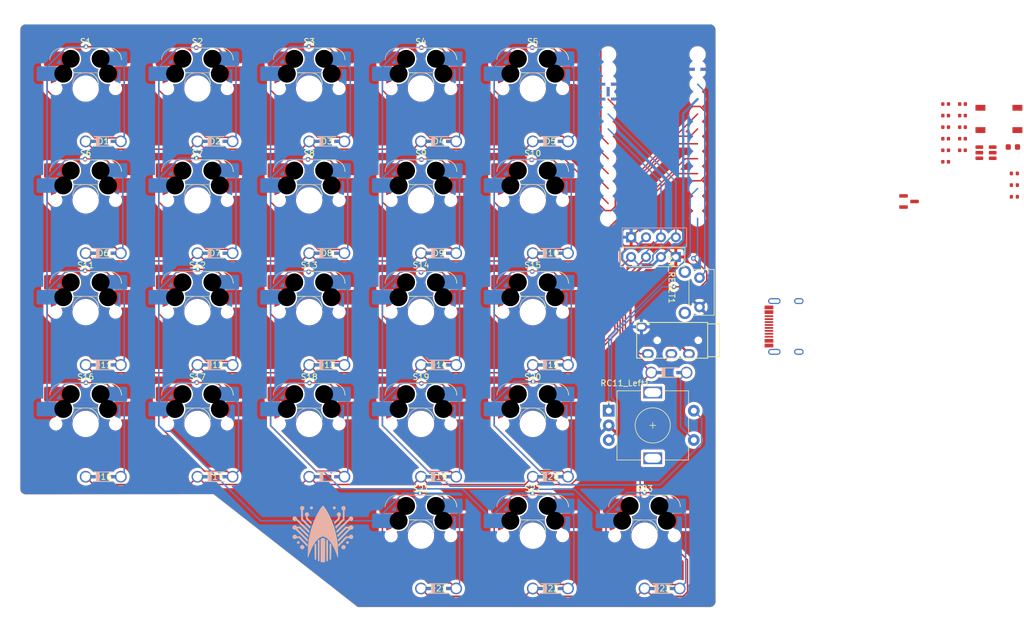
<source format=kicad_pcb>
(kicad_pcb (version 20240108) (generator "pcbnew") (generator_version "8.0")
  (title_block (title "prototype_mx") (rev "v1.0.0") (company "Unknown"))
  (layers (0 "F.Cu" signal) (31 "B.Cu" signal) (34 "B.Paste" user) (35 "F.Paste" user) (36 "B.SilkS" user "B.Silkscreen") (37 "F.SilkS" user "F.Silkscreen") (38 "B.Mask" user) (39 "F.Mask" user) (44 "Edge.Cuts" user))
  (net 0 "")
  (net 1 "R1")
  (net 2 "Net-(D1-A)")
  (net 3 "Net-(D2-A)")
  (net 4 "Net-(D3-A)")
  (net 5 "Net-(D4-A)")
  (net 6 "Net-(D5-A)")
  (net 7 "Net-(D6-A)")
  (net 8 "R5")
  (net 9 "R2")
  (net 10 "Net-(D7-A)")
  (net 11 "Net-(D8-A)")
  (net 12 "Net-(D9-A)")
  (net 13 "Net-(D10-A)")
  (net 14 "Net-(D11-A)")
  (net 15 "Net-(D12-A)")
  (net 16 "Net-(D13-A)")
  (net 17 "R3")
  (net 18 "Net-(D14-A)")
  (net 19 "Net-(D15-A)")
  (net 20 "Net-(D16-A)")
  (net 21 "Net-(D17-A)")
  (net 22 "Net-(D18-A)")
  (net 23 "Net-(D19-A)")
  (net 24 "R4")
  (net 25 "Net-(D20-A)")
  (net 26 "Net-(D21-A)")
  (net 27 "Net-(D22-A)")
  (net 28 "Net-(D23-A)")
  (net 29 "VCC")
  (net 30 "SCL")
  (net 31 "GND")
  (net 32 "ENC_B")
  (net 33 "ENC_A")
  (net 34 "C1")
  (net 35 "C2")
  (net 36 "C3")
  (net 37 "C4")
  (net 38 "C5")
  (net 39 "RST")
  (net 40 "SDA")
  (net 41 "Net-(D24-A)")
  (net 42 "/NRST")
  (net 43 "+3.3V")
  (net 44 "+5V")
  (net 45 "VBUS")
  (net 46 "/USB_D-")
  (net 47 "/USB_D+")
  (net 48 "Net-(J3-CC1)")
  (net 49 "Net-(J3-CC2)")
  (net 50 "/BOOT0")
  (net 51 "/MCU_D+")
  (net 52 "/MCU_D-")
  (footprint "ScottoKeebs_Components:Capacitor_0402" (layer "F.Cu") (at 187.54 48.61)
    (property "Reference" "C11" (hide yes))
    (property "Value" "1uF")
  )
  (footprint "ScottoKeebs_Hotswap:Hotswap_MX_Plated_1.00u Reversible - Same Side" (layer "F.Cu") (at 38.1 76.2)
    (property "Reference" "S11")
    (property "Value" "Keyswitch" (hide yes))
  )
  (footprint "ScottoKeebs_Components:Button_TL3342" (layer "F.Cu") (at 193.75 43.27)
    (property "Reference" "SW1" (hide yes))
    (property "Value" "SW_Push")
  )
  (footprint "Kicad Footprints:SOD123_DIO-L With THs" (layer "F.Cu") (at 41.1 66.15)
    (property "Reference" "D6")
    (property "Value" "1N4148")
  )
  (footprint "Kicad Footprints:SOD123_DIO-L With THs" (layer "F.Cu") (at 117.3 104.25)
    (property "Reference" "D20")
    (property "Value" "1N4148")
  )
  (footprint "Kicad Footprints:SOD123_DIO-L With THs" (layer "F.Cu") (at 117.3 66.15)
    (property "Reference" "D10")
    (property "Value" "1N4148")
  )
  (footprint "ScottoKeebs_Components:Capacitor_0402" (layer "F.Cu") (at 184.67 48.61)
    (property "Reference" "C5" (hide yes))
    (property "Value" "100nF")
  )
  (footprint "ScottoKeebs_Components:Voltage_SOT-23" (layer "F.Cu") (at 178.43 57.34)
    (property "Reference" "U5" (hide yes))
    (property "Value" "XC6206")
  )
  (footprint "ScottoKeebs_Hotswap:Hotswap_MX_Plated_1.00u Reversible - Same Side" (layer "F.Cu") (at 133.35 114.3)
    (property "Reference" "S23")
    (property "Value" "Keyswitch" (hide yes))
  )
  (footprint "Kicad Footprints:SOD123_DIO-L With THs" (layer "F.Cu") (at 117.3 47.1)
    (property "Reference" "D5")
    (property "Value" "1N4148")
  )
  (footprint "ScottoKeebs_Hotswap:Hotswap_MX_Plated_1.00u Reversible - Same Side" (layer "F.Cu") (at 95.25 95.25)
    (property "Reference" "S19")
    (property "Value" "Keyswitch" (hide yes))
  )
  (footprint "ScottoKeebs_Components:USB_C_HRO_TYPE-C-31-M-12" (layer "F.Cu") (at 158.6 78.639997 90)
    (property "Reference" "J3" (hide yes))
    (property "Value" "USB_C")
  )
  (footprint "marbastlib-various:SW_SKHLLCA010" (layer "F.Cu") (at 141.469997 72.830003 -90)
    (property "Reference" "SW_RESET1")
    (property "Value" "Switch")
  )
  (footprint "ScottoKeebs_Components:Capacitor_0402" (layer "F.Cu") (at 187.54 40.73)
    (property "Reference" "C7" (hide yes))
    (property "Value" "1uF")
  )
  (footprint "ScottoKeebs_Components:OLED_128x32" (layer "F.Cu") (at 128.88 68.400002 90)
    (property "Reference" "J2" (hide yes))
    (property "Value" "OLED_128x32")
  )
  (footprint "Kicad Footprints:SOD123_DIO-L With THs" (layer "F.Cu") (at 98.25 66.15)
    (property "Reference" "D9")
    (property "Value" "1N4148")
  )
  (footprint "ScottoKeebs_Hotswap:Hotswap_MX_Plated_1.00u Reversible - Same Side" (layer "F.Cu") (at 76.2 38.1)
    (property "Reference" "S3")
    (property "Value" "Keyswitch" (hide yes))
  )
  (footprint "Kicad Footprints:SOD123_DIO-L With THs" (layer "F.Cu") (at 41.1 85.2)
    (property "Reference" "D11")
    (property "Value" "1N4148")
  )
  (footprint "Kicad Footprints:SOD123_DIO-L With THs" (layer "F.Cu") (at 137.5 86.5)
    (property "Reference" "D24" (hide yes))
    (property "Value" "1N4148")
  )
  (footprint "Kicad Footprints:SOD123_DIO-L With THs" (layer "F.Cu") (at 98.25 85.2)
    (property "Reference" "D14")
    (property "Value" "1N4148")
  )
  (footprint "ScottoKeebs_Components:TRRS_PJ-320A" (layer "F.Cu") (at 144.1125 81.000005 -90)
    (property "Reference" "U3")
    (property "Value" "TRRS")
  )
  (footprint "ScottoKeebs_Components:Capacitor_0402" (layer "F.Cu") (at 184.67 44.67)
    (property "Reference" "C3" (hide yes))
    (property "Value" "100nF")
  )
  (footprint "ScottoKeebs_Hotswap:Hotswap_MX_Plated_1.00u Reversible - Same Side" (layer "F.Cu") (at 76.2 57.15)
    (property "Reference" "S8")
    (property "Value" "Keyswitch" (hide yes))
  )
  (footprint "Rotary_Encoder:RotaryEncoder_Alps_EC11E-Switch_Vertical_H20mm" (layer "F.Cu") (at 127.25 93)
    (property "Reference" "RC11_Left1")
    (property "Value" "RotaryEncoder_Switch")
  )
  (footprint "ScottoKeebs_Components:Capacitor_0402" (layer "F.Cu") (at 184.67 50.58)
    (property "Reference" "C6" (hide yes))
    (property "Value" "10nF")
  )
  (footprint "ScottoKeebs_Components:Capacitor_0402" (layer "F.Cu") (at 187.54 44.67)
    (property "Reference" "C9" (hide yes))
    (property "Value" "4.7uF")
  )
  (footprint "ScottoKeebs_Hotswap:Hotswap_MX_Plated_1.00u Reversible - Same Side" (layer "F.Cu") (at 114.3 76.2)
    (property "Reference" "S15")
    (property "Value" "Keyswitch" (hide yes))
  )
  (footprint "ScottoKeebs_Components:Capacitor_0402" (layer "F.Cu") (at 187.54 46.64)
    (property "Reference" "C10" (hide yes))
    (property "Value" "1uF")
  )
  (footprint "ScottoKeebs_Components:Resistor_0402" (layer "F.Cu") (at 196.38 56.54)
    (property "Reference" "R3" (hide yes))
    (property "Value" "5.1k" (hide yes))
  )
  (footprint "Kicad Footprints:SOD123_DIO-L With THs" (layer "F.Cu") (at 60.15 66.15)
    (property "Reference" "D7")
    (property "Value" "1N4148")
  )
  (footprint "ScottoKeebs_Hotswap:Hotswap_MX_Plated_1.00u Reversible - Same Side" (layer "F.Cu") (at 38.1 57.15)
    (property "Reference" "S6")
    (property "Value" "Keyswitch" (hide yes))
  )
  (footprint "Kicad Footprints:SOD123_DIO-L With THs" (layer "F.Cu") (at 136.35 123.3)
    (property "Reference" "D23")
    (property "Value" "1N4148")
  )
  (footprint "ScottoKeebs_Hotswap:Hotswap_MX_Plated_1.00u Reversible - Same Side" (layer "F.Cu") (at 57.15 57.15)
    (property "Reference" "S7")
    (property "Value" "Keyswitch" (hide yes))
  )
  (footprint "ScottoKeebs_Hotswap:Hotswap_MX_Plated_1.00u Reversible - Same Side" (layer "F.Cu") (at 95.25 76.2)
    (property "Reference" "S14")
    (property "Value" "Keyswitch" (hide yes))
  )
  (footprint "Kicad Footprints:SOD123_DIO-L With THs" (layer "F.Cu") (at 41.1 47.1)
    (property "Reference" "D1")
    (property "Value" "1N4148")
  )
  (footprint "ScottoKeebs_Hotswap:Hotswap_MX_Plated_1.00u Reversible - Same Side" (layer "F.Cu") (at 95.25 38.1)
    (property "Reference" "S4")
    (property "Value" "Keyswitch" (hide yes))
  )
  (footprint "Kicad Footprints:SOD123_DIO-L With THs" (layer "F.Cu") (at 79.2 85.2)
    (property "Reference" "D13")
    (property "Value" "1N4148")
  )
  (footprint "ScottoKeebs_Components:Capacitor_0402" (layer "F.Cu") (at 184.67 42.7)
    (property "Reference" "C2" (hide yes))
    (property "Value" "100nF")
  )
  (footprint "ScottoKeebs_Components:Fuse_0603" (layer "F.Cu") (at 196.13 48.05)
    (property "Reference" "F1" (hide yes))
    (property "Value" "500mA" (hide yes))
  )
  (footprint "ScottoKeebs_Components:Capacitor_0402" (layer "F.Cu") (at 187.54 42.7)
    (property "Reference" "C8" (hide yes))
    (property "Value" "100nF")
  )
  (footprint "Kicad Footprints:SOD123_DIO-L With THs" (layer "F.Cu") (at 98.25 47.1)
    (property "Reference" "D4")
    (property "Value" "1N4148")
  )
  (footprint "Kicad Footprints:SOD123_DIO-L With THs" (layer "F.Cu") (at 79.2 104.25)
    (property "Reference" "D18" (hide yes))
    (property "Value" "1N4148")
  )
  (footprint "ScottoKeebs_Hotswap:Hotswap_MX_Plated_1.00u Reversible - Same Side" (layer "F.Cu") (at 76.2 95.25)
    (property "Reference" "S18")
    (property "Value" "Keyswitch" (hide yes))
  )
  (footprint "ScottoKeebs_Hotswap:Hotswap_MX_Plated_1.00u Reversible - Same Side" (layer "F.Cu") (at 95.25 57.15)
    (property "Reference" "S9")
    (property "Value" "Keyswitch" (hide yes))
  )
  (footprint "Kicad Footprints:SOD123_DIO-L With THs" (layer "F.Cu") (at 98.25 123.3)
    (property "Reference" "D21")
    (property "Value" "1N4148")
  )
  (footprint "ScottoKeebs_Hotswap:Hotswap_MX_Plated_1.00u Reversible - Same Side" (layer "F.Cu") (at 114.3 57.15)
    (property "Reference" "S10")
    (property "Value" "Keyswitch" (hide yes))
  )
  (footprint "ScottoKeebs_Components:Capacitor_0402" (layer "F.Cu") (at 184.67 46.64)
    (property "Reference" "C4" (hide yes))
    (property "Value" "4.7uF")
  )
  (footprint "ScottoKeebs_Hotswap:Hotswap_MX_Plated_1.00u Reversible - Same Side" (layer "F.Cu") (at 57.15 76.2)
    (property "Reference" "S12")
    (property "Value" "Keyswitch" (hide yes))
  )
  (footprint "Kicad Footprints:SOD123_DIO-L With THs" (layer "F.Cu") (at 98.25 104.25)
    (property "Reference" "D19")
    (property "Value" "1N4148")
  )
  (footprint "Kicad Footprints:SOD123_DIO-L With THs" (layer "F.Cu") (at 117.3 123.3)
    (property "Reference" "D22")
    (property "Value" "1N4148")
  )
  (footprint "Kicad Footprints:SOD123_DIO-L With THs" (layer "F.Cu") (at 41.1 104.25)
    (property "Reference" "D16")
    (property "Value" "1N4148")
  )
  (footprint "ScottoKeebs_Components:ESD_SOT-23-6" (layer "F.Cu") (at 191.55 49.02)
    (property "Reference" "U4" (hide yes))
    (property "Value" "USBLC6-2SC6" (hide yes))
  )
  (footprint "Kicad Footprints:SOD123_DIO-L With THs" (layer "F.Cu") (at 60.15 85.2)
    (property "Reference" "D12")
    (property "Value" "1N4148")
  )
  (footprint "ScottoKeebs_Hotswap:Hotswap_MX_Plated_1.00u Reversible - Same Side" (layer "F.Cu") (at 38.1 95.25)
    (property "Reference" "S16")
    (property "Value" "Keyswitch" (hide yes))
  )
  (footprint "ScottoKeebs_Hotswap:Hotswap_MX_Plated_1.00u Reversible - Same Side" (layer "F.Cu") (at 95.25 114.3)
    (property "Reference" "S21")
    (property "Value" "Keyswitch" (hide yes))
  )
  (footprint "ScottoKeebs_Hotswap:Hotswap_MX_Plated_1.00u Reversible - Same Side" (layer "F.Cu") (at 57.15 38.1)
    (property "Reference" "S2")
    (property "Value" "Keyswitch" (hide yes))
  )
  (footprint "Kicad Footprints:SOD123_DIO-L With THs" (layer "F.Cu") (at 117.3 85.2)
    (property "Reference" "D15")
    (property "Value" "1N4148")
  )
  (footprint "ScottoKeebs_Hotswap:Hotswap_MX_Plated_1.00u Reversible - Same Side" (layer "F.Cu") (at 114.3 95.25)
    (property "Reference" "S20")
    (property "Value" "Keyswitch" (hide yes))
  )
  (footprint "ScottoKeebs_Hotswap:Hotswap_MX_Plated_1.00u Reversible - Same Side" (layer "F.Cu") (at 57.15 95.25)
    (property "Reference" "S17")
    (property "Value" "Keyswitch" (hide yes))
  )
  (footprint "ScottoKeebs_Components:Capacitor_0402" (layer "F.Cu") (at 184.67 40.73)
    (property "Reference" "C1" (hide yes))
    (property "Value" "100nF")
  )
  (footprint "ScottoKeebs_Hotswap:Hotswap_MX_Plated_1.00u Reversible - Same Side" (layer "F.Cu") (at 38.1 38.1)
    (property "Reference" "S1")
    (property "Value" "Keyswitch" (hide yes))
  )
  (footprint "Kicad Footprints:SOD123_DIO-L With THs" (layer "F.Cu") (at 79.2 66.15)
    (property "Reference" "D8")
    (property "Value" "1N4148")
  )
  (footprint "Kicad Footprints:SOD123_DIO-L With THs" (layer "F.Cu") (at 79.2 47.1)
    (property "Reference" "D3")
    (property "Value" "1N4148")
  )
  (footprint "Kicad Footprints:SOD123_DIO-L With THs" (layer "F.Cu") (at 60.15 104.25)
    (property "Reference" "D17")
    (property "Value" "1N4148")
  )
  (footprint "ScottoKeebs_Components:Resistor_0402" (layer "F.Cu") (at 196.38 52.56)
    (property "Reference" "R1" (hide yes))
    (property "Value" "10k" (hide yes))
  )
  (footprint "Kicad Footprints:SOD123_DIO-L With THs" (layer "F.Cu") (at 60.15 47.1)
    (property "Reference" "D2")
    (property "Value" "1N4148")
  )
  (footprint "ScottoKeebs_Hotswap:Hotswap_MX_Plated_1.00u Reversible - Same Side" (layer "F.Cu") (at 114.3 38.1)
    (property "Reference" "S5")
    (property "Value" "Keyswitch" (hide yes))
  )
  (footprint "ScottoKeebs_Hotswap:Hotswap_MX_Plated_1.00u Reversible - Same Side" (layer "F.Cu") (at 76.2 76.2)
    (property "Reference" "S13")
    (property "Value" "Keyswitch" (hide yes))
  )
  (footprint "ScottoKeebs_Components:Resistor_0402" (layer "F.Cu") (at 196.38 54.55)
    (property "Reference" "R2" (hide yes))
    (property "Value" "5.1k" (hide yes))
  )
  (footprint "ScottoKeebs_Hotswap:Hotswap_MX_Plated_1.00u Reversible - Same Side" (layer "F.Cu") (at 114.3 114.3)
    (property "Reference" "S22")
    (property "Value" "Keyswitch" (hide yes))
  )
  (footprint "ScottoKeebs_Components:OLED_128x32" (layer "B.Cu") (at 140.869998 65.04 90)
    (property "Reference" "J1" (hide yes))
    (property "Value" "OLED_128x32" (hide yes))
  )
  (gr_poly (pts (xy 74.310554 115.259127) (xy 74.299232 115.260045) (xy 74.288087 115.261449) (xy 74.277154 115.263343) (xy 74.26647 115.265728) (xy 74.25607 115.268608) (xy 74.245988 115.271987) (xy 74.236262 115.275868) (xy 74.226925 115.280254) (xy 74.218014 115.285148) (xy 74.209564 115.290553) (xy 74.201611 115.296472) (xy 74.194189 115.30291) (xy 74.179473 115.31752) (xy 74.166275 115.332205) (xy 74.160243 115.339587) (xy 74.154588 115.347001) (xy 74.14931 115.354452) (xy 74.144406 115.361946) (xy 74.139877 115.369486) (xy 74.135722 115.377077) (xy 74.131939 115.384724) (xy 74.128528 115.392431) (xy 74.125488 115.400203) (xy 74.122818 115.408045) (xy 74.120517 115.415962) (xy 74.118585 115.423958) (xy 74.11702 115.432037) (xy 74.115821 115.440205) (xy 74.114988 115.448465) (xy 74.11452 115.456824) (xy 74.114416 115.465284) (xy 74.114675 115.473852) (xy 74.115296 115.482531) (xy 74.116278 115.491327) (xy 74.117621 115.500243) (xy 74.119323 115.509285) (xy 74.121384 115.518458) (xy 74.123803 115.527765) (xy 74.129711 115.546802) (xy 74.13704 115.566435) (xy 74.143557 115.581376) (xy 74.147022 115.588446) (xy 74.15063 115.595252) (xy 74.154385 115.601795) (xy 74.158293 115.608077) (xy 74.162357 115.614099) (xy 74.166582 115.619864) (xy 74.170972 115.625374) (xy 74.175532 115.630629) (xy 74.180265 115.635632) (xy 74.185176 115.640384) (xy 74.19027 115.644888) (xy 74.195551 115.649144) (xy 74.201023 115.653155) (xy 74.206691 115.656923) (xy 74.212559 115.660448) (xy 74.218631 115.663734) (xy 74.224912 115.666781) (xy 74.231406 115.669592) (xy 74.238117 115.672167) (xy 74.245051 115.67451) (xy 74.25221 115.676621) (xy 74.2596 115.678503) (xy 74.267225 115.680156) (xy 74.275088 115.681584) (xy 74.283196 115.682787) (xy 74.291552 115.683767) (xy 74.309024 115.685067) (xy 74.32754 115.685497) (xy 74.345185 115.685163) (xy 74.362381 115.683599) (xy 74.379099 115.680861) (xy 74.395306 115.677005) (xy 74.410975 115.672085) (xy 74.426073 115.666156) (xy 74.440572 115.659273) (xy 74.454441 115.651491) (xy 74.467649 115.642864) (xy 74.480166 115.633449) (xy 74.491963 115.623299) (xy 74.503008 115.61247) (xy 74.513272 115.601016) (xy 74.522725 115.588993) (xy 74.531335 115.576456) (xy 74.539074 115.563459) (xy 74.54591 115.550057) (xy 74.551814 115.536306) (xy 74.556755 115.52226) (xy 74.560704 115.507974) (xy 74.563629 115.493503) (xy 74.5655 115.478902) (xy 74.566288 115.464227) (xy 74.565962 115.449531) (xy 74.564492 115.43487) (xy 74.561848 115.420299) (xy 74.557999 115.405873) (xy 74.552915 115.391646) (xy 74.546566 115.377674) (xy 74.538922 115.364011) (xy 74.529952 115.350714) (xy 74.519627 115.337835) (xy 74.512206 115.329711) (xy 74.504252 115.322008) (xy 74.495802 115.31473) (xy 74.486891 115.30788) (xy 74.477555 115.301462) (xy 74.467828 115.295479) (xy 74.457747 115.289933) (xy 74.447346 115.284828) (xy 74.436662 115.280167) (xy 74.42573 115.275953) (xy 74.403262 115.268881) (xy 74.380227 115.263637) (xy 74.356908 115.260246) (xy 74.33359 115.258734)) (stroke (width 0) (color 220 224 223 1)) (fill solid) (layer "B.SilkS"))
  (gr_poly (pts (xy 83.326871 111.042915) (xy 83.307108 111.044294) (xy 83.287428 111.046812) (xy 83.267875 111.050443) (xy 83.248496 111.055158) (xy 83.229336 111.060931) (xy 83.210444 111.067735) (xy 83.191863 111.075541) (xy 83.173641 111.084322) (xy 83.155825 111.094052) (xy 83.138459 111.104702) (xy 83.121591 111.116247) (xy 83.105266 111.128657) (xy 83.089531 111.141906) (xy 83.074432 111.155967) (xy 83.060015 111.170812) (xy 83.046327 111.186414) (xy 83.033414 111.202746) (xy 83.021321 111.21978) (xy 83.010095 111.237489) (xy 82.999783 111.255845) (xy 82.99043 111.274822) (xy 82.982083 111.294392) (xy 82.974788 111.314528) (xy 82.968591 111.335202) (xy 82.963539 111.356387) (xy 82.961084 111.367455) (xy 82.958485 111.378035) (xy 82.955746 111.388122) (xy 82.952873 111.397711) (xy 82.949869 111.406798) (xy 82.94674 111.415378) (xy 82.94349 111.423447) (xy 82.940123 111.430999) (xy 82.936645 111.43803) (xy 82.93306 111.444536) (xy 82.929373 111.450511) (xy 82.925588 111.455952) (xy 82.921709 111.460853) (xy 82.917743 111.46521) (xy 82.913693 111.469019) (xy 82.909564 111.472274) (xy 82.900921 111.479056) (xy 82.886855 111.491113) (xy 82.842194 111.531309) (xy 82.77506 111.593382) (xy 82.684933 111.677855) (xy 82.433612 111.916079) (xy 82.084064 112.250149) (xy 81.778793 112.549566) (xy 81.375444 112.95361) (xy 81.014064 113.321041) (xy 80.892878 113.446891) (xy 80.834702 113.510624) (xy 80.801364 113.553486) (xy 80.841051 113.643974) (xy 80.856777 113.682496) (xy 80.864436 113.702101) (xy 80.871611 113.721166) (xy 80.878041 113.739115) (xy 80.883467 113.755372) (xy 80.887628 113.769359) (xy 80.889153 113.775321) (xy 80.890264 113.780499) (xy 80.891362 113.784599) (xy 80.891978 113.786462) (xy 80.892663 113.788179) (xy 80.893433 113.789735) (xy 80.894306 113.791112) (xy 80.8953 113.792296) (xy 80.896431 113.793271) (xy 80.897717 113.794019) (xy 80.899176 113.794525) (xy 80.900824 113.794774) (xy 80.902678 113.794748) (xy 80.904758 113.794433) (xy 80.907078 113.793812) (xy 80.909658 113.792868) (xy 80.912514 113.791587) (xy 80.915663 113.789951) (xy 80.919124 113.787946) (xy 80.922913 113.785554) (xy 80.927047 113.782761) (xy 80.931544 113.779549) (xy 80.936421 113.775903) (xy 80.941696 113.771806) (xy 80.947386 113.767244) (xy 80.953508 113.762199) (xy 80.96008 113.756656) (xy 80.974642 113.744012) (xy 80.991209 113.729182) (xy 81.009922 113.712038) (xy 81.030918 113.692453) (xy 81.054337 113.670298) (xy 81.080316 113.645444) (xy 81.108995 113.617765) (xy 81.140512 113.587131) (xy 81.175006 113.553414) (xy 81.212615 113.516486) (xy 81.253479 113.47622) (xy 81.345523 113.385157) (xy 81.452248 113.279199) (xy 81.714176 113.018499) (xy 82.368226 112.367798) (xy 82.785342 111.956263) (xy 83.008981 111.740884) (xy 83.061827 111.693312) (xy 83.082601 111.678649) (xy 83.08422 111.678686) (xy 83.085804 111.678796) (xy 83.087355 111.678977) (xy 83.088877 111.679229) (xy 83.09037 111.679549) (xy 83.091838 111.679936) (xy 83.093282 111.680389) (xy 83.094706 111.680906) (xy 83.096111 111.681486) (xy 83.097499 111.682128) (xy 83.100237 111.683588) (xy 83.102938 111.685277) (xy 83.10562 111.687182) (xy 83.108302 111.689291) (xy 83.111003 111.691594) (xy 83.11374 111.694078) (xy 83.116534 111.696732) (xy 83.122363 111.702502) (xy 83.128639 111.708812) (xy 83.139786 111.718109) (xy 83.151477 111.726657) (xy 83.163679 111.734458) (xy 83.17636 111.741517) (xy 83.189486 111.747835) (xy 83.203024 111.753418) (xy 83.216941 111.758268) (xy 83.231206 111.76239) (xy 83.245785 111.765785) (xy 83.260644 111.768459) (xy 83.275752 111.770414) (xy 83.291075 111.771654) (xy 83.306581 111.772183) (xy 83.322237 111.772003) (xy 83.338009 111.771119) (xy 83.353865 111.769533) (xy 83.369773 111.76725) (xy 83.385699 111.764273) (xy 83.40161 111.760605) (xy 83.417474 111.75625) (xy 83.433257 111.751212) (xy 83.448928 111.745493) (xy 83.464453 111.739097) (xy 83.479799 111.732029) (xy 83.494933 111.72429) (xy 83.509823 111.715885) (xy 83.524435 111.706818) (xy 83.538738 111.697091) (xy 83.552697 111.686709) (xy 83.56628 111.675674) (xy 83.579455 111.66399) (xy 83.592189 111.651662) (xy 83.604123 111.638686) (xy 83.615483 111.624277) (xy 83.626216 111.608604) (xy 83.636266 111.591833) (xy 83.645583 111.574131) (xy 83.65411 111.555667) (xy 83.661796 111.536608) (xy 83.668587 111.517121) (xy 83.674429 111.497373) (xy 83.679269 111.477533) (xy 83.683052 111.457766) (xy 83.685727 111.438242) (xy 83.687239 111.419127) (xy 83.687535 111.400588) (xy 83.686561 111.382794) (xy 83.684264 111.365911) (xy 83.679239 111.342346) (xy 83.672568 111.318773) (xy 83.664353 111.295335) (xy 83.654696 111.272175) (xy 83.6437 111.249432) (xy 83.631467 111.22725) (xy 83.618099 111.205771) (xy 83.603698 111.185135) (xy 83.588367 111.165485) (xy 83.572208 111.146964) (xy 83.555324 111.129712) (xy 83.537817 111.113871) (xy 83.519788 111.099584) (xy 83.501342 111.086992) (xy 83.482578 111.076237) (xy 83.463601 111.067462) (xy 83.463601 111.067461) (xy 83.444564 111.060099) (xy 83.425284 111.054068) (xy 83.405808 111.049339) (xy 83.386183 111.045887) (xy 83.366454 111.043684) (xy 83.346668 111.042702)) (stroke (width 0) (color 220 224 223 1)) (fill solid) (layer "B.SilkS"))
  (gr_poly (pts (xy 79.157954 114.980769) (xy 79.156021 114.981127) (xy 79.154092 114.98172) (xy 79.152168 114.982543) (xy 79.150251 114.983593) (xy 79.148343 114.984866) (xy 79.146445 114.986358) (xy 79.144559 114.988065) (xy 79.142687 114.989984) (xy 79.140831 114.992111) (xy 79.138993 114.994442) (xy 79.137173 114.996973) (xy 79.135375 114.999701) (xy 79.133599 115.002621) (xy 79.131848 115.00573) (xy 79.130123 115.009025) (xy 79.128425 115.012501) (xy 79.126758 115.016154) (xy 79.125122 115.019982) (xy 79.123519 115.023979) (xy 79.12195 115.028143) (xy 79.120419 115.032469) (xy 79.118926 115.036954) (xy 79.117472 115.041593) (xy 79.114694 115.051323) (xy 79.112096 115.061626) (xy 79.109694 115.072474) (xy 79.107501 115.083836) (xy 79.104822 115.243529) (xy 79.10393 115.631524) (xy 79.107501 116.860249) (xy 79.117026 118.571574) (xy 79.156714 118.617611) (xy 79.160159 118.621581) (xy 79.163926 118.625449) (xy 79.172288 118.632841) (xy 79.181539 118.639712) (xy 79.191416 118.645988) (xy 79.201655 118.651594) (xy 79.211994 118.656456) (xy 79.222171 118.660499) (xy 79.231922 118.663649) (xy 79.240985 118.665832) (xy 79.249096 118.666973) (xy 79.252713 118.66713) (xy 79.255994 118.666998) (xy 79.258905 118.666569) (xy 79.261415 118.665832) (xy 79.263489 118.664779) (xy 79.265096 118.663401) (xy 79.266203 118.661688) (xy 79.266776 118.659631) (xy 79.266782 118.65722) (xy 79.26619 118.654447) (xy 79.264966 118.651301) (xy 79.263077 118.647774) (xy 79.262658 118.647044) (xy 79.262295 118.646342) (xy 79.261987 118.64567) (xy 79.261734 118.645027) (xy 79.261536 118.644414) (xy 79.261392 118.643832) (xy 79.261302 118.643282) (xy 79.261266 118.642763) (xy 79.261283 118.642278) (xy 79.261354 118.641825) (xy 79.261477 118.641406) (xy 79.261654 118.641021) (xy 79.261882 118.640671) (xy 79.262162 118.640357) (xy 79.262495 118.640078) (xy 79.262878 118.639836) (xy 79.263313 118.639632) (xy 79.263799 118.639465) (xy 79.264335 118.639337) (xy 79.264921 118.639247) (xy 79.265558 118.639197) (xy 79.266244 118.639188) (xy 79.26698 118.639219) (xy 79.267765 118.639291) (xy 79.268598 118.639405) (xy 79.26948 118.639561) (xy 79.270411 118.639761) (xy 79.271389 118.640004) (xy 79.272415 118.640291) (xy 79.273489 118.640623) (xy 79.274609 118.641001) (xy 79.275776 118.641424) (xy 79.278337 118.642165) (xy 79.280952 118.642612) (xy 79.28361 118.642775) (xy 79.2863 118.642667) (xy 79.289011 118.6423) (xy 79.291731 118.641685) (xy 79.294451 118.640835) (xy 79.297158 118.639762) (xy 79.299842 118.638477) (xy 79.302492 118.636992) (xy 79.305096 118.635319) (xy 79.307644 118.633471) (xy 79.310125 118.631458) (xy 79.312527 118.629294) (xy 79.314839 118.626989) (xy 79.317051 118.624557) (xy 79.319152 118.622008) (xy 79.32113 118.619354) (xy 79.322973 118.616609) (xy 79.324673 118.613782) (xy 79.326216 118.610887) (xy 79.327593 118.607936) (xy 79.328791 118.604939) (xy 79.329801 118.60191) (xy 79.330611 118.59886) (xy 79.331209 118.595801) (xy 79.331586 118.592745) (xy 79.33173 118.589703) (xy 79.331629 118.586688) (xy 79.331273 118.583712) (xy 79.330651 118.580787) (xy 79.329751 118.577924) (xy 79.328933 118.575787) (xy 79.328266 118.573555) (xy 79.327753 118.571244) (xy 79.327395 118.56887) (xy 79.327195 118.56645) (xy 79.327156 118.563999) (xy 79.32728 118.561534) (xy 79.327568 118.559072) (xy 79.328025 118.556629) (xy 79.328651 118.55422) (xy 79.329449 118.551862) (xy 79.330421 118.549572) (xy 79.33157 118.547366) (xy 79.332898 118.545259) (xy 79.33363 118.544249) (xy 79.334408 118.543269) (xy 79.335231 118.542323) (xy 79.336101 118.541412) (xy 79.337886 118.532379) (xy 79.339667 118.509035) (xy 79.343195 118.420514) (xy 79.349992 118.083815) (xy 79.356193 117.548877) (xy 79.361501 116.833262) (xy 79.366537 115.87089) (xy 79.366066 115.362443) (xy 79.36316 115.231468) (xy 79.358153 115.157606) (xy 79.350801 115.122067) (xy 79.340864 115.106062) (xy 79.337543 115.102292) (xy 79.333571 115.098155) (xy 79.329004 115.093693) (xy 79.323898 115.088947) (xy 79.318307 115.083959) (xy 79.312289 115.078771) (xy 79.299192 115.067962) (xy 79.285053 115.056856) (xy 79.27032 115.045787) (xy 79.255437 115.03509) (xy 79.240852 115.0251) (xy 79.242439 115.025098) (xy 79.228344 115.016351) (xy 79.215699 115.008107) (xy 79.20432 115.000569) (xy 79.19402 114.993944) (xy 79.189216 114.991036) (xy 79.184613 114.988434) (xy 79.180186 114.986162) (xy 79.175913 114.984245) (xy 79.171769 114.98271) (xy 79.167733 114.981582) (xy 79.163781 114.980886) (xy 79.159889 114.980649)) (stroke (width 0) (color 220 224 223 1)) (fill solid) (layer "B.SilkS"))
  (gr_poly (pts (xy 77.867312 114.980707) (xy 77.86536 114.980884) (xy 77.863393 114.981176) (xy 77.861408 114.98158) (xy 77.859401 114.982092) (xy 77.857371 114.982708) (xy 77.853228 114.984243) (xy 77.848955 114.98616) (xy 77.844528 114.988432) (xy 77.839924 114.991035) (xy 77.835121 114.993942) (xy 77.82482 115.000568) (xy 77.813441 115.008105) (xy 77.800797 115.01635) (xy 77.793942 115.020673) (xy 77.786702 115.025096) (xy 77.788289 115.025098) (xy 77.773703 115.035088) (xy 77.758821 115.045785) (xy 77.744087 115.056854) (xy 77.729948 115.067961) (xy 77.716851 115.078769) (xy 77.705243 115.088945) (xy 77.695569 115.098154) (xy 77.691597 115.102291) (xy 77.688276 115.10606) (xy 77.685536 115.109258) (xy 77.682969 115.112795) (xy 77.680571 115.116967) (xy 77.678339 115.122065) (xy 77.676268 115.128385) (xy 77.674355 115.136219) (xy 77.672596 115.145861) (xy 77.670987 115.157604) (xy 77.669525 115.171743) (xy 77.668206 115.188571) (xy 77.667025 115.20838) (xy 77.66598 115.231466) (xy 77.665066 115.258122) (xy 77.664279 115.28864) (xy 77.663617 115.323316) (xy 77.663074 115.362441) (xy 77.662648 115.406311) (xy 77.662335 115.455218) (xy 77.66203 115.569319) (xy 77.662129 115.707093) (xy 77.662603 115.870888) (xy 77.663422 116.063054) (xy 77.664554 116.285939) (xy 77.667639 116.83326) (xy 77.679148 118.083813) (xy 77.685945 118.420512) (xy 77.693039 118.54141) (xy 77.693909 118.542321) (xy 77.694732 118.543267) (xy 77.69551 118.544247) (xy 77.696242 118.545258) (xy 77.696928 118.546297) (xy 77.69757 118.547364) (xy 77.698719 118.54957) (xy 77.699691 118.55186) (xy 77.700489 118.554218) (xy 77.701115 118.556627) (xy 77.701571 118.55907) (xy 77.70186 118.561533) (xy 77.701984 118.563997) (xy 77.701945 118.566448) (xy 77.701745 118.568868) (xy 77.701388 118.571242) (xy 77.700874 118.573553) (xy 77.700207 118.575785) (xy 77.699389 118.577922) (xy 77.698489 118.580785) (xy 77.697867 118.583711) (xy 77.697511 118.586687) (xy 77.697411 118.589701) (xy 77.697554 118.592743) (xy 77.697931 118.595799) (xy 77.69853 118.598858) (xy 77.699339 118.601908) (xy 77.700349 118.604938) (xy 77.701548 118.607934) (xy 77.702924 118.610885) (xy 77.704468 118.61378) (xy 77.706167 118.616607) (xy 77.708011 118.619352) (xy 77.709989 118.622006) (xy 77.712089 118.624555) (xy 77.714301 118.626988) (xy 77.716614 118.629292) (xy 77.719016 118.631456) (xy 77.721496 118.633469) (xy 77.724045 118.635317) (xy 77.726649 118.63699) (xy 77.729299 118.638475) (xy 77.731983 118.63976) (xy 77.73469 118.640833) (xy 77.73741 118.641683) (xy 77.74013 118.642298) (xy 77.742841 118.642665) (xy 77.745531 118.642773) (xy 77.748189 118.64261) (xy 77.750804 118.642164) (xy 77.753365 118.641422) (xy 77.754532 118.641003) (xy 77.755653 118.640639) (xy 77.756726 118.640327) (xy 77.757752 118.640067) (xy 77.75873 118.639857) (xy 77.759661 118.639695) (xy 77.760543 118.639581) (xy 77.761376 118.639512) (xy 77.762161 118.639487) (xy 77.762897 118.639506) (xy 77.763583 118.639565) (xy 77.764219 118.639664) (xy 77.764806 118.639802) (xy 77.765342 118.639976) (xy 77.765828 118.640186) (xy 77.766263 118.64043) (xy 77.766646 118.640706) (xy 77.766978 118.641014) (xy 77.767259 118.641351) (xy 77.767487 118.641717) (xy 77.767663 118.642109) (xy 77.767787 118.642526) (xy 77.767857 118.642968) (xy 77.767875 118.643431) (xy 77.767839 118.643916) (xy 77.767749 118.64442) (xy 77.767605 118.644942) (xy 77.767407 118.645481) (xy 77.767154 118.646035) (xy 77.766846 118.646602) (xy 77.766483 118.647182) (xy 77.766064 118.647772) (xy 77.764175 118.651299) (xy 77.762951 118.654445) (xy 77.762358 118.657218) (xy 77.762365 118.659629) (xy 77.762938 118.661686) (xy 77.764045 118.663399) (xy 77.765652 118.664777) (xy 77.767726 118.66583) (xy 77.770236 118.666566) (xy 77.773147 118.666996) (xy 77.776428 118.667128) (xy 77.780045 118.666971) (xy 77.783965 118.666535) (xy 77.788156 118.66583) (xy 77.792585 118.664864) (xy 77.797219 118.663647) (xy 77.80697 118.660497) (xy 77.817147 118.656454) (xy 77.827486 118.651592) (xy 77.837725 118.645986) (xy 77.842725 118.642927) (xy 77.847602 118.639711) (xy 77.852322 118.636345) (xy 77.856853 118.63284) (xy 77.861162 118.629204) (xy 77.865216 118.625448) (xy 77.868982 118.62158) (xy 77.872427 118.617609) (xy 77.912115 118.571572) (xy 77.921639 116.860247) (xy 77.926402 115.631522) (xy 77.925211 115.243527) (xy 77.921639 115.083834) (xy 77.919446 115.072472) (xy 77.917044 115.061624) (xy 77.914446 115.051321) (xy 77.911667 115.041592) (xy 77.908721 115.032467) (xy 77.905621 115.023977) (xy 77.902382 115.016152) (xy 77.899017 115.009023) (xy 77.895541 115.002619) (xy 77.891967 114.996971) (xy 77.888309 114.992109) (xy 77.884581 114.988063) (xy 77.880798 114.984864) (xy 77.876972 114.982541) (xy 77.875049 114.981718) (xy 77.873119 114.981125) (xy 77.871187 114.980767) (xy 77.869252 114.980647)) (stroke (width 0) (color 220 224 223 1)) (fill solid) (layer "B.SilkS"))
  (gr_rect (start 129.55 61.85) (end 140.52 65.07) (stroke (width 0.12)) (fill none) (layer "B.SilkS"))
  (gr_poly (pts (xy 83.320587 112.543018) (xy 83.285603 112.546509) (xy 83.250991 112.553041) (xy 83.217142 112.562489) (xy 83.184446 112.574728) (xy 83.153295 112.589632) (xy 83.124078 112.607075) (xy 83.110317 112.616709) (xy 83.097186 112.626932) (xy 83.084735 112.637726) (xy 83.073011 112.649077) (xy 83.062064 112.660968) (xy 83.051943 112.673385) (xy 83.042696 112.68631) (xy 83.034372 112.69973) (xy 83.02702 112.713627) (xy 83.020689 112.727986) (xy 82.995289 112.789899) (xy 82.392038 112.789899) (xy 82.182488 113.007386) (xy 82.061045 113.1326) (xy 81.886023 113.311393) (xy 81.68064 113.51995) (xy 81.468113 113.734461) (xy 80.963289 114.242461) (xy 80.996626 114.329774) (xy 81.003289 114.348495) (xy 81.010046 114.368518) (xy 81.01669 114.389212) (xy 81.023018 114.409942) (xy 81.028826 114.430077) (xy 81.033908 114.448985) (xy 81.038059 114.466032) (xy 81.041076 114.480586) (xy 81.050601 114.544086) (xy 81.622101 113.970999) (xy 81.856505 113.734933) (xy 82.072157 113.514791) (xy 82.244947 113.335428) (xy 82.350764 113.221699) (xy 82.396128 113.170846) (xy 82.432991 113.13069) (xy 82.448601 113.114293) (xy 82.462524 113.100171) (xy 82.474908 113.088194) (xy 82.485899 113.078228) (xy 82.495644 113.070142) (xy 82.504289 113.063801) (xy 82.51198 113.059075) (xy 82.518865 113.05583) (xy 82.525089 113.053933) (xy 82.530799 113.053253) (xy 82.536142 113.053657) (xy 82.541263 113.055011) (xy 82.545893 113.056443) (xy 82.552556 113.057761) (xy 82.561125 113.058963) (xy 82.571476 113.060047) (xy 82.597018 113.061848) (xy 82.628179 113.063147) (xy 82.663954 113.063925) (xy 82.703337 113.064164) (xy 82.745325 113.063845) (xy 82.788914 113.062949) (xy 83.004814 113.058187) (xy 82.033263 114.032912) (xy 81.063301 115.007637) (xy 81.099813 115.117175) (xy 81.114473 115.160732) (xy 81.120937 115.181357) (xy 81.126602 115.201313) (xy 81.129082 115.211062) (xy 81.1313 115.220673) (xy 81.133233 115.230153) (xy 81.134862 115.239512) (xy 81.136166 115.24876) (xy 81.137123 115.257905) (xy 81.137712 115.266957) (xy 81.137913 115.275925) (xy 81.137992 115.280178) (xy 81.138265 115.283973) (xy 81.138786 115.287265) (xy 81.139156 115.288707) (xy 81.139609 115.290005) (xy 81.140152 115.291153) (xy 81.14079 115.292146) (xy 81.141531 115.292978) (xy 81.142382 115.293642) (xy 81.143349 115.294132) (xy 81.144439 115.294443) (xy 81.145659 115.294569) (xy 81.147017 115.294504) (xy 81.148517 115.294242) (xy 81.150168 115.293776) (xy 81.151977 115.293102) (xy 81.153949 115.292213) (xy 81.156092 115.291103) (xy 81.158413 115.289766) (xy 81.160918 115.288197) (xy 81.163614 115.28639) (xy 81.169607 115.282035) (xy 81.176446 115.276655) (xy 81.184186 115.270202) (xy 81.19288 115.26263) (xy 81.202584 115.25389) (xy 81.213352 115.243935) (xy 81.225237 115.232718) (xy 81.238295 115.220192) (xy 81.252579 115.206309) (xy 81.268145 115.191021) (xy 81.303336 115.156044) (xy 81.344303 115.114881) (xy 81.391482 115.067153) (xy 81.506213 114.950487) (xy 81.946744 114.506385) (xy 82.487288 113.96465) (xy 82.72839 113.722457) (xy 82.932582 113.515388) (xy 83.078433 113.365469) (xy 83.144513 113.294726) (xy 83.188963 113.235988) (xy 83.242938 113.262975) (xy 83.251572 113.266884) (xy 83.259697 113.27028) (xy 83.267435 113.273175) (xy 83.274911 113.275576) (xy 83.282247 113.277494) (xy 83.289568 113.278937) (xy 83.296995 113.279915) (xy 83.304652 113.280438) (xy 83.312663 113.280514) (xy 83.32115 113.280153) (xy 83.330238 113.279363) (xy 83.340048 113.278156) (xy 83.350705 113.276539) (xy 83.362332 113.274522) (xy 83.375052 113.272114) (xy 83.388988 113.269325) (xy 83.410407 113.264288) (xy 83.431197 113.258418) (xy 83.451343 113.251739) (xy 83.470828 113.244276) (xy 83.489637 113.23605) (xy 83.507756 113.227087) (xy 83.525169 113.217409) (xy 83.541859 113.207041) (xy 83.557813 113.196005) (xy 83.573013 113.184325) (xy 83.587446 113.172024) (xy 83.601096 113.159127) (xy 83.613947 113.145657) (xy 83.625983 113.131637) (xy 83.63719 113.117091) (xy 83.647552 113.102043) (xy 83.657053 113.086515) (xy 83.665679 113.070532) (xy 83.673414 113.054117) (xy 83.680241 113.037293) (xy 83.686147 113.020085) (xy 83.691115 113.002515) (xy 83.695131 112.984607) (xy 83.698178 112.966386) (xy 83.700242 112.947873) (xy 83.701306 112.929094) (xy 83.701356 112.910071) (xy 83.700376 112.890828) (xy 83.698351 112.871388) (xy 83.695266 112.851775) (xy 83.691104 112.832013) (xy 83.68585 112.812125) (xy 83.680168 112.79454) (xy 83.673287 112.776959) (xy 83.66527 112.759461) (xy 83.656184 112.742127) (xy 83.646093 112.725034) (xy 83.635063 112.708262) (xy 83.623158 112.69189) (xy 83.610444 112.675997) (xy 83.596986 112.660663) (xy 83.582849 112.645965) (xy 83.568098 112.631984) (xy 83.552798 112.618798) (xy 83.537014 112.606486) (xy 83.520812 112.595128) (xy 83.504257 112.584802) (xy 83.487413 112.575588) (xy 83.487414 112.575586) (xy 83.472144 112.568319) (xy 83.45643 112.561985) (xy 83.44032 112.556568) (xy 83.423864 112.552053) (xy 83.40711 112.548423) (xy 83.390108 112.545665) (xy 83.372906 112.54376) (xy 83.355552 112.542695)) (stroke (width 0) (color 220 224 223 1)) (fill solid) (layer "B.SilkS"))
  (gr_poly (pts (xy 78.506297 109.203847) (xy 78.504996 109.204176) (xy 78.50353 109.204717) (xy 78.501904 109.205467) (xy 78.498193 109.207566) (xy 78.493907 109.210434) (xy 78.489092 109.214026) (xy 78.48379 109.218303) (xy 78.478047 109.223221) (xy 78.471906 109.22874) (xy 78.465411 109.234816) (xy 78.458607 109.241408) (xy 78.451538 109.248476) (xy 78.444248 109.255975) (xy 78.436782 109.263865) (xy 78.429182 109.272104) (xy 78.421495 109.28065) (xy 78.413763 109.289461) (xy 78.339358 109.375682) (xy 78.273641 109.455058) (xy 78.243081 109.493526) (xy 78.213542 109.531902) (xy 78.184641 109.570725) (xy 78.155993 109.610533) (xy 78.127214 109.651867) (xy 78.097922 109.695266) (xy 78.036261 109.790417) (xy 77.967939 109.900302) (xy 77.889888 110.029236) (xy 77.791711 110.196823) (xy 77.693237 110.370698) (xy 77.595655 110.548665) (xy 77.500157 110.72853) (xy 77.407933 110.908098) (xy 77.320174 111.085172) (xy 77.238071 111.257559) (xy 77.162813 111.423062) (xy 77.076015 111.625586) (xy 76.984864 111.84995) (xy 76.893192 112.0857) (xy 76.804832 112.32238) (xy 76.723615 112.549535) (xy 76.653374 112.75671) (xy 76.597942 112.93345) (xy 76.56115 113.069299) (xy 76.549071 113.113452) (xy 76.531186 113.176059) (xy 76.488126 113.323299) (xy 76.467123 113.394365) (xy 76.443329 113.481652) (xy 76.416633 113.585609) (xy 76.386923 113.70668) (xy 76.318015 114.001955) (xy 76.235713 114.371049) (xy 76.175878 114.659115) (xy 76.126424 114.928932) (xy 76.085974 115.194394) (xy 76.053151 115.469401) (xy 76.026579 115.767848) (xy 76.004881 116.103632) (xy 75.98668 116.49065) (xy 75.970601 116.942799) (xy 75.943613 117.725436) (xy 75.939768 117.849881) (xy 75.937858 117.951853) (xy 75.938031 118.020786) (xy 75.938946 118.03956) (xy 75.939619 118.044446) (xy 75.940438 118.046111) (xy 75.940972 118.045835) (xy 75.941677 118.045014) (xy 75.943585 118.041795) (xy 75.94612 118.036568) (xy 75.949243 118.029443) (xy 75.957097 118.009946) (xy 75.96683 117.984199) (xy 75.978125 117.953094) (xy 75.990667 117.917524) (xy 76.004139 117.878382) (xy 76.018225 117.836561) (xy 76.057091 117.724307) (xy 76.113054 117.57254) (xy 76.255358 117.203149) (xy 76.403318 116.833758) (xy 76.466349 116.68199) (xy 76.515112 116.569737) (xy 76.54654 116.50326) (xy 76.580796 116.433211) (xy 76.613563 116.367925) (xy 76.640526 116.315736) (xy 76.703629 116.200445) (xy 76.773876 116.069674) (xy 76.821049 115.984922) (xy 76.878304 115.887558) (xy 76.94248 115.782529) (xy 77.010414 115.674783) (xy 77.078943 115.569271) (xy 77.144905 115.470939) (xy 77.205137 115.384736) (xy 77.256476 115.315612) (xy 77.311496 115.248112) (xy 77.376655 115.172985) (xy 77.448548 115.093765) (xy 77.523771 115.013987) (xy 77.59892 114.937185) (xy 77.67059 114.866895) (xy 77.735377 114.80665) (xy 77.764125 114.7814) (xy 77.789876 114.759986) (xy 77.829293 114.72958) (xy 77.871105 114.699271) (xy 77.914954 114.669343) (xy 77.960482 114.640081) (xy 78.007331 114.611767) (xy 78.055143 114.584686) (xy 78.10356 114.55912) (xy 78.152223 114.535355) (xy 78.200774 114.513674) (xy 78.248856 114.494359) (xy 78.296109 114.477696) (xy 78.342177 114.463967) (xy 78.386701 114.453457) (xy 78.429322 114.446449) (xy 78.469683 114.443226) (xy 78.488904 114.443124) (xy 78.507426 114.444073) (xy 78.525948 114.443124) (xy 78.545169 114.443226) (xy 78.58553 114.446449) (xy 78.628151 114.453457) (xy 78.672675 114.463967) (xy 78.718743 114.477696) (xy 78.765996 114.494359) (xy 78.814078 114.513674) (xy 78.862629 114.535355) (xy 78.911292 114.55912) (xy 78.959708 114.584686) (xy 79.00752 114.611767) (xy 79.054369 114.640081) (xy 79.099898 114.669343) (xy 79.143747 114.699271) (xy 79.185559 114.72958) (xy 79.224976 114.759986) (xy 79.250727 114.7814) (xy 79.279475 114.80665) (xy 79.344262 114.866895) (xy 79.415932 114.937185) (xy 79.491081 115.013987) (xy 79.566304 115.093765) (xy 79.638197 115.172985) (xy 79.703356 115.248112) (xy 79.732346 115.283036) (xy 79.758376 115.315612) (xy 79.809716 115.384736) (xy 79.869948 115.470939) (xy 79.93591 115.569271) (xy 80.004439 115.674783) (xy 80.072373 115.782529) (xy 80.136549 115.887558) (xy 80.193804 115.984922) (xy 80.240976 116.069674) (xy 80.311223 116.200445) (xy 80.374326 116.315736) (xy 80.401289 116.367925) (xy 80.434056 116.433211) (xy 80.468311 116.50326) (xy 80.499739 116.569737) (xy 80.548502 116.68199) (xy 80.611533 116.833758) (xy 80.759493 117.203149) (xy 80.901798 117.57254) (xy 80.95776 117.724307) (xy 80.996626 117.836561) (xy 81.024184 117.917524) (xy 81.048021 117.984199) (xy 81.057754 118.009946) (xy 81.065608 118.029443) (xy 81.071266 118.041795) (xy 81.073173 118.045014) (xy 81.074413 118.046111) (xy 81.074841 118.045692) (xy 81.075232 118.044446) (xy 81.075905 118.03956) (xy 81.076819 118.020786) (xy 81.077176 117.99111) (xy 81.076993 117.951854) (xy 81.076289 117.904337) (xy 81.075083 117.849882) (xy 81.073393 117.789808) (xy 81.071238 117.725436) (xy 81.04425 116.942799) (xy 81.028171 116.49065) (xy 81.00997 116.103632) (xy 80.988272 115.767848) (xy 80.9617 115.469401) (xy 80.928877 115.194394) (xy 80.888427 114.928932) (xy 80.838973 114.659115) (xy 80.779137 114.371049) (xy 80.696835 114.001955) (xy 80.627928 113.70668) (xy 80.571522 113.481652) (xy 80.526725 113.323299) (xy 80.483664 113.176059) (xy 80.46578 113.113452) (xy 80.4537 113.069299) (xy 80.416908 112.93345) (xy 80.361476 112.756711) (xy 80.291236 112.549536) (xy 80.210019 112.32238) (xy 80.121658 112.0857) (xy 80.029986 111.84995) (xy 79.938835 111.625586) (xy 79.852038 111.423062) (xy 79.77678 111.257559) (xy 79.694677 111.085172) (xy 79.606918 110.908098) (xy 79.514694 110.72853) (xy 79.419196 110.548665) (xy 79.321614 110.370698) (xy 79.22314 110.196823) (xy 79.124963 110.029237) (xy 79.046912 109.900302) (xy 78.978591 109.790417) (xy 78.916929 109.695267) (xy 78.858858 109.610534) (xy 78.801308 109.531903) (xy 78.74121 109.455058) (xy 78.675493 109.375683) (xy 78.601088 109.289462) (xy 78.585669 109.272105) (xy 78.570603 109.255975) (xy 78.556244 109.241409) (xy 78.542946 109.22874) (xy 78.536804 109.223222) (xy 78.531061 109.218303) (xy 78.525759 109.214027) (xy 78.520944 109.210434) (xy 78.516658 109.207567) (xy 78.512947 109.205467) (xy 78.509855 109.204176) (xy 78.508554 109.203848) (xy 78.507426 109.203737) (xy 78.507426 109.203736)) (stroke (width 0) (color 220 224 223 1)) (fill solid) (layer "B.SilkS"))
  (gr_poly (pts (xy 73.692849 111.043684) (xy 73.67312 111.045887) (xy 73.653495 111.049339) (xy 73.634019 111.054067) (xy 73.614739 111.060099) (xy 73.595702 111.067461) (xy 73.586193 111.071593) (xy 73.576724 111.076237) (xy 73.56731 111.081376) (xy 73.557961 111.086992) (xy 73.548692 111.093067) (xy 73.539514 111.099584) (xy 73.521486 111.113871) (xy 73.503979 111.129711) (xy 73.487095 111.146963) (xy 73.470936 111.165485) (xy 73.455605 111.185135) (xy 73.441204 111.20577) (xy 73.427836 111.22725) (xy 73.415603 111.249432) (xy 73.404607 111.272174) (xy 73.39495 111.295335) (xy 73.386735 111.318773) (xy 73.380064 111.342345) (xy 73.377339 111.354138) (xy 73.375039 111.365911) (xy 73.372742 111.382793) (xy 73.371768 111.400588) (xy 73.372064 111.419126) (xy 73.373576 111.438241) (xy 73.37625 111.457766) (xy 73.380034 111.477532) (xy 73.384874 111.497373) (xy 73.390716 111.51712) (xy 73.397506 111.536607) (xy 73.405192 111.555667) (xy 73.41372 111.574131) (xy 73.423036 111.591832) (xy 73.433087 111.608603) (xy 73.443819 111.624277) (xy 73.455179 111.638685) (xy 73.467114 111.651661) (xy 73.479847 111.66399) (xy 73.493022 111.675674) (xy 73.506606 111.686708) (xy 73.520565 111.697091) (xy 73.534867 111.706818) (xy 73.54948 111.715885) (xy 73.56437 111.72429) (xy 73.579504 111.732028) (xy 73.610375 111.745493) (xy 73.641829 111.75625) (xy 73.673604 111.764273) (xy 73.705437 111.769533) (xy 73.737066 111.772003) (xy 73.752721 111.772182) (xy 73.768227 111.771654) (xy 73.78355 111.770414) (xy 73.798658 111.768459) (xy 73.813518 111.765785) (xy 73.828096 111.762389) (xy 73.842361 111.758268) (xy 73.856279 111.753418) (xy 73.869817 111.747835) (xy 73.882943 111.741516) (xy 73.895623 111.734458) (xy 73.907825 111.726657) (xy 73.919516 111.718109) (xy 73.930664 111.708811) (xy 73.933971 111.705595) (xy 73.93733 111.702501) (xy 73.940717 111.699543) (xy 73.944108 111.696731) (xy 73.947481 111.694077) (xy 73.950812 111.691593) (xy 73.954077 111.689291) (xy 73.957255 111.687181) (xy 73.96032 111.685276) (xy 73.963251 111.683588) (xy 73.966024 111.682127) (xy 73.968615 111.680906) (xy 73.971002 111.679936) (xy 73.973161 111.679228) (xy 73.975069 111.678795) (xy 73.976702 111.678649) (xy 73.979186 111.679523) (xy 73.983419 111.682202) (xy 73.997476 111.693311) (xy 74.01955 111.712648) (xy 74.050322 111.740883) (xy 74.140673 111.826742) (xy 74.273961 111.956263) (xy 74.455618 112.134822) (xy 74.691077 112.367797) (xy 75.345127 113.018499) (xy 75.805825 113.476219) (xy 75.950309 113.617764) (xy 76.049382 113.712038) (xy 76.111918 113.767243) (xy 76.132257 113.78276) (xy 76.14679 113.791586) (xy 76.156626 113.794747) (xy 76.162873 113.79327) (xy 76.166641 113.788178) (xy 76.16904 113.780498) (xy 76.170151 113.77532) (xy 76.171675 113.769358) (xy 76.175836 113.755371) (xy 76.181262 113.739115) (xy 76.187693 113.721166) (xy 76.194867 113.7021) (xy 76.202526 113.682495) (xy 76.210407 113.662927) (xy 76.218252 113.643973) (xy 76.25794 113.553486) (xy 76.224603 113.510623) (xy 76.166426 113.44689) (xy 76.04524 113.321041) (xy 75.68386 112.953609) (xy 75.280511 112.549565) (xy 74.97524 112.250148) (xy 74.625692 111.916079) (xy 74.374371 111.677854) (xy 74.217109 111.531308) (xy 74.172448 111.491112) (xy 74.149739 111.472273) (xy 74.147665 111.470715) (xy 74.14561 111.469018) (xy 74.143575 111.467183) (xy 74.14156 111.46521) (xy 74.137594 111.460853) (xy 74.133716 111.455952) (xy 74.129931 111.450511) (xy 74.126243 111.444535) (xy 74.122658 111.43803) (xy 74.11918 111.430998) (xy 74.115814 111.423446) (xy 74.112564 111.415378) (xy 74.109435 111.406798) (xy 74.106431 111.39771) (xy 74.103557 111.388121) (xy 74.100819 111.378034) (xy 74.098219 111.367454) (xy 74.095764 111.356386) (xy 74.090712 111.335201) (xy 74.084515 111.314527) (xy 74.07722 111.294392) (xy 74.068873 111.274822) (xy 74.05952 111.255845) (xy 74.049208 111.237489) (xy 74.037982 111.21978) (xy 74.02589 111.202746) (xy 74.012976 111.186414) (xy 73.999288 111.170812) (xy 73.984871 111.155967) (xy 73.969772 111.141906) (xy 73.954037 111.128657) (xy 73.937712 111.116246) (xy 73.920844 111.104702) (xy 73.903478 111.094051) (xy 73.885662 111.084322) (xy 73.86744 111.07554) (xy 73.84886 111.067734) (xy 73.829967 111.060931) (xy 73.810807 111.055158) (xy 73.791428 111.050442) (xy 73.771875 111.046812) (xy 73.752195 111.044293) (xy 73.732432 111.042914) (xy 73.712635 111.042702)) (stroke (width 0) (color 220 224 223 1)) (fill solid) (layer "B.SilkS"))
  (gr_poly (pts (xy 78.474958 114.721024) (xy 78.44869 114.723473) (xy 78.423888 114.72565) (xy 78.399554 114.729206) (xy 78.375783 114.734144) (xy 78.35267 114.740465) (xy 78.330311 114.748171) (xy 78.3088 114.757267) (xy 78.288234 114.767752) (xy 78.268707 114.779631) (xy 78.250314 114.792905) (xy 78.233152 114.807577) (xy 78.217316 114.823648) (xy 78.209924 114.83221) (xy 78.2029 114.841122) (xy 78.196255 114.850386) (xy 78.19 114.86) (xy 78.184149 114.869967) (xy 78.178712 114.880286) (xy 78.173702 114.890957) (xy 78.169131 114.90198) (xy 78.16501 114.913357) (xy 78.161352 114.925086) (xy 78.150844 115.269164) (xy 78.14575 115.710502) (xy 78.146073 116.754283) (xy 78.15086 117.795088) (xy 78.148652 118.571574) (xy 78.1489 118.611708) (xy 78.149489 118.632017) (xy 78.150636 118.652139) (xy 78.152528 118.671816) (xy 78.153811 118.681405) (xy 78.155349 118.690785) (xy 78.157167 118.699923) (xy 78.159287 118.708787) (xy 78.161733 118.717344) (xy 78.164527 118.725561) (xy 78.166687 118.731376) (xy 78.169281 118.736918) (xy 78.172291 118.742195) (xy 78.175696 118.747212) (xy 78.179475 118.751978) (xy 78.183608 118.756497) (xy 78.188074 118.760778) (xy 78.192854 118.764827) (xy 78.197927 118.76865) (xy 78.203273 118.772254) (xy 78.208871 118.775646) (xy 78.214701 118.778832) (xy 78.220743 118.78182) (xy 78.226975 118.784615) (xy 78.239934 118.789656) (xy 78.253413 118.794009) (xy 78.26725 118.797727) (xy 78.281282 118.800864) (xy 78.295347 118.803473) (xy 78.309282 118.805607) (xy 78.322924 118.807321) (xy 78.33611 118.808667) (xy 78.348677 118.809699) (xy 78.40566 118.812886) (xy 78.468484 118.814362) (xy 78.535698 118.814499) (xy 78.605852 118.813668) (xy 78.88684 118.808111) (xy 78.886839 114.834598) (xy 78.862245 114.820862) (xy 78.836758 114.807685) (xy 78.81049 114.79514) (xy 78.783552 114.783302) (xy 78.756056 114.772245) (xy 78.728114 114.762044) (xy 78.699836 114.752774) (xy 78.671336 114.744508) (xy 78.642724 114.737321) (xy 78.614111 114.731287) (xy 78.585611 114.726481) (xy 78.557334 114.722977) (xy 78.529391 114.72085) (xy 78.501895 114.720174)) (stroke (width 0) (color 220 224 223 1)) (fill solid) (layer "B.SilkS"))
  (gr_poly (pts (xy 77.316603 115.631628) (xy 77.313322 115.631943) (xy 77.310123 115.632461) (xy 77.306997 115.633177) (xy 77.303934 115.634087) (xy 77.300924 115.635184) (xy 77.297957 115.636464) (xy 77.295023 115.637921) (xy 77.292112 115.63955) (xy 77.289215 115.641347) (xy 77.286321 115.643304) (xy 77.28342 115.645418) (xy 77.277561 115.650095) (xy 77.271558 115.655334) (xy 77.265331 115.661094) (xy 77.258802 115.667333) (xy 77.24452 115.681081) (xy 77.23661 115.688506) (xy 77.228081 115.696243) (xy 77.218855 115.704249) (xy 77.208851 115.712484) (xy 77.208851 115.712485) (xy 77.107251 115.793447) (xy 77.107251 116.541159) (xy 77.112212 117.283613) (xy 77.121935 117.852832) (xy 77.135826 118.22262) (xy 77.144148 118.324542) (xy 77.153289 118.366785) (xy 77.157814 118.371893) (xy 77.162736 118.376506) (xy 77.168026 118.380631) (xy 77.173654 118.384275) (xy 77.179588 118.387446) (xy 77.185799 118.390152) (xy 77.192256 118.392398) (xy 77.19893 118.394194) (xy 77.20579 118.395545) (xy 77.212805 118.396459) (xy 77.219946 118.396944) (xy 77.227182 118.397006) (xy 77.234484 118.396653) (xy 77.24182 118.395892) (xy 77.249161 118.394731) (xy 77.256477 118.393177) (xy 77.263736 118.391236) (xy 77.27091 118.388917) (xy 77.277967 118.386226) (xy 77.284878 118.383171) (xy 77.291612 118.379759) (xy 77.298139 118.375997) (xy 77.304429 118.371893) (xy 77.310451 118.367454) (xy 77.316176 118.362687) (xy 77.321573 118.357599) (xy 77.326612 118.352198) (xy 77.331262 118.346491) (xy 77.335494 118.340485) (xy 77.339277 118.334187) (xy 77.342581 118.327606) (xy 77.345376 118.320747) (xy 77.347124 118.310462) (xy 77.348793 118.288777) (xy 77.351875 118.212623) (xy 77.354584 118.095133) (xy 77.356885 117.939152) (xy 77.36011 117.523103) (xy 77.361251 116.987246) (xy 77.359936 116.260395) (xy 77.354306 115.851589) (xy 77.349081 115.738594) (xy 77.341829 115.67168) (xy 77.332233 115.639704) (xy 77.326457 115.633335) (xy 77.319976 115.631522)) (stroke (width 0) (color 220 224 223 1)) (fill solid) (layer "B.SilkS"))
  (gr_poly (pts (xy 74.983912 109.267633) (xy 74.968094 109.269246) (xy 74.952202 109.271762) (xy 74.936208 109.275177) (xy 74.920083 109.279491) (xy 74.903801 109.284699) (xy 74.903802 109.284699) (xy 74.888636 109.289967) (xy 74.874079 109.295669) (xy 74.860109 109.301826) (xy 74.846701 109.308462) (xy 74.833833 109.3156) (xy 74.821481 109.323264) (xy 74.809622 109.331477) (xy 74.798233 109.340261) (xy 74.78729 109.349641) (xy 74.77677 109.35964) (xy 74.766651 109.37028) (xy 74.756908 109.381586) (xy 74.747519 109.39358) (xy 74.73846 109.406285) (xy 74.729707 109.419725) (xy 74.721239 109.433924) (xy 74.712387 109.450377) (xy 74.7043 109.46807) (xy 74.697 109.486829) (xy 74.690506 109.506477) (xy 74.68484 109.526842) (xy 74.680023 109.547749) (xy 74.676075 109.569024) (xy 74.673019 109.590491) (xy 74.670873 109.611977) (xy 74.669661 109.633307) (xy 74.669401 109.654307) (xy 74.670116 109.674802) (xy 74.671827 109.694618) (xy 74.674553 109.713581) (xy 74.678317 109.731516) (xy 74.683138 109.748249) (xy 74.688838 109.764073) (xy 74.695178 109.779372) (xy 74.702089 109.794104) (xy 74.709506 109.808226) (xy 74.717359 109.821698) (xy 74.725582 109.834476) (xy 74.734108 109.846519) (xy 74.742868 109.857786) (xy 74.751796 109.868234) (xy 74.760824 109.877822) (xy 74.769884 109.886508) (xy 74.778909 109.894249) (xy 74.787833 109.901005) (xy 74.796586 109.906732) (xy 74.805102 109.91139) (xy 74.813314 109.914936) (xy 74.81577 109.915944) (xy 74.818083 109.917268) (xy 74.819187 109.91809) (xy 74.820258 109.91904) (xy 74.821295 109.920134) (xy 74.822299 109.921389) (xy 74.823272 109.92282) (xy 74.824213 109.924446) (xy 74.825123 109.92628) (xy 74.826004 109.928341) (xy 74.826855 109.930644) (xy 74.827677 109.933206) (xy 74.829238 109.93917) (xy 74.830693 109.946365) (xy 74.832045 109.95492) (xy 74.833301 109.964967) (xy 74.834466 109.976635) (xy 74.835544 109.990055) (xy 74.836542 110.005358) (xy 74.837465 110.022675) (xy 74.838317 110.042135) (xy 74.839103 110.063869) (xy 74.83983 110.088008) (xy 74.840503 110.114683) (xy 74.841126 110.144023) (xy 74.842244 110.211223) (xy 74.843228 110.290653) (xy 74.844118 110.383356) (xy 74.844958 110.490377) (xy 74.846651 110.751549) (xy 74.849826 111.578636) (xy 75.357826 112.097749) (xy 75.775933 112.528557) (xy 76.069025 112.834349) (xy 76.134429 112.903969) (xy 76.188336 112.959712) (xy 76.231601 113.002283) (xy 76.249511 113.01885) (xy 76.265082 113.032389) (xy 76.27842 113.04299) (xy 76.289632 113.050739) (xy 76.298826 113.055725) (xy 76.306109 113.058037) (xy 76.309066 113.058218) (xy 76.311587 113.057764) (xy 76.313682 113.056685) (xy 76.315367 113.054993) (xy 76.316654 113.052698) (xy 76.317557 113.049812) (xy 76.318263 113.042311) (xy 76.318337 113.038059) (xy 76.318556 113.033925) (xy 76.318916 113.0299) (xy 76.319413 113.025971) (xy 76.320045 113.022129) (xy 76.320806 113.018362) (xy 76.322703 113.011008) (xy 76.325075 113.003822) (xy 76.32789 112.996714) (xy 76.33112 112.989598) (xy 76.334733 112.982384) (xy 76.3387 112.974983) (xy 76.34299 112.967308) (xy 76.352419 112.950782) (xy 76.362778 112.932098) (xy 76.368231 112.921726) (xy 76.373825 112.910549) (xy 76.429389 112.797837) (xy 76.092838 112.448586) (xy 75.75986 112.106679) (xy 75.434026 111.775487) (xy 75.111764 111.451637) (xy 75.108588 110.711862) (xy 75.103826 109.972087) (xy 75.167326 109.940337) (xy 75.178825 109.934202) (xy 75.190097 109.927425) (xy 75.201128 109.920032) (xy 75.211903 109.91205) (xy 75.22241 109.903507) (xy 75.232635 109.894429) (xy 75.242564 109.884844) (xy 75.252183 109.874778) (xy 75.261479 109.864259) (xy 75.270438 109.853313) (xy 75.279046 109.841968) (xy 75.287291 109.83025) (xy 75.295157 109.818188) (xy 75.302632 109.805807) (xy 75.309702 109.793134) (xy 75.316352 109.780198) (xy 75.322571 109.767024) (xy 75.328343 109.75364) (xy 75.333655 109.740073) (xy 75.338493 109.72635) (xy 75.342845 109.712498) (xy 75.346696 109.698543) (xy 75.350032 109.684514) (xy 75.35284 109.670437) (xy 75.355106 109.656339) (xy 75.356817 109.642247) (xy 75.357958 109.628188) (xy 75.358517 109.614189) (xy 75.358479 109.600278) (xy 75.357831 109.586481) (xy 75.356559 109.572825) (xy 75.35465 109.559337) (xy 75.349632 109.533551) (xy 75.343529 109.50969) (xy 75.336369 109.487634) (xy 75.328184 109.467262) (xy 75.319003 109.448452) (xy 75.308858 109.431084) (xy 75.297778 109.415037) (xy 75.285793 109.40019) (xy 75.272934 109.386422) (xy 75.25923 109.373612) (xy 75.244713 109.361639) (xy 75.229412 109.350382) (xy 75.213357 109.339721) (xy 75.19658 109.329534) (xy 75.179109 109.3197) (xy 75.160976 109.310099) (xy 75.144135 109.301634) (xy 75.127527 109.294097) (xy 75.111123 109.287486) (xy 75.094896 109.281797) (xy 75.078818 109.27703) (xy 75.062861 109.273181) (xy 75.046996 109.270248) (xy 75.031197 109.268229) (xy 75.015435 109.267122) (xy 74.999683 109.266924)) (stroke (width 0) (color 220 224 223 1)) (fill solid) (layer "B.SilkS"))
  (gr_poly (pts (xy 79.70742 115.631948) (xy 79.704271 115.633337) (xy 79.701297 115.635865) (xy 79.698495 115.639706) (xy 79.695859 115.645034) (xy 79.693384 115.652023) (xy 79.691065 115.660848) (xy 79.688898 115.671682) (xy 79.686878 115.6847) (xy 79.684999 115.700076) (xy 79.683257 115.717983) (xy 79.681646 115.738596) (xy 79.680162 115.762089) (xy 79.6788 115.788637) (xy 79.676422 115.851591) (xy 79.674471 115.928851) (xy 79.672909 116.02181) (xy 79.671695 116.131861) (xy 79.670791 116.260397) (xy 79.670156 116.408811) (xy 79.669752 116.578496) (xy 79.669476 116.987249) (xy 79.670617 117.523105) (xy 79.673842 117.939154) (xy 79.678852 118.212625) (xy 79.681934 118.288779) (xy 79.685351 118.320749) (xy 79.688146 118.327607) (xy 79.69145 118.334189) (xy 79.695233 118.340487) (xy 79.699465 118.346493) (xy 79.704116 118.3522) (xy 79.709155 118.357601) (xy 79.714551 118.362689) (xy 79.720276 118.367456) (xy 79.726299 118.371895) (xy 79.732589 118.375999) (xy 79.739116 118.379761) (xy 79.74585 118.383173) (xy 79.752761 118.386228) (xy 79.759818 118.388919) (xy 79.766992 118.391238) (xy 79.774251 118.393178) (xy 79.781567 118.394733) (xy 79.788908 118.395894) (xy 79.796244 118.396655) (xy 79.803546 118.397008) (xy 79.810782 118.396945) (xy 79.817923 118.396461) (xy 79.824938 118.395547) (xy 79.831798 118.394196) (xy 79.838472 118.3924) (xy 79.844929 118.390154) (xy 79.85114 118.387448) (xy 79.857074 118.384277) (xy 79.862701 118.380632) (xy 79.867991 118.376507) (xy 79.872914 118.371895) (xy 79.877439 118.366787) (xy 79.882107 118.35333) (xy 79.886579 118.324544) (xy 79.894901 118.222622) (xy 79.90233 118.064294) (xy 79.908792 117.852834) (xy 79.914212 117.591517) (xy 79.918515 117.283616) (xy 79.921628 116.932407) (xy 79.923476 116.541162) (xy 79.923476 115.79345) (xy 79.821876 115.712487) (xy 79.821876 115.712485) (xy 79.811873 115.704251) (xy 79.802646 115.696245) (xy 79.794117 115.688508) (xy 79.786207 115.681083) (xy 79.771926 115.667335) (xy 79.75917 115.655336) (xy 79.753166 115.650097) (xy 79.747307 115.64542) (xy 79.741513 115.641348) (xy 79.735705 115.637923) (xy 79.732771 115.636466) (xy 79.729803 115.635186) (xy 79.726793 115.634089) (xy 79.72373 115.633179) (xy 79.720604 115.632463) (xy 79.717406 115.631944) (xy 79.714125 115.63163) (xy 79.710751 115.631523)) (stroke (width 0) (color 220 224 223 1)) (fill solid) (layer "B.SilkS"))
  (gr_poly (pts (xy 75.800945 110.329271) (xy 75.779667 110.330756) (xy 75.758209 110.333734) (xy 75.736621 110.338237) (xy 75.714949 110.344298) (xy 75.693244 110.351946) (xy 75.671553 110.361215) (xy 75.649925 110.372136) (xy 75.649926 110.372137) (xy 75.629668 110.384049) (xy 75.610568 110.397112) (xy 75.592634 110.411249) (xy 75.575869 110.426384) (xy 75.560279 110.44244) (xy 75.545871 110.45934) (xy 75.532649 110.477008) (xy 75.520619 110.495366) (xy 75.509787 110.514338) (xy 75.500158 110.533848) (xy 75.491738 110.553817) (xy 75.484532 110.574171) (xy 75.478545 110.594831) (xy 75.473784 110.615722) (xy 75.470253 110.636766) (xy 75.467959 110.657886) (xy 75.466907 110.679007) (xy 75.467101 110.700051) (xy 75.468549 110.720942) (xy 75.471255 110.741602) (xy 75.475225 110.761956) (xy 75.480464 110.781925) (xy 75.486978 110.801435) (xy 75.494773 110.820407) (xy 75.503853 110.838765) (xy 75.514225 110.856432) (xy 75.525894 110.873333) (xy 75.538866 110.889389) (xy 75.553146 110.904524) (xy 75.568739 110.918661) (xy 75.585651 110.931725) (xy 75.603888 110.943637) (xy 75.651514 110.970624) (xy 75.651514 111.435761) (xy 76.088075 111.877086) (xy 76.257739 112.048189) (xy 76.397638 112.187442) (xy 76.493483 112.280262) (xy 76.520421 112.3047) (xy 76.527863 112.310629) (xy 76.530988 112.312061) (xy 76.53212 112.310582) (xy 76.533714 112.307971) (xy 76.538207 112.299584) (xy 76.5443 112.287365) (xy 76.551825 112.271778) (xy 76.592902 112.185061) (xy 76.648464 112.062824) (xy 76.284926 111.692936) (xy 75.921388 111.321461) (xy 75.921388 111.003961) (xy 75.996001 110.948399) (xy 76.014818 110.933963) (xy 76.032014 110.919756) (xy 76.047643 110.905669) (xy 76.061758 110.891596) (xy 76.068265 110.884532) (xy 76.074413 110.87743) (xy 76.080209 110.870279) (xy 76.085661 110.863065) (xy 76.090774 110.855773) (xy 76.095555 110.848392) (xy 76.100011 110.840907) (xy 76.104149 110.833305) (xy 76.107976 110.825573) (xy 76.111497 110.817698) (xy 76.114721 110.809665) (xy 76.117652 110.801462) (xy 76.120299 110.793075) (xy 76.122668 110.784492) (xy 76.124765 110.775698) (xy 76.126597 110.76668) (xy 76.128172 110.757425) (xy 76.129494 110.747919) (xy 76.131412 110.728102) (xy 76.132405 110.707123) (xy 76.132525 110.684874) (xy 76.131515 110.659318) (xy 76.129111 110.634463) (xy 76.125363 110.610342) (xy 76.120318 110.586985) (xy 76.114026 110.564425) (xy 76.106535 110.542693) (xy 76.097893 110.521821) (xy 76.08815 110.50184) (xy 76.077353 110.482782) (xy 76.065551 110.46468) (xy 76.052792 110.447564) (xy 76.039126 110.431466) (xy 76.024601 110.416418) (xy 76.009265 110.402452) (xy 75.993167 110.389599) (xy 75.976355 110.377891) (xy 75.958878 110.36736) (xy 75.940785 110.358037) (xy 75.922123 110.349954) (xy 75.902942 110.343143) (xy 75.88329 110.337635) (xy 75.863216 110.333462) (xy 75.842768 110.330656) (xy 75.821995 110.329249)) (stroke (width 0) (color 220 224 223 1)) (fill solid) (layer "B.SilkS"))
  (gr_poly (pts (xy 74.974093 115.90824) (xy 74.953521 115.910217) (xy 74.933059 115.91392) (xy 74.912764 115.919423) (xy 74.892691 115.926797) (xy 74.89269 115.926798) (xy 74.870605 115.936783) (xy 74.849601 115.947941) (xy 74.82969 115.96021) (xy 74.810884 115.973527) (xy 74.793194 115.987829) (xy 74.776632 116.003053) (xy 74.761209 116.019135) (xy 74.746937 116.036013) (xy 74.733828 116.053624) (xy 74.721894 116.071904) (xy 74.711145 116.09079) (xy 74.701594 116.11022) (xy 74.693252 116.130129) (xy 74.686132 116.150456) (xy 74.680243 116.171137) (xy 74.675599 116.192109) (xy 74.67221 116.213309) (xy 74.670089 116.234673) (xy 74.669247 116.25614) (xy 74.669695 116.277645) (xy 74.671446 116.299125) (xy 74.67451 116.320519) (xy 74.6789 116.341761) (xy 74.684628 116.36279) (xy 74.691704 116.383542) (xy 74.70014 116.403954) (xy 74.709948 116.423964) (xy 74.72114 116.443507) (xy 74.733728 116.462522) (xy 74.747722 116.480944) (xy 74.763134 116.498711) (xy 74.779977 116.51576) (xy 74.792625 116.527169) (xy 74.80503 116.537607) (xy 74.817287 116.547105) (xy 74.829488 116.555696) (xy 74.841726 116.563412) (xy 74.854094 116.570287) (xy 74.866685 116.576353) (xy 74.879593 116.581641) (xy 74.89291 116.586186) (xy 74.906729 116.590019) (xy 74.921144 116.593173) (xy 74.936247 116.595681) (xy 74.952131 116.597575) (xy 74.96889 116.598887) (xy 74.986616 116.599651) (xy 75.005402 116.599898) (xy 75.023336 116.599432) (xy 75.041104 116.598053) (xy 75.05868 116.595787) (xy 75.076037 116.592658) (xy 75.093148 116.588693) (xy 75.109988 116.583919) (xy 75.126529 116.57836) (xy 75.142746 116.572042) (xy 75.158612 116.564992) (xy 75.1741 116.557236) (xy 75.189183 116.548798) (xy 75.203837 116.539706) (xy 75.218033 116.529985) (xy 75.231747 116.51966) (xy 75.24495 116.508759) (xy 75.257617 116.497306) (xy 75.269721 116.485327) (xy 75.281236 116.472849) (xy 75.292135 116.459896) (xy 75.302392 116.446496) (xy 75.311981 116.432674) (xy 75.320875 116.418456) (xy 75.329047 116.403867) (xy 75.336471 116.388934) (xy 75.343121 116.373682) (xy 75.34897 116.358137) (xy 75.353992 116.342326) (xy 75.35816 116.326274) (xy 75.361448 116.310006) (xy 75.363829 116.29355) (xy 75.365277 116.27693) (xy 75.365766 116.260172) (xy 75.365012 116.24318) (xy 75.36279 116.225889) (xy 75.359155 116.208371) (xy 75.354163 116.190697) (xy 75.347872 116.172941) (xy 75.340337 116.155175) (xy 75.331615 116.137471) (xy 75.321762 116.119901) (xy 75.310835 116.102539) (xy 75.29889 116.085456) (xy 75.285983 116.068724) (xy 75.272171 116.052417) (xy 75.257511 116.036606) (xy 75.242058 116.021364) (xy 75.225869 116.006764) (xy 75.209 115.992876) (xy 75.191508 115.979775) (xy 75.173449 115.967533) (xy 75.15488 115.956221) (xy 75.135857 115.945912) (xy 75.116436 115.936679) (xy 75.096674 115.928593) (xy 75.076627 115.921728) (xy 75.056352 115.916156) (xy 75.035904 115.911949) (xy 75.015341 115.909179) (xy 74.994719 115.907918)) (stroke (width 0) (color 220 224 223 1)) (fill solid) (layer "B.SilkS"))
  (gr_poly (pts (xy 82.043866 109.267121) (xy 82.028104 109.268229) (xy 82.012305 109.270247) (xy 81.996441 109.27318) (xy 81.980484 109.277029) (xy 81.964406 109.281797) (xy 81.948179 109.287485) (xy 81.931775 109.294097) (xy 81.915167 109.301634) (xy 81.898326 109.310099) (xy 81.880193 109.3197) (xy 81.862722 109.329533) (xy 81.845944 109.33972) (xy 81.82989 109.350382) (xy 81.814589 109.361638) (xy 81.800071 109.373611) (xy 81.786368 109.386421) (xy 81.773509 109.400189) (xy 81.767405 109.407471) (xy 81.761524 109.415037) (xy 81.755869 109.422903) (xy 81.750443 109.431084) (xy 81.745252 109.439595) (xy 81.740298 109.448452) (xy 81.735585 109.457669) (xy 81.731117 109.467261) (xy 81.726899 109.477245) (xy 81.722932 109.487634) (xy 81.719222 109.498444) (xy 81.715773 109.50969) (xy 81.712587 109.521387) (xy 81.709669 109.53355) (xy 81.707022 109.546195) (xy 81.704651 109.559336) (xy 81.702742 109.572824) (xy 81.70147 109.58648) (xy 81.700784 109.614189) (xy 81.702485 109.642246) (xy 81.706462 109.670437) (xy 81.712606 109.698543) (xy 81.720808 109.726349) (xy 81.730959 109.75364) (xy 81.742949 109.780197) (xy 81.75667 109.805806) (xy 81.772011 109.83025) (xy 81.788864 109.853313) (xy 81.807119 109.874778) (xy 81.826667 109.894429) (xy 81.847398 109.91205) (xy 81.869204 109.927424) (xy 81.880476 109.934202) (xy 81.891975 109.940336) (xy 81.955476 109.972086) (xy 81.950713 110.711861) (xy 81.947538 111.451636) (xy 81.625276 111.775486) (xy 81.299441 112.106679) (xy 80.966463 112.448586) (xy 80.629913 112.797836) (xy 80.685476 112.910549) (xy 80.69107 112.921726) (xy 80.696523 112.932098) (xy 80.706882 112.950782) (xy 80.716311 112.967308) (xy 80.724568 112.982383) (xy 80.728181 112.989597) (xy 80.731411 112.996714) (xy 80.734227 113.003821) (xy 80.736598 113.011008) (xy 80.738495 113.018361) (xy 80.739888 113.025971) (xy 80.740746 113.033925) (xy 80.741038 113.042311) (xy 80.741212 113.046346) (xy 80.741744 113.049812) (xy 80.742148 113.051328) (xy 80.742647 113.052698) (xy 80.743242 113.05392) (xy 80.743934 113.054992) (xy 80.744726 113.055914) (xy 80.745619 113.056685) (xy 80.746614 113.057301) (xy 80.747714 113.057763) (xy 80.748921 113.058069) (xy 80.750235 113.058218) (xy 80.751658 113.058208) (xy 80.753192 113.058037) (xy 80.75484 113.057705) (xy 80.756601 113.05721) (xy 80.760475 113.055725) (xy 80.764826 113.053571) (xy 80.769669 113.050738) (xy 80.775016 113.047215) (xy 80.780881 113.042989) (xy 80.787278 113.038051) (xy 80.794219 113.032389) (xy 80.801719 113.025992) (xy 80.80979 113.01885) (xy 80.818446 113.01095) (xy 80.8277 113.002282) (xy 80.837565 112.992836) (xy 80.848056 112.982599) (xy 80.870965 112.959711) (xy 80.896535 112.933531) (xy 80.924872 112.903969) (xy 80.956083 112.870938) (xy 80.990276 112.834348) (xy 81.283368 112.528556) (xy 81.488329 112.31665) (xy 81.701476 112.097749) (xy 82.209475 111.578636) (xy 82.212651 110.751548) (xy 82.216074 110.290652) (xy 82.220985 110.042134) (xy 82.224836 109.976634) (xy 82.230064 109.93917) (xy 82.233298 109.928341) (xy 82.237003 109.921388) (xy 82.241219 109.917268) (xy 82.245988 109.914936) (xy 82.250052 109.913304) (xy 82.2542 109.91139) (xy 82.258424 109.909197) (xy 82.262716 109.906732) (xy 82.271469 109.901004) (xy 82.280393 109.894249) (xy 82.289418 109.886507) (xy 82.298478 109.877822) (xy 82.307506 109.868234) (xy 82.316434 109.857786) (xy 82.325194 109.846519) (xy 82.333719 109.834475) (xy 82.341943 109.821697) (xy 82.349796 109.808226) (xy 82.357212 109.794103) (xy 82.364124 109.779372) (xy 82.370463 109.764073) (xy 82.376164 109.748248) (xy 82.380985 109.731515) (xy 82.384749 109.713581) (xy 82.387476 109.694618) (xy 82.389186 109.674802) (xy 82.389901 109.654306) (xy 82.389642 109.633306) (xy 82.388429 109.611976) (xy 82.386284 109.59049) (xy 82.383227 109.569023) (xy 82.37928 109.547749) (xy 82.374463 109.526842) (xy 82.368797 109.506477) (xy 82.362303 109.486828) (xy 82.355002 109.46807) (xy 82.346915 109.450377) (xy 82.338063 109.433923) (xy 82.329595 109.419725) (xy 82.320843 109.406285) (xy 82.311784 109.393579) (xy 82.302394 109.381585) (xy 82.292652 109.37028) (xy 82.282532 109.359639) (xy 82.272013 109.349641) (xy 82.26107 109.340261) (xy 82.249681 109.331476) (xy 82.237822 109.323263) (xy 82.22547 109.3156) (xy 82.212602 109.308461) (xy 82.199194 109.301825) (xy 82.185224 109.295668) (xy 82.170667 109.289967) (xy 82.155501 109.284698) (xy 82.155501 109.284699) (xy 82.139219 109.27949) (xy 82.123094 109.275177) (xy 82.1071 109.271761) (xy 82.091208 109.269246) (xy 82.07539 109.267632) (xy 82.059619 109.266923)) (stroke (width 0) (color 220 224 223 1)) (fill solid) (layer "B.SilkS"))
  (gr_poly (pts (xy 82.043963 115.90918) (xy 82.0234 115.91195) (xy 82.002953 115.916157) (xy 81.982677 115.92173) (xy 81.96263 115.928595) (xy 81.942868 115.93668) (xy 81.923447 115.945914) (xy 81.904424 115.956222) (xy 81.885855 115.967534) (xy 81.867796 115.979777) (xy 81.850305 115.992878) (xy 81.833436 116.006765) (xy 81.817247 116.021366) (xy 81.801794 116.036608) (xy 81.787133 116.052419) (xy 81.773321 116.068726) (xy 81.760415 116.085457) (xy 81.74847 116.10254) (xy 81.737543 116.119903) (xy 81.72769 116.137472) (xy 81.718968 116.155176) (xy 81.711433 116.172942) (xy 81.705141 116.190698) (xy 81.70015 116.208372) (xy 81.696515 116.22589) (xy 81.694292 116.243182) (xy 81.693539 116.260173) (xy 81.694028 116.276926) (xy 81.695476 116.293533) (xy 81.697857 116.309969) (xy 81.701145 116.326209) (xy 81.705313 116.342229) (xy 81.710335 116.358002) (xy 81.716184 116.373504) (xy 81.722833 116.388711) (xy 81.730258 116.403597) (xy 81.73843 116.418136) (xy 81.747323 116.432305) (xy 81.756912 116.446078) (xy 81.767169 116.45943) (xy 81.778068 116.472336) (xy 81.789583 116.484771) (xy 81.801688 116.496711) (xy 81.814355 116.508129) (xy 81.827558 116.519001) (xy 81.841271 116.529303) (xy 81.855467 116.539009) (xy 81.870121 116.548094) (xy 81.885205 116.556533) (xy 81.900693 116.564301) (xy 81.916558 116.571373) (xy 81.932775 116.577724) (xy 81.949316 116.58333) (xy 81.966156 116.588164) (xy 81.983267 116.592203) (xy 82.000624 116.595421) (xy 82.0182 116.597792) (xy 82.035968 116.599294) (xy 82.053902 116.599899) (xy 82.072688 116.599651) (xy 82.090414 116.598888) (xy 82.107173 116.597576) (xy 82.123057 116.595682) (xy 82.13816 116.593174) (xy 82.152575 116.59002) (xy 82.166394 116.586187) (xy 82.179711 116.581642) (xy 82.192619 116.576353) (xy 82.20521 116.570288) (xy 82.217579 116.563413) (xy 82.229817 116.555696) (xy 82.242017 116.547105) (xy 82.254274 116.537608) (xy 82.26668 116.52717) (xy 82.279327 116.515761) (xy 82.29617 116.498712) (xy 82.311582 116.480945) (xy 82.325576 116.462522) (xy 82.338164 116.443508) (xy 82.349355 116.423964) (xy 82.359164 116.403955) (xy 82.3676 116.383543) (xy 82.374676 116.36279) (xy 82.380403 116.341762) (xy 82.384793 116.320519) (xy 82.387858 116.299126) (xy 82.389608 116.277645) (xy 82.390057 116.25614) (xy 82.389215 116.234674) (xy 82.387093 116.213309) (xy 82.383705 116.19211) (xy 82.379061 116.171138) (xy 82.373172 116.150457) (xy 82.366051 116.13013) (xy 82.35771 116.11022) (xy 82.348159 116.090791) (xy 82.33741 116.071904) (xy 82.325476 116.053625) (xy 82.312367 116.036014) (xy 82.298095 116.019136) (xy 82.282672 116.003054) (xy 82.26611 115.98783) (xy 82.24842 115.973528) (xy 82.229614 115.960211) (xy 82.209703 115.947942) (xy 82.1887 115.936784) (xy 82.166614 115.926799) (xy 82.166614 115.926798) (xy 82.146541 115.919424) (xy 82.126245 115.913921) (xy 82.105783 115.910218) (xy 82.085211 115.908242) (xy 82.064586 115.90792)) (stroke (width 0) (color 220 224 223 1)) (fill solid) (layer "B.SilkS"))
  (gr_poly (pts (xy 73.703752 112.542693) (xy 73.686398 112.543759) (xy 73.669195 112.545663) (xy 73.652193 112.548422) (xy 73.635439 112.552051) (xy 73.618983 112.556566) (xy 73.602874 112.561983) (xy 73.58716 112.568317) (xy 73.57189 112.575584) (xy 73.57189 112.575586) (xy 73.555046 112.5848) (xy 73.53849 112.595126) (xy 73.522288 112.606484) (xy 73.506504 112.618796) (xy 73.491204 112.631982) (xy 73.476453 112.645963) (xy 73.462316 112.660661) (xy 73.448858 112.675995) (xy 73.436144 112.691888) (xy 73.42424 112.70826) (xy 73.413209 112.725032) (xy 73.403118 112.742125) (xy 73.394032 112.759459) (xy 73.386015 112.776957) (xy 73.379134 112.794538) (xy 73.373452 112.812124) (xy 73.368198 112.832011) (xy 73.364036 112.851774) (xy 73.360951 112.871386) (xy 73.358926 112.890826) (xy 73.357946 112.910069) (xy 73.357996 112.929092) (xy 73.35906 112.947872) (xy 73.361124 112.966384) (xy 73.364171 112.984606) (xy 73.368187 113.002513) (xy 73.373155 113.020083) (xy 73.379061 113.037291) (xy 73.385889 113.054115) (xy 73.393623 113.07053) (xy 73.402249 113.086513) (xy 73.41175 113.102041) (xy 73.422112 113.11709) (xy 73.433319 113.131636) (xy 73.445356 113.145656) (xy 73.458206 113.159126) (xy 73.471856 113.172023) (xy 73.486289 113.184323) (xy 73.50149 113.196003) (xy 73.517443 113.207039) (xy 73.534134 113.217408) (xy 73.551546 113.227085) (xy 73.569665 113.236049) (xy 73.588474 113.244274) (xy 73.60796 113.251737) (xy 73.628105 113.258416) (xy 73.648895 113.264286) (xy 73.670314 113.269323) (xy 73.69697 113.27452) (xy 73.708597 113.276537) (xy 73.719254 113.278154) (xy 73.729065 113.279362) (xy 73.738152 113.280151) (xy 73.74664 113.280512) (xy 73.754651 113.280436) (xy 73.762308 113.279913) (xy 73.769735 113.278935) (xy 73.777055 113.277492) (xy 73.784391 113.275574) (xy 73.791867 113.273173) (xy 73.799606 113.270278) (xy 73.807731 113.266882) (xy 73.816365 113.262973) (xy 73.870341 113.235986) (xy 73.91479 113.294723) (xy 73.936519 113.318821) (xy 73.98087 113.365466) (xy 74.126721 113.515386) (xy 74.330913 113.722456) (xy 74.572015 113.964648) (xy 75.112559 114.506383) (xy 75.55309 114.950486) (xy 75.755968 115.156042) (xy 75.821009 115.22019) (xy 75.866423 115.262628) (xy 75.882857 115.276653) (xy 75.895689 115.286388) (xy 75.905354 115.292211) (xy 75.912287 115.294502) (xy 75.914864 115.294441) (xy 75.916922 115.29364) (xy 75.919694 115.290003) (xy 75.921038 115.283971) (xy 75.92139 115.275923) (xy 75.921591 115.266955) (xy 75.922181 115.257903) (xy 75.923138 115.248757) (xy 75.924441 115.23951) (xy 75.92607 115.230151) (xy 75.928004 115.220671) (xy 75.930221 115.21106) (xy 75.932701 115.20131) (xy 75.938366 115.181355) (xy 75.944831 115.16073) (xy 75.959491 115.117173) (xy 75.996003 115.007636) (xy 75.026041 114.03291) (xy 74.054491 113.058185) (xy 74.27039 113.062947) (xy 74.313979 113.063843) (xy 74.355967 113.064163) (xy 74.395351 113.063924) (xy 74.431125 113.063146) (xy 74.462286 113.061847) (xy 74.487828 113.060045) (xy 74.506748 113.05776) (xy 74.51341 113.056442) (xy 74.518039 113.05501) (xy 74.520582 113.054222) (xy 74.523161 113.053655) (xy 74.525796 113.053326) (xy 74.528504 113.053252) (xy 74.531304 113.053448) (xy 74.534214 113.053932) (xy 74.537253 113.05472) (xy 74.540438 113.055828) (xy 74.543789 113.057274) (xy 74.547323 113.059073) (xy 74.551058 113.061243) (xy 74.555014 113.0638) (xy 74.559208 113.06676) (xy 74.563659 113.07014) (xy 74.568385 113.073957) (xy 74.573404 113.078227) (xy 74.578734 113.082967) (xy 74.584395 113.088193) (xy 74.590404 113.093922) (xy 74.596779 113.10017) (xy 74.610703 113.114291) (xy 74.626312 113.130689) (xy 74.643754 113.149496) (xy 74.663175 113.170845) (xy 74.684721 113.194868) (xy 74.70854 113.221698) (xy 74.75157 113.268805) (xy 74.814357 113.335427) (xy 74.987146 113.514789) (xy 75.202798 113.734931) (xy 75.437202 113.970997) (xy 76.008703 114.544084) (xy 76.018227 114.480584) (xy 76.021244 114.46603) (xy 76.025396 114.448983) (xy 76.030478 114.430076) (xy 76.036285 114.40994) (xy 76.042613 114.38921) (xy 76.049258 114.368517) (xy 76.056014 114.348493) (xy 76.062677 114.329772) (xy 76.096014 114.242459) (xy 75.59119 113.734459) (xy 75.17328 113.31139) (xy 74.876815 113.007385) (xy 74.667264 112.789897) (xy 74.064014 112.789897) (xy 74.038614 112.727984) (xy 74.032283 112.713625) (xy 74.024932 112.699728) (xy 74.016608 112.686309) (xy 74.007361 112.673383) (xy 73.997239 112.660967) (xy 73.986292 112.649075) (xy 73.974568 112.637725) (xy 73.962117 112.62693) (xy 73.948986 112.616708) (xy 73.935226 112.607073) (xy 73.920883 112.598042) (xy 73.906009 112.58963) (xy 73.89065 112.581853) (xy 73.874857 112.574726) (xy 73.858678 112.568266) (xy 73.842162 112.562488) (xy 73.825357 112.557407) (xy 73.808313 112.553039) (xy 73.791078 112.549401) (xy 73.773701 112.546507) (xy 73.756231 112.544374) (xy 73.738717 112.543017) (xy 73.721207 112.542451)) (stroke (width 0) (color 220 224 223 1)) (fill solid) (layer "B.SilkS"))
  (gr_poly (pts (xy 82.702395 115.260247) (xy 82.679076 115.263638) (xy 82.656041 115.268882) (xy 82.633574 115.275954) (xy 82.622641 115.280167) (xy 82.611957 115.284828) (xy 82.601557 115.289933) (xy 82.591476 115.295479) (xy 82.581749 115.301463) (xy 82.572412 115.307881) (xy 82.563501 115.314731) (xy 82.555051 115.322009) (xy 82.547098 115.329711) (xy 82.539676 115.337836) (xy 82.529346 115.350714) (xy 82.520364 115.364012) (xy 82.512699 115.377675) (xy 82.506323 115.391647) (xy 82.501207 115.405873) (xy 82.49732 115.4203) (xy 82.494633 115.434871) (xy 82.493118 115.449532) (xy 82.492744 115.464227) (xy 82.493483 115.478903) (xy 82.495305 115.493504) (xy 82.498181 115.507975) (xy 82.502081 115.52226) (xy 82.506976 115.536307) (xy 82.512837 115.550058) (xy 82.519634 115.56346) (xy 82.527338 115.576457) (xy 82.53592 115.588994) (xy 82.545349 115.601017) (xy 82.555598 115.612471) (xy 82.566636 115.6233) (xy 82.578434 115.63345) (xy 82.590963 115.642865) (xy 82.604193 115.651492) (xy 82.618096 115.659274) (xy 82.632641 115.666157) (xy 82.647799 115.672086) (xy 82.663542 115.677007) (xy 82.679839 115.680863) (xy 82.696661 115.6836) (xy 82.713979 115.685164) (xy 82.731764 115.685499) (xy 82.75028 115.685069) (xy 82.767752 115.683769) (xy 82.784215 115.681586) (xy 82.799704 115.678504) (xy 82.814253 115.674511) (xy 82.827898 115.669593) (xy 82.840672 115.663735) (xy 82.852612 115.656924) (xy 82.863752 115.649145) (xy 82.874127 115.640386) (xy 82.883772 115.63063) (xy 82.892722 115.619866) (xy 82.901011 115.608078) (xy 82.908674 115.595253) (xy 82.915747 115.581378) (xy 82.922264 115.566437) (xy 82.929593 115.546804) (xy 82.9355 115.527766) (xy 82.93998 115.509286) (xy 82.943025 115.491328) (xy 82.944629 115.473853) (xy 82.944783 115.456824) (xy 82.943482 115.440205) (xy 82.942284 115.432037) (xy 82.940719 115.423958) (xy 82.938786 115.415962) (xy 82.936485 115.408046) (xy 82.933815 115.400204) (xy 82.930775 115.392431) (xy 82.923581 115.377077) (xy 82.914897 115.361946) (xy 82.904715 115.347001) (xy 82.893028 115.332206) (xy 82.87983 115.317521) (xy 82.865114 115.302911) (xy 82.865114 115.30291) (xy 82.857692 115.296473) (xy 82.849739 115.290554) (xy 82.841289 115.285149) (xy 82.832378 115.280255) (xy 82.823041 115.275869) (xy 82.813315 115.271988) (xy 82.803233 115.268609) (xy 82.792833 115.265729) (xy 82.782149 115.263343) (xy 82.771217 115.26145) (xy 82.760071 115.260046) (xy 82.748749 115.259127) (xy 82.725714 115.258735)) (stroke (width 0) (color 220 224 223 1)) (fill solid) (layer "B.SilkS"))
  (gr_poly (pts (xy 73.699141 114.142481) (xy 73.684245 114.143765) (xy 73.669447 114.145904) (xy 73.654712 114.148899) (xy 73.640005 114.15275) (xy 73.62529 114.157457) (xy 73.610534 114.163019) (xy 73.595702 114.169437) (xy 73.595702 114.169436) (xy 73.578365 114.178063) (xy 73.560969 114.188365) (xy 73.543637 114.200198) (xy 73.526497 114.213415) (xy 73.509672 114.227869) (xy 73.49329 114.243413) (xy 73.477474 114.259902) (xy 73.462352 114.277188) (xy 73.448048 114.295125) (xy 73.434689 114.313567) (xy 73.422399 114.332367) (xy 73.411304 114.351379) (xy 73.40153 114.370456) (xy 73.393203 114.389451) (xy 73.386447 114.408218) (xy 73.383698 114.417471) (xy 73.381389 114.426612) (xy 73.37552 114.456671) (xy 73.372159 114.486636) (xy 73.371249 114.516372) (xy 73.372732 114.545748) (xy 73.37655 114.574631) (xy 73.382645 114.602889) (xy 73.390958 114.630389) (xy 73.401431 114.656997) (xy 73.414007 114.682583) (xy 73.428626 114.707013) (xy 73.445232 114.730155) (xy 73.463765 114.751875) (xy 73.484169 114.772043) (xy 73.506383 114.790525) (xy 73.530351 114.807188) (xy 73.542974 114.814796) (xy 73.556014 114.8219) (xy 73.582714 114.834515) (xy 73.609769 114.844984) (xy 73.63709 114.853318) (xy 73.664585 114.859529) (xy 73.692163 114.863628) (xy 73.719735 114.865627) (xy 73.747209 114.865539) (xy 73.774494 114.863373) (xy 73.801501 114.859143) (xy 73.828137 114.852859) (xy 73.854314 114.844534) (xy 73.879939 114.834178) (xy 73.904922 114.821804) (xy 73.929173 114.807423) (xy 73.952601 114.791047) (xy 73.975114 114.772687) (xy 74.043377 114.712362) (xy 74.271978 114.709187) (xy 74.500578 114.706012) (xy 74.554553 114.775862) (xy 74.574246 114.801026) (xy 74.598765 114.830647) (xy 74.662082 114.903086) (xy 74.744114 114.992826) (xy 74.84447 115.099514) (xy 74.962761 115.222797) (xy 75.098594 115.36232) (xy 75.25158 115.517731) (xy 75.421328 115.688675) (xy 75.883289 116.152225) (xy 75.910277 115.993475) (xy 75.937265 115.834726) (xy 75.621352 115.515638) (xy 75.48892 115.37951) (xy 75.360804 115.245763) (xy 75.25144 115.129875) (xy 75.175265 115.047325) (xy 75.123969 114.991019) (xy 75.080412 114.944535) (xy 75.063024 114.926558) (xy 75.049357 114.912933) (xy 75.040005 114.904295) (xy 75.037134 114.902043) (xy 75.035565 114.901275) (xy 75.029953 114.897384) (xy 75.01783 114.886293) (xy 74.977324 114.84601) (xy 74.920595 114.787422) (xy 74.854193 114.717522) (xy 74.718561 114.57177) (xy 74.662428 114.509907) (xy 74.622815 114.464713) (xy 74.616337 114.456891) (xy 74.610432 114.45006) (xy 74.607616 114.447) (xy 74.604851 114.444168) (xy 74.602106 114.441558) (xy 74.59935 114.439164) (xy 74.596552 114.43698) (xy 74.593682 114.434998) (xy 74.590707 114.433213) (xy 74.587599 114.431618) (xy 74.584325 114.430206) (xy 74.580856 114.428972) (xy 74.57716 114.427909) (xy 74.573206 114.42701) (xy 74.568964 114.42627) (xy 74.564403 114.425681) (xy 74.559491 114.425237) (xy 74.554199 114.424933) (xy 74.548496 114.424761) (xy 74.54235 114.424715) (xy 74.535731 114.424789) (xy 74.528607 114.424976) (xy 74.512725 114.425665) (xy 74.494457 114.426731) (xy 74.449778 114.429788) (xy 74.419969 114.43135) (xy 74.38722 114.432467) (xy 74.352611 114.433136) (xy 74.317221 114.43336) (xy 74.282129 114.433136) (xy 74.248413 114.432467) (xy 74.217153 114.43135) (xy 74.189427 114.429788) (xy 74.152589 114.42691) (xy 74.12362 114.424033) (xy 74.111802 114.422501) (xy 74.101609 114.420858) (xy 74.092928 114.419066) (xy 74.085644 114.417088) (xy 74.079644 114.414887) (xy 74.074813 114.412425) (xy 74.071039 114.409665) (xy 74.068206 114.406571) (xy 74.066201 114.403104) (xy 74.06491 114.399229) (xy 74.064219 114.394906) (xy 74.064014 114.3901) (xy 74.063759 114.382493) (xy 74.063001 114.374856) (xy 74.061746 114.367196) (xy 74.060002 114.359523) (xy 74.057776 114.351842) (xy 74.055077 114.344162) (xy 74.051912 114.336489) (xy 74.048288 114.328833) (xy 74.044213 114.3212) (xy 74.039694 114.313598) (xy 74.034739 114.306034) (xy 74.029356 114.298516) (xy 74.023552 114.291051) (xy 74.017334 114.283647) (xy 74.010711 114.276313) (xy 74.003689 114.269054) (xy 73.988482 114.254795) (xy 73.971772 114.240931) (xy 73.95362 114.227523) (xy 73.934087 114.214632) (xy 73.913234 114.202317) (xy 73.891119 114.190639) (xy 73.867805 114.179659) (xy 73.843352 114.169437) (xy 73.826007 114.163019) (xy 73.809075 114.157457) (xy 73.792519 114.15275) (xy 73.776304 114.148899) (xy 73.760397 114.145904) (xy 73.744762 114.143765) (xy 73.729364 114.142481) (xy 73.714169 114.142053)) (stroke (width 0) (color 220 224 223 1)) (fill solid) (layer "B.SilkS"))
  (gr_poly (pts (xy 80.467901 109.321404) (xy 80.455041 109.322675) (xy 80.442087 109.324717) (xy 80.429064 109.327533) (xy 80.415994 109.331126) (xy 80.402901 109.335499) (xy 80.387988 109.341203) (xy 80.374159 109.347048) (xy 80.361343 109.353103) (xy 80.349472 109.359435) (xy 80.338475 109.366111) (xy 80.328283 109.373199) (xy 80.318825 109.380765) (xy 80.310033 109.388878) (xy 80.301835 109.397605) (xy 80.294164 109.407014) (xy 80.286948 109.417171) (xy 80.280118 109.428144) (xy 80.273605 109.440001) (xy 80.267338 109.452809) (xy 80.261247 109.466636) (xy 80.255264 109.481549) (xy 80.250099 109.496539) (xy 80.245901 109.51143) (xy 80.242655 109.526198) (xy 80.240341 109.540816) (xy 80.238942 109.555262) (xy 80.238441 109.56951) (xy 80.238819 109.583535) (xy 80.240059 109.597312) (xy 80.242143 109.610818) (xy 80.245054 109.624026) (xy 80.248773 109.636914) (xy 80.253283 109.649455) (xy 80.258566 109.661625) (xy 80.264605 109.673399) (xy 80.271382 109.684753) (xy 80.278878 109.695663) (xy 80.287077 109.706102) (xy 80.29596 109.716047) (xy 80.305511 109.725473) (xy 80.31571 109.734355) (xy 80.326541 109.742668) (xy 80.337985 109.750388) (xy 80.350025 109.75749) (xy 80.362644 109.76395) (xy 80.375822 109.769742) (xy 80.389544 109.774842) (xy 80.40379 109.779225) (xy 80.418544 109.782866) (xy 80.433787 109.785742) (xy 80.449502 109.787826) (xy 80.465671 109.789095) (xy 80.482276 109.789523) (xy 80.513526 109.789006) (xy 80.540282 109.787468) (xy 80.562964 109.784929) (xy 80.572909 109.783292) (xy 80.581991 109.781412) (xy 80.590264 109.779293) (xy 80.597781 109.776937) (xy 80.604593 109.774347) (xy 80.610752 109.771524) (xy 80.616312 109.768473) (xy 80.621324 109.765196) (xy 80.62584 109.761694) (xy 80.629914 109.757972) (xy 80.633597 109.754031) (xy 80.636941 109.749874) (xy 80.642825 109.740922) (xy 80.647982 109.731137) (xy 80.652833 109.720542) (xy 80.663288 109.696999) (xy 80.66973 109.684094) (xy 80.677539 109.670461) (xy 80.68306 109.66099) (xy 80.688018 109.651339) (xy 80.692418 109.641525) (xy 80.696263 109.631564) (xy 80.699558 109.621471) (xy 80.702308 109.611263) (xy 80.704516 109.600956) (xy 80.706188 109.590565) (xy 80.707327 109.580107) (xy 80.707938 109.569597) (xy 80.708025 109.559052) (xy 80.707593 109.548487) (xy 80.706645 109.537919) (xy 80.705187 109.527363) (xy 80.703222 109.516836) (xy 80.700756 109.506353) (xy 80.697792 109.495931) (xy 80.694334 109.485585) (xy 80.690388 109.475332) (xy 80.685957 109.465187) (xy 80.681046 109.455166) (xy 80.675659 109.445286) (xy 80.6698 109.435562) (xy 80.663475 109.426011) (xy 80.656686 109.416648) (xy 80.649439 109.407489) (xy 80.641738 109.398551) (xy 80.633588 109.389849) (xy 80.624992 109.381399) (xy 80.615955 109.373218) (xy 80.606482 109.36532) (xy 80.596576 109.357724) (xy 80.586274 109.350655) (xy 80.575622 109.344332) (xy 80.564646 109.338758) (xy 80.553366 109.333936) (xy 80.541808 109.329867) (xy 80.529994 109.326553) (xy 80.517948 109.323998) (xy 80.505692 109.322203) (xy 80.49325 109.321171) (xy 80.480645 109.320904)) (stroke (width 0) (color 220 224 223 1)) (fill solid) (layer "B.SilkS"))
  (gr_poly (pts (xy 81.216533 110.330657) (xy 81.196085 110.333462) (xy 81.176011 110.337635) (xy 81.156359 110.343143) (xy 81.137178 110.349954) (xy 81.118517 110.358037) (xy 81.100423 110.36736) (xy 81.082946 110.377891) (xy 81.066134 110.389599) (xy 81.050036 110.402452) (xy 81.0347 110.416418) (xy 81.020175 110.431466) (xy 81.006509 110.447564) (xy 80.993751 110.46468) (xy 80.981949 110.482783) (xy 80.971152 110.50184) (xy 80.961408 110.521821) (xy 80.952766 110.542693) (xy 80.945275 110.564425) (xy 80.938983 110.586985) (xy 80.933939 110.610342) (xy 80.93019 110.634464) (xy 80.927787 110.659318) (xy 80.926776 110.684874) (xy 80.926897 110.707123) (xy 80.927889 110.728103) (xy 80.929807 110.747919) (xy 80.932705 110.76668) (xy 80.936634 110.784492) (xy 80.94165 110.801463) (xy 80.947805 110.817698) (xy 80.955153 110.833306) (xy 80.963747 110.848392) (xy 80.973642 110.863065) (xy 80.984889 110.877431) (xy 80.997544 110.891597) (xy 81.011659 110.905669) (xy 81.027288 110.919756) (xy 81.044484 110.933964) (xy 81.063301 110.948399) (xy 81.137914 111.003962) (xy 81.137914 111.321462) (xy 80.774377 111.692937) (xy 80.410839 112.062824) (xy 80.466402 112.185062) (xy 80.507478 112.271779) (xy 80.521096 112.299585) (xy 80.525589 112.307972) (xy 80.528314 112.312062) (xy 80.529323 112.311922) (xy 80.531439 112.31063) (xy 80.538881 112.304701) (xy 80.565819 112.280262) (xy 80.607342 112.240568) (xy 80.661664 112.187443) (xy 80.727 112.122709) (xy 80.801562 112.048189) (xy 80.971226 111.877087) (xy 81.407789 111.435762) (xy 81.407789 110.970625) (xy 81.455414 110.943637) (xy 81.473651 110.931725) (xy 81.490564 110.918662) (xy 81.506157 110.904524) (xy 81.520437 110.889389) (xy 81.533408 110.873333) (xy 81.545077 110.856433) (xy 81.555449 110.838765) (xy 81.56453 110.820407) (xy 81.572325 110.801435) (xy 81.578839 110.781926) (xy 81.584078 110.761956) (xy 81.588048 110.741603) (xy 81.590754 110.720942) (xy 81.592202 110.700052) (xy 81.592396 110.679008) (xy 81.591344 110.657887) (xy 81.58905 110.636766) (xy 81.585519 110.615722) (xy 81.580758 110.594831) (xy 81.574771 110.574171) (xy 81.567565 110.553818) (xy 81.559145 110.533848) (xy 81.549516 110.514339) (xy 81.538684 110.495367) (xy 81.526654 110.477008) (xy 81.513432 110.459341) (xy 81.499024 110.442441) (xy 81.483434 110.426385) (xy 81.466669 110.41125) (xy 81.448734 110.397112) (xy 81.429635 110.384049) (xy 81.409377 110.372137) (xy 81.409376 110.372137) (xy 81.387748 110.361216) (xy 81.366058 110.351947) (xy 81.344352 110.344298) (xy 81.322681 110.338238) (xy 81.301092 110.333735) (xy 81.279634 110.330756) (xy 81.258356 110.329272) (xy 81.237306 110.329249)) (stroke (width 0) (color 220 224 223 1)) (fill solid) (layer "B.SilkS"))
  (gr_poly (pts (xy 83.329938 114.14248) (xy 83.314541 114.143764) (xy 83.298905 114.145903) (xy 83.282998 114.148898) (xy 83.266784 114.152749) (xy 83.250228 114.157456) (xy 83.233295 114.163018) (xy 83.215951 114.169436) (xy 83.191498 114.179658) (xy 83.168184 114.190638) (xy 83.146069 114.202316) (xy 83.125216 114.214631) (xy 83.105683 114.227522) (xy 83.087531 114.24093) (xy 83.070821 114.254793) (xy 83.055614 114.269052) (xy 83.041969 114.283646) (xy 83.029947 114.298514) (xy 83.019609 114.313596) (xy 83.011015 114.328832) (xy 83.004225 114.34416) (xy 83.001526 114.351841) (xy 82.999301 114.359521) (xy 82.997557 114.367195) (xy 82.996302 114.374855) (xy 82.995543 114.382492) (xy 82.995289 114.3901) (xy 82.995084 114.4038) (xy 82.994806 114.409592) (xy 82.994393 114.414724) (xy 82.993829 114.419231) (xy 82.993102 114.423146) (xy 82.992196 114.426505) (xy 82.991097 114.429341) (xy 82.989791 114.431688) (xy 82.988264 114.433581) (xy 82.986502 114.435055) (xy 82.984489 114.436143) (xy 82.982213 114.43688) (xy 82.979659 114.4373) (xy 82.976812 114.437438) (xy 82.973659 114.437328) (xy 82.966375 114.436499) (xy 82.957694 114.435089) (xy 82.947501 114.433372) (xy 82.935683 114.431622) (xy 82.922125 114.430115) (xy 82.914659 114.429537) (xy 82.906714 114.429123) (xy 82.898278 114.428907) (xy 82.889336 114.428922) (xy 82.879873 114.429204) (xy 82.869876 114.429787) (xy 82.842151 114.431349) (xy 82.810891 114.432466) (xy 82.777175 114.433135) (xy 82.742083 114.433359) (xy 82.706692 114.433135) (xy 82.672084 114.432466) (xy 82.639335 114.431349) (xy 82.609526 114.429787) (xy 82.564847 114.42673) (xy 82.530697 114.424975) (xy 82.516955 114.424714) (xy 82.505105 114.424932) (xy 82.494902 114.42568) (xy 82.486098 114.427009) (xy 82.478448 114.428971) (xy 82.471705 114.431617) (xy 82.465623 114.434997) (xy 82.459954 114.439164) (xy 82.454453 114.444167) (xy 82.448873 114.450059) (xy 82.436489 114.464712) (xy 82.396876 114.509906) (xy 82.340743 114.571769) (xy 82.205111 114.717521) (xy 82.08198 114.846009) (xy 82.041474 114.886292) (xy 82.029351 114.897383) (xy 82.023739 114.901274) (xy 82.022563 114.901468) (xy 82.021123 114.902042) (xy 82.019426 114.902988) (xy 82.017475 114.904294) (xy 82.012842 114.90795) (xy 82.007268 114.912932) (xy 82.000802 114.919161) (xy 81.993489 114.926556) (xy 81.985377 114.93504) (xy 81.976511 114.944534) (xy 81.956704 114.966232) (xy 81.934442 114.991018) (xy 81.884039 115.047325) (xy 81.807864 115.129874) (xy 81.6985 115.245762) (xy 81.570384 115.379509) (xy 81.437951 115.515637) (xy 81.122039 115.834724) (xy 81.149027 115.993474) (xy 81.176014 116.152224) (xy 81.637977 115.688674) (xy 81.960711 115.362319) (xy 82.214835 115.099513) (xy 82.315191 114.992825) (xy 82.397224 114.903085) (xy 82.460541 114.830646) (xy 82.504752 114.775862) (xy 82.558727 114.706011) (xy 82.787327 114.709186) (xy 83.015927 114.712361) (xy 83.084189 114.772686) (xy 83.106703 114.791046) (xy 83.130131 114.807422) (xy 83.154382 114.821803) (xy 83.179365 114.834177) (xy 83.20499 114.844533) (xy 83.231166 114.852858) (xy 83.257803 114.859142) (xy 83.28481 114.863372) (xy 83.312095 114.865538) (xy 83.339569 114.865626) (xy 83.367141 114.863627) (xy 83.394719 114.859528) (xy 83.422214 114.853317) (xy 83.449534 114.844983) (xy 83.47659 114.834514) (xy 83.503289 114.821899) (xy 83.516329 114.814795) (xy 83.528952 114.807187) (xy 83.541152 114.799091) (xy 83.55292 114.790524) (xy 83.56425 114.781502) (xy 83.575135 114.772042) (xy 83.585566 114.762161) (xy 83.595538 114.751875) (xy 83.605042 114.7412) (xy 83.614071 114.730154) (xy 83.622618 114.718752) (xy 83.630677 114.707012) (xy 83.638238 114.69495) (xy 83.645296 114.682582) (xy 83.651843 114.669926) (xy 83.657872 114.656997) (xy 83.663375 114.643812) (xy 83.668345 114.630388) (xy 83.672775 114.616741) (xy 83.676658 114.602889) (xy 83.679987 114.588846) (xy 83.682753 114.574631) (xy 83.68495 114.560259) (xy 83.686571 114.545748) (xy 83.687608 114.531113) (xy 83.688054 114.516372) (xy 83.687902 114.50154) (xy 83.687145 114.486635) (xy 83.685774 114.471673) (xy 83.683784 114.456671) (xy 83.681166 114.441644) (xy 83.677914 114.426611) (xy 83.672856 114.408218) (xy 83.666101 114.38945) (xy 83.657774 114.370455) (xy 83.648 114.351378) (xy 83.636905 114.332367) (xy 83.624615 114.313567) (xy 83.611256 114.295125) (xy 83.596952 114.277188) (xy 83.581829 114.259901) (xy 83.566014 114.243413) (xy 83.549631 114.227868) (xy 83.532807 114.213415) (xy 83.515666 114.200198) (xy 83.498335 114.188365) (xy 83.480938 114.178062) (xy 83.463602 114.169435) (xy 83.463601 114.169436) (xy 83.448768 114.163018) (xy 83.434012 114.157456) (xy 83.419298 114.152749) (xy 83.404591 114.148898) (xy 83.389856 114.145903) (xy 83.375058 114.143764) (xy 83.360162 114.14248) (xy 83.345134 114.142052)) (stroke (width 0) (color 220 224 223 1)) (fill solid) (layer "B.SilkS"))
  (gr_poly (pts (xy 76.566053 109.321171) (xy 76.553611 109.322204) (xy 76.541355 109.323998) (xy 76.529308 109.326554) (xy 76.517494 109.329867) (xy 76.505936 109.333936) (xy 76.494657 109.338759) (xy 76.48368 109.344332) (xy 76.473029 109.350655) (xy 76.462727 109.357724) (xy 76.452821 109.365321) (xy 76.443348 109.373218) (xy 76.434311 109.381399) (xy 76.425715 109.389849) (xy 76.417565 109.398551) (xy 76.409864 109.407489) (xy 76.402617 109.416648) (xy 76.395828 109.426011) (xy 76.389503 109.435562) (xy 76.383644 109.445286) (xy 76.378257 109.455166) (xy 76.373346 109.465187) (xy 76.368915 109.475332) (xy 76.364969 109.485585) (xy 76.361511 109.495931) (xy 76.358547 109.506353) (xy 76.35608 109.516836) (xy 76.354116 109.527363) (xy 76.352658 109.537919) (xy 76.35171 109.548487) (xy 76.351278 109.559052) (xy 76.351365 109.569597) (xy 76.351975 109.580107) (xy 76.353115 109.590565) (xy 76.354786 109.600956) (xy 76.356994 109.611264) (xy 76.359744 109.621472) (xy 76.363039 109.631564) (xy 76.366885 109.641526) (xy 76.371284 109.65134) (xy 76.376243 109.66099) (xy 76.381764 109.670461) (xy 76.390706 109.684094) (xy 76.400247 109.696999) (xy 76.41035 109.709155) (xy 76.42098 109.720542) (xy 76.432104 109.731138) (xy 76.443686 109.740922) (xy 76.455691 109.749874) (xy 76.468084 109.757972) (xy 76.480831 109.765196) (xy 76.493897 109.771525) (xy 76.500538 109.774347) (xy 76.507246 109.776937) (xy 76.514016 109.779293) (xy 76.520844 109.781413) (xy 76.527725 109.783292) (xy 76.534656 109.78493) (xy 76.541631 109.786323) (xy 76.548647 109.787468) (xy 76.555699 109.788364) (xy 76.562782 109.789006) (xy 76.569893 109.789394) (xy 76.577027 109.789524) (xy 76.593632 109.789095) (xy 76.609801 109.787827) (xy 76.625516 109.785742) (xy 76.640759 109.782867) (xy 76.655513 109.779225) (xy 76.669759 109.774842) (xy 76.683481 109.769742) (xy 76.69666 109.76395) (xy 76.709278 109.757491) (xy 76.721318 109.750389) (xy 76.732762 109.742668) (xy 76.743593 109.734355) (xy 76.753792 109.725473) (xy 76.763343 109.716047) (xy 76.772226 109.706102) (xy 76.780425 109.695663) (xy 76.787922 109.684754) (xy 76.794698 109.6734) (xy 76.800737 109.661625) (xy 76.80602 109.649455) (xy 76.81053 109.636914) (xy 76.81425 109.624027) (xy 76.81716 109.610818) (xy 76.819244 109.597312) (xy 76.820484 109.583535) (xy 76.820862 109.56951) (xy 76.820361 109.555262) (xy 76.818962 109.540817) (xy 76.816648 109.526198) (xy 76.813402 109.51143) (xy 76.809204 109.496539) (xy 76.804039 109.481549) (xy 76.798055 109.466636) (xy 76.791965 109.45281) (xy 76.785698 109.440001) (xy 76.779184 109.428144) (xy 76.772355 109.417171) (xy 76.765139 109.407014) (xy 76.757467 109.397606) (xy 76.74927 109.388879) (xy 76.740478 109.380766) (xy 76.73102 109.373199) (xy 76.720828 109.366111) (xy 76.709831 109.359435) (xy 76.69796 109.353104) (xy 76.685144 109.347049) (xy 76.671315 109.341203) (xy 76.656402 109.335499) (xy 76.643309 109.331127) (xy 76.630239 109.327534) (xy 76.617216 109.324717) (xy 76.604262 109.322675) (xy 76.591401 109.321405) (xy 76.578657 109.320904)) (stroke (width 0) (color 220 224 223 1)) (fill solid) (layer "B.SilkS"))
  (gr_poly (pts (xy 77.35258 115.621948) (xy 77.355729 115.623337) (xy 77.358703 115.625865) (xy 77.361505 115.629706) (xy 77.364141 115.635034) (xy 77.366616 115.642023) (xy 77.368935 115.650848) (xy 77.371102 115.661682) (xy 77.373122 115.6747) (xy 77.375001 115.690076) (xy 77.376743 115.707983) (xy 77.378354 115.728596) (xy 77.379838 115.752089) (xy 77.3812 115.778637) (xy 77.383578 115.841591) (xy 77.385529 115.918851) (xy 77.387091 116.01181) (xy 77.388305 116.121861) (xy 77.389209 116.250397) (xy 77.389844 116.398811) (xy 77.390248 116.568496) (xy 77.390524 116.977249) (xy 77.389383 117.513105) (xy 77.386158 117.929154) (xy 77.381148 118.202625) (xy 77.378066 118.278779) (xy 77.374649 118.310749) (xy 77.371854 118.317607) (xy 77.36855 118.324189) (xy 77.364767 118.330487) (xy 77.360535 118.336493) (xy 77.355884 118.3422) (xy 77.350845 118.347601) (xy 77.345449 118.352689) (xy 77.339724 118.357456) (xy 77.333701 118.361895) (xy 77.327411 118.365999) (xy 77.320884 118.369761) (xy 77.31415 118.373173) (xy 77.307239 118.376228) (xy 77.300182 118.378919) (xy 77.293008 118.381238) (xy 77.285749 118.383178) (xy 77.278433 118.384733) (xy 77.271092 118.385894) (xy 77.263756 118.386655) (xy 77.256454 118.387008) (xy 77.249218 118.386945) (xy 77.242077 118.386461) (xy 77.235062 118.385547) (xy 77.228202 118.384196) (xy 77.221528 118.3824) (xy 77.215071 118.380154) (xy 77.20886 118.377448) (xy 77.202926 118.374277) (xy 77.197299 118.370632) (xy 77.192009 118.366507) (xy 77.187086 118.361895) (xy 77.182561 118.356787) (xy 77.177893 118.34333) (xy 77.173421 118.314544) (xy 77.165099 118.212622) (xy 77.15767 118.054294) (xy 77.151208 117.842834) (xy 77.145788 117.581517) (xy 77.141485 117.273616) (xy 77.138372 116.922407) (xy 77.136524 116.531162) (xy 77.136524 115.78345) (xy 77.238124 115.702487) (xy 77.238124 115.702485) (xy 77.248127 115.694251) (xy 77.257354 115.686245) (xy 77.265883 115.678508) (xy 77.273793 115.671083) (xy 77.288074 115.657335) (xy 77.30083 115.645336) (xy 77.306834 115.640097) (xy 77.312693 115.63542) (xy 77.318487 115.631348) (xy 77.324295 115.627923) (xy 77.327229 115.626466) (xy 77.330197 115.625186) (xy 77.333207 115.624089) (xy 77.33627 115.623179) (xy 77.339396 115.622463) (xy 77.342594 115.621944) (xy 77.345875 115.62163) (xy 77.349249 115.621523)) (stroke (width 0) (color 220 224 223 1)) (fill solid) (layer "F.SilkS"))
  (gr_poly (pts (xy 74.357605 115.250247) (xy 74.380924 115.253638) (xy 74.403959 115.258882) (xy 74.426426 115.265954) (xy 74.437359 115.270167) (xy 74.448043 115.274828) (xy 74.458443 115.279933) (xy 74.468524 115.285479) (xy 74.478251 115.291463) (xy 74.487588 115.297881) (xy 74.496499 115.304731) (xy 74.504949 115.312009) (xy 74.512902 115.319711) (xy 74.520324 115.327836) (xy 74.530654 115.340714) (xy 74.539636 115.354012) (xy 74.547301 115.367675) (xy 74.553677 115.381647) (xy 74.558793 115.395873) (xy 74.56268 115.4103) (xy 74.565367 115.424871) (xy 74.566882 115.439532) (xy 74.567256 115.454227) (xy 74.566517 115.468903) (xy 74.564695 115.483504) (xy 74.561819 115.497975) (xy 74.557919 115.51226) (xy 74.553024 115.526307) (xy 74.547163 115.540058) (xy 74.540366 115.55346) (xy 74.532662 115.566457) (xy 74.52408 115.578994) (xy 74.514651 115.591017) (xy 74.504402 115.602471) (xy 74.493364 115.6133) (xy 74.481566 115.62345) (xy 74.469037 115.632865) (xy 74.455807 115.641492) (xy 74.441904 115.649274) (xy 74.427359 115.656157) (xy 74.412201 115.662086) (xy 74.396458 115.667007) (xy 74.380161 115.670863) (xy 74.363339 115.6736) (xy 74.346021 115.675164) (xy 74.328236 115.675499) (xy 74.30972 115.675069) (xy 74.292248 115.673769) (xy 74.275785 115.671586) (xy 74.260296 115.668504) (xy 74.245747 115.664511) (xy 74.232102 115.659593) (xy 74.219328 115.653735) (xy 74.207388 115.646924) (xy 74.196248 115.639145) (xy 74.185873 115.630386) (xy 74.176228 115.62063) (xy 74.167278 115.609866) (xy 74.158989 115.598078) (xy 74.151326 115.585253) (xy 74.144253 115.571378) (xy 74.137736 115.556437) (xy 74.130407 115.536804) (xy 74.1245 115.517766) (xy 74.12002 115.499286) (xy 74.116975 115.481328) (xy 74.115371 115.463853) (xy 74.115217 115.446824) (xy 74.116518 115.430205) (xy 74.117716 115.422037) (xy 74.119281 115.413958) (xy 74.121214 115.405962) (xy 74.123515 115.398046) (xy 74.126185 115.390204) (xy 74.129225 115.382431) (xy 74.136419 115.367077) (xy 74.145103 115.351946) (xy 74.155285 115.337001) (xy 74.166972 115.322206) (xy 74.18017 115.307521) (xy 74.194886 115.292911) (xy 74.194886 115.29291) (xy 74.202308 115.286473) (xy 74.210261 115.280554) (xy 74.218711 115.275149) (xy 74.227622 115.270255) (xy 74.236959 115.265869) (xy 74.246685 115.261988) (xy 74.256767 115.258609) (xy 74.267167 115.255729) (xy 74.277851 115.253343) (xy 74.288783 115.25145) (xy 74.299929 115.250046) (xy 74.311251 115.249127) (xy 74.334286 115.248735)) (stroke (width 0) (color 220 224 223 1)) (fill solid) (layer "F.SilkS"))
  (gr_poly (pts (xy 79.192688 114.970707) (xy 79.19464 114.970884) (xy 79.196607 114.971176) (xy 79.198592 114.97158) (xy 79.200599 114.972092) (xy 79.202629 114.972708) (xy 79.206772 114.974243) (xy 79.211045 114.97616) (xy 79.215472 114.978432) (xy 79.220076 114.981035) (xy 79.224879 114.983942) (xy 79.23518 114.990568) (xy 79.246559 114.998105) (xy 79.259203 115.00635) (xy 79.266058 115.010673) (xy 79.273298 115.015096) (xy 79.271711 115.015098) (xy 79.286297 115.025088) (xy 79.301179 115.035785) (xy 79.315913 115.046854) (xy 79.330052 115.057961) (xy 79.343149 115.068769) (xy 79.354757 115.078945) (xy 79.364431 115.088154) (xy 79.368403 115.092291) (xy 79.371724 115.09606) (xy 79.374464 115.099258) (xy 79.377031 115.102795) (xy 79.379429 115.106967) (xy 79.381661 115.112065) (xy 79.383732 115.118385) (xy 79.385645 115.126219) (xy 79.387404 115.135861) (xy 79.389013 115.147604) (xy 79.390475 115.161743) (xy 79.391794 115.178571) (xy 79.392975 115.19838) (xy 79.39402 115.221466) (xy 79.394934 115.248122) (xy 79.395721 115.27864) (xy 79.396383 115.313316) (xy 79.396926 115.352441) (xy 79.397352 115.396311) (xy 79.397665 115.445218) (xy 79.39797 115.559319) (xy 79.397871 115.697093) (xy 79.397397 115.860888) (xy 79.396578 116.053054) (xy 79.395446 116.275939) (xy 79.392361 116.82326) (xy 79.380852 118.073813) (xy 79.374055 118.410512) (xy 79.366961 118.53141) (xy 79.366091 118.532321) (xy 79.365268 118.533267) (xy 79.36449 118.534247) (xy 79.363758 118.535258) (xy 79.363072 118.536297) (xy 79.36243 118.537364) (xy 79.361281 118.53957) (xy 79.360309 118.54186) (xy 79.359511 118.544218) (xy 79.358885 118.546627) (xy 79.358429 118.54907) (xy 79.35814 118.551533) (xy 79.358016 118.553997) (xy 79.358055 118.556448) (xy 79.358255 118.558868) (xy 79.358612 118.561242) (xy 79.359126 118.563553) (xy 79.359793 118.565785) (xy 79.360611 118.567922) (xy 79.361511 118.570785) (xy 79.362133 118.573711) (xy 79.362489 118.576687) (xy 79.362589 118.579701) (xy 79.362446 118.582743) (xy 79.362069 118.585799) (xy 79.36147 118.588858) (xy 79.360661 118.591908) (xy 79.359651 118.594938) (xy 79.358452 118.597934) (xy 79.357076 118.600885) (xy 79.355532 118.60378) (xy 79.353833 118.606607) (xy 79.351989 118.609352) (xy 79.350011 118.612006) (xy 79.347911 118.614555) (xy 79.345699 118.616988) (xy 79.343386 118.619292) (xy 79.340984 118.621456) (xy 79.338504 118.623469) (xy 79.335955 118.625317) (xy 79.333351 118.62699) (xy 79.330701 118.628475) (xy 79.328017 118.62976) (xy 79.32531 118.630833) (xy 79.32259 118.631683) (xy 79.31987 118.632298) (xy 79.317159 118.632665) (xy 79.314469 118.632773) (xy 79.311811 118.63261) (xy 79.309196 118.632164) (xy 79.306635 118.631422) (xy 79.305468 118.631003) (xy 79.304347 118.630639) (xy 79.303274 118.630327) (xy 79.302248 118.630067) (xy 79.30127 118.629857) (xy 79.300339 118.629695) (xy 79.299457 118.629581) (xy 79.298624 118.629512) (xy 79.297839 118.629487) (xy 79.297103 118.629506) (xy 79.296417 118.629565) (xy 79.295781 118.629664) (xy 79.295194 118.629802) (xy 79.294658 118.629976) (xy 79.294172 118.630186) (xy 79.293737 118.63043) (xy 79.293354 118.630706) (xy 79.293022 118.631014) (xy 79.292741 118.631351) (xy 79.292513 118.631717) (xy 79.292337 118.632109) (xy 79.292213 118.632526) (xy 79.292143 118.632968) (xy 79.292125 118.633431) (xy 79.292161 118.633916) (xy 79.292251 118.63442) (xy 79.292395 118.634942) (xy 79.292593 118.635481) (xy 79.292846 118.636035) (xy 79.293154 118.636602) (xy 79.293517 118.637182) (xy 79.293936 118.637772) (xy 79.295825 118.641299) (xy 79.297049 118.644445) (xy 79.297642 118.647218) (xy 79.297635 118.649629) (xy 79.297062 118.651686) (xy 79.295955 118.653399) (xy 79.294348 118.654777) (xy 79.292274 118.65583) (xy 79.289764 118.656566) (xy 79.286853 118.656996) (xy 79.283572 118.657128) (xy 79.279955 118.656971) (xy 79.276035 118.656535) (xy 79.271844 118.65583) (xy 79.267415 118.654864) (xy 79.262781 118.653647) (xy 79.25303 118.650497) (xy 79.242853 118.646454) (xy 79.232514 118.641592) (xy 79.222275 118.635986) (xy 79.217275 118.632927) (xy 79.212398 118.629711) (xy 79.207678 118.626345) (xy 79.203147 118.62284) (xy 79.198838 118.619204) (xy 79.194784 118.615448) (xy 79.191018 118.61158) (xy 79.187573 118.607609) (xy 79.147885 118.561572) (xy 79.138361 116.850247) (xy 79.133598 115.621522) (xy 79.134789 115.233527) (xy 79.138361 115.073834) (xy 79.140554 115.062472) (xy 79.142956 115.051624) (xy 79.145554 115.041321) (xy 79.148333 115.031592) (xy 79.151279 115.022467) (xy 79.154379 115.013977) (xy 79.157618 115.006152) (xy 79.160983 114.999023) (xy 79.164459 114.992619) (xy 79.168033 114.986971) (xy 79.171691 114.982109) (xy 79.175419 114.978063) (xy 79.179202 114.974864) (xy 79.183028 114.972541) (xy 79.184951 114.971718) (xy 79.186881 114.971125) (xy 79.188813 114.970767) (xy 79.190748 114.970647)) (stroke (width 0) (color 220 224 223 1)) (fill solid) (layer "F.SilkS"))
  (gr_poly (pts (xy 82.749446 115.249127) (xy 82.760768 115.250045) (xy 82.771913 115.251449) (xy 82.782846 115.253343) (xy 82.79353 115.255728) (xy 82.80393 115.258608) (xy 82.814012 115.261987) (xy 82.823738 115.265868) (xy 82.833075 115.270254) (xy 82.841986 115.275148) (xy 82.850436 115.280553) (xy 82.858389 115.286472) (xy 82.865811 115.29291) (xy 82.880527 115.30752) (xy 82.893725 115.322205) (xy 82.899757 115.329587) (xy 82.905412 115.337001) (xy 82.91069 115.344452) (xy 82.915594 115.351946) (xy 82.920123 115.359486) (xy 82.924278 115.367077) (xy 82.928061 115.374724) (xy 82.931472 115.382431) (xy 82.934512 115.390203) (xy 82.937182 115.398045) (xy 82.939483 115.405962) (xy 82.941415 115.413958) (xy 82.94298 115.422037) (xy 82.944179 115.430205) (xy 82.945012 115.438465) (xy 82.94548 115.446824) (xy 82.945584 115.455284) (xy 82.945325 115.463852) (xy 82.944704 115.472531) (xy 82.943722 115.481327) (xy 82.942379 115.490243) (xy 82.940677 115.499285) (xy 82.938616 115.508458) (xy 82.936197 115.517765) (xy 82.930289 115.536802) (xy 82.92296 115.556435) (xy 82.916443 115.571376) (xy 82.912978 115.578446) (xy 82.90937 115.585252) (xy 82.905615 115.591795) (xy 82.901707 115.598077) (xy 82.897643 115.604099) (xy 82.893418 115.609864) (xy 82.889028 115.615374) (xy 82.884468 115.620629) (xy 82.879735 115.625632) (xy 82.874824 115.630384) (xy 82.86973 115.634888) (xy 82.864449 115.639144) (xy 82.858977 115.643155) (xy 82.853309 115.646923) (xy 82.847441 115.650448) (xy 82.841369 115.653734) (xy 82.835088 115.656781) (xy 82.828594 115.659592) (xy 82.821883 115.662167) (xy 82.814949 115.66451) (xy 82.80779 115.666621) (xy 82.8004 115.668503) (xy 82.792775 115.670156) (xy 82.784912 115.671584) (xy 82.776804 115.672787) (xy 82.768448 115.673767) (xy 82.750976 115.675067) (xy 82.73246 115.675497) (xy 82.714815 115.675163) (xy 82.697619 115.673599) (xy 82.680901 115.670861) (xy 82.664694 115.667005) (xy 82.649025 115.662085) (xy 82.633927 115.656156) (xy 82.619428 115.649273) (xy 82.605559 115.641491) (xy 82.592351 115.632864) (xy 82.579834 115.623449) (xy 82.568037 115.613299) (xy 82.556992 115.60247) (xy 82.546728 115.591016) (xy 82.537275 115.578993) (xy 82.528665 115.566456) (xy 82.520926 115.553459) (xy 82.51409 115.540057) (xy 82.508186 115.526306) (xy 82.503245 115.51226) (xy 82.499296 115.497974) (xy 82.496371 115.483503) (xy 82.4945 115.468902) (xy 82.493712 115.454227) (xy 82.494038 115.439531) (xy 82.495508 115.42487) (xy 82.498152 115.410299) (xy 82.502001 115.395873) (xy 82.507085 115.381646) (xy 82.513434 115.367674) (xy 82.521078 115.354011) (xy 82.530048 115.340714) (xy 82.540373 115.327835) (xy 82.547794 115.319711) (xy 82.555748 115.312008) (xy 82.564198 115.30473) (xy 82.573109 115.29788) (xy 82.582445 115.291462) (xy 82.592172 115.285479) (xy 82.602253 115.279933) (xy 82.612654 115.274828) (xy 82.623338 115.270167) (xy 82.63427 115.265953) (xy 82.656738 115.258881) (xy 82.679773 115.253637) (xy 82.703092 115.250246) (xy 82.72641 115.248734)) (stroke (width 0) (color 220 224 223 1)) (fill solid) (layer "F.SilkS"))
  (gr_poly (pts (xy 82.076088 109.257633) (xy 82.091906 109.259246) (xy 82.107798 109.261762) (xy 82.123792 109.265177) (xy 82.139917 109.269491) (xy 82.156199 109.274699) (xy 82.156198 109.274699) (xy 82.171364 109.279967) (xy 82.185921 109.285669) (xy 82.199891 109.291826) (xy 82.213299 109.298462) (xy 82.226167 109.3056) (xy 82.238519 109.313264) (xy 82.250378 109.321477) (xy 82.261767 109.330261) (xy 82.27271 109.339641) (xy 82.28323 109.34964) (xy 82.293349 109.36028) (xy 82.303092 109.371586) (xy 82.312481 109.38358) (xy 82.32154 109.396285) (xy 82.330293 109.409725) (xy 82.338761 109.423924) (xy 82.347613 109.440377) (xy 82.3557 109.45807) (xy 82.363 109.476829) (xy 82.369494 109.496477) (xy 82.37516 109.516842) (xy 82.379977 109.537749) (xy 82.383925 109.559024) (xy 82.386981 109.580491) (xy 82.389127 109.601977) (xy 82.390339 109.623307) (xy 82.390599 109.644307) (xy 82.389884 109.664802) (xy 82.388173 109.684618) (xy 82.385447 109.703581) (xy 82.381683 109.721516) (xy 82.376862 109.738249) (xy 82.371162 109.754073) (xy 82.364822 109.769372) (xy 82.357911 109.784104) (xy 82.350494 109.798226) (xy 82.342641 109.811698) (xy 82.334418 109.824476) (xy 82.325892 109.836519) (xy 82.317132 109.847786) (xy 82.308204 109.858234) (xy 82.299176 109.867822) (xy 82.290116 109.876508) (xy 82.281091 109.884249) (xy 82.272167 109.891005) (xy 82.263414 109.896732) (xy 82.254898 109.90139) (xy 82.246686 109.904936) (xy 82.24423 109.905944) (xy 82.241917 109.907268) (xy 82.240813 109.90809) (xy 82.239742 109.90904) (xy 82.238705 109.910134) (xy 82.237701 109.911389) (xy 82.236728 109.91282) (xy 82.235787 109.914446) (xy 82.234877 109.91628) (xy 82.233996 109.918341) (xy 82.233145 109.920644) (xy 82.232323 109.923206) (xy 82.230762 109.92917) (xy 82.229307 109.936365) (xy 82.227955 109.94492) (xy 82.226699 109.954967) (xy 82.225534 109.966635) (xy 82.224456 109.980055) (xy 82.223458 109.995358) (xy 82.222535 110.012675) (xy 82.221683 110.032135) (xy 82.220897 110.053869) (xy 82.22017 110.078008) (xy 82.219497 110.104683) (xy 82.218874 110.134023) (xy 82.217756 110.201223) (xy 82.216772 110.280653) (xy 82.215882 110.373356) (xy 82.215042 110.480377) (xy 82.213349 110.741549) (xy 82.210174 111.568636) (xy 81.702174 112.087749) (xy 81.284067 112.518557) (xy 80.990975 112.824349) (xy 80.925571 112.893969) (xy 80.871664 112.949712) (xy 80.828399 112.992283) (xy 80.810489 113.00885) (xy 80.794918 113.022389) (xy 80.78158 113.03299) (xy 80.770368 113.040739) (xy 80.761174 113.045725) (xy 80.753891 113.048037) (xy 80.750934 113.048218) (xy 80.748413 113.047764) (xy 80.746318 113.046685) (xy 80.744633 113.044993) (xy 80.743346 113.042698) (xy 80.742443 113.039812) (xy 80.741737 113.032311) (xy 80.741663 113.028059) (xy 80.741444 113.023925) (xy 80.741084 113.0199) (xy 80.740587 113.015971) (xy 80.739955 113.012129) (xy 80.739194 113.008362) (xy 80.737297 113.001008) (xy 80.734925 112.993822) (xy 80.73211 112.986714) (xy 80.72888 112.979598) (xy 80.725267 112.972384) (xy 80.7213 112.964983) (xy 80.71701 112.957308) (xy 80.707581 112.940782) (xy 80.697222 112.922098) (xy 80.691769 112.911726) (xy 80.686175 112.900549) (xy 80.630611 112.787837) (xy 80.967162 112.438586) (xy 81.30014 112.096679) (xy 81.625974 111.765487) (xy 81.948236 111.441637) (xy 81.951412 110.701862) (xy 81.956174 109.962087) (xy 81.892674 109.930337) (xy 81.881175 109.924202) (xy 81.869903 109.917425) (xy 81.858872 109.910032) (xy 81.848097 109.90205) (xy 81.83759 109.893507) (xy 81.827365 109.884429) (xy 81.817436 109.874844) (xy 81.807817 109.864778) (xy 81.798521 109.854259) (xy 81.789562 109.843313) (xy 81.780954 109.831968) (xy 81.772709 109.82025) (xy 81.764843 109.808188) (xy 81.757368 109.795807) (xy 81.750298 109.783134) (xy 81.743648 109.770198) (xy 81.737429 109.757024) (xy 81.731657 109.74364) (xy 81.726345 109.730073) (xy 81.721507 109.71635) (xy 81.717155 109.702498) (xy 81.713304 109.688543) (xy 81.709968 109.674514) (xy 81.70716 109.660437) (xy 81.704894 109.646339) (xy 81.703183 109.632247) (xy 81.702042 109.618188) (xy 81.701483 109.604189) (xy 81.701521 109.590278) (xy 81.702169 109.576481) (xy 81.703441 109.562825) (xy 81.70535 109.549337) (xy 81.710368 109.523551) (xy 81.716471 109.49969) (xy 81.723631 109.477634) (xy 81.731816 109.457262) (xy 81.740997 109.438452) (xy 81.751142 109.421084) (xy 81.762222 109.405037) (xy 81.774207 109.39019) (xy 81.787066 109.376422) (xy 81.80077 109.363612) (xy 81.815287 109.351639) (xy 81.830588 109.340382) (xy 81.846643 109.329721) (xy 81.86342 109.319534) (xy 81.880891 109.3097) (xy 81.899024 109.300099) (xy 81.915865 109.291634) (xy 81.932473 109.284097) (xy 81.948877 109.277486) (xy 81.965104 109.271797) (xy 81.981182 109.26703) (xy 81.997139 109.263181) (xy 82.013004 109.260248) (xy 82.028803 109.258229) (xy 82.044565 109.257122) (xy 82.060317 109.256924)) (stroke (width 0) (color 220 224 223 1)) (fill solid) (layer "F.SilkS"))
  (gr_poly (pts (xy 75.843467 110.320657) (xy 75.863915 110.323462) (xy 75.883989 110.327635) (xy 75.903641 110.333143) (xy 75.922822 110.339954) (xy 75.941483 110.348037) (xy 75.959577 110.35736) (xy 75.977054 110.367891) (xy 75.993866 110.379599) (xy 76.009964 110.392452) (xy 76.0253 110.406418) (xy 76.039825 110.421466) (xy 76.053491 110.437564) (xy 76.066249 110.45468) (xy 76.078051 110.472783) (xy 76.088848 110.49184) (xy 76.098592 110.511821) (xy 76.107234 110.532693) (xy 76.114725 110.554425) (xy 76.121017 110.576985) (xy 76.126061 110.600342) (xy 76.12981 110.624464) (xy 76.132213 110.649318) (xy 76.133224 110.674874) (xy 76.133103 110.697123) (xy 76.132111 110.718103) (xy 76.130193 110.737919) (xy 76.127295 110.75668) (xy 76.123366 110.774492) (xy 76.11835 110.791463) (xy 76.112195 110.807698) (xy 76.104847 110.823306) (xy 76.096253 110.838392) (xy 76.086358 110.853065) (xy 76.075111 110.867431) (xy 76.062456 110.881597) (xy 76.048341 110.895669) (xy 76.032712 110.909756) (xy 76.015516 110.923964) (xy 75.996699 110.938399) (xy 75.922086 110.993962) (xy 75.922086 111.311462) (xy 76.285623 111.682937) (xy 76.649161 112.052824) (xy 76.593598 112.175062) (xy 76.552522 112.261779) (xy 76.538904 112.289585) (xy 76.534411 112.297972) (xy 76.531686 112.302062) (xy 76.530677 112.301922) (xy 76.528561 112.30063) (xy 76.521119 112.294701) (xy 76.494181 112.270262) (xy 76.452658 112.230568) (xy 76.398336 112.177443) (xy 76.333 112.112709) (xy 76.258438 112.038189) (xy 76.088774 111.867087) (xy 75.652211 111.425762) (xy 75.652211 110.960625) (xy 75.604586 110.933637) (xy 75.586349 110.921725) (xy 75.569436 110.908662) (xy 75.553843 110.894524) (xy 75.539563 110.879389) (xy 75.526592 110.863333) (xy 75.514923 110.846433) (xy 75.504551 110.828765) (xy 75.49547 110.810407) (xy 75.487675 110.791435) (xy 75.481161 110.771926) (xy 75.475922 110.751956) (xy 75.471952 110.731603) (xy 75.469246 110.710942) (xy 75.467798 110.690052) (xy 75.467604 110.669008) (xy 75.468656 110.647887) (xy 75.47095 110.626766) (xy 75.474481 110.605722) (xy 75.479242 110.584831) (xy 75.485229 110.564171) (xy 75.492435 110.543818) (xy 75.500855 110.523848) (xy 75.510484 110.504339) (xy 75.521316 110.485367) (xy 75.533346 110.467008) (xy 75.546568 110.449341) (xy 75.560976 110.432441) (xy 75.576566 110.416385) (xy 75.593331 110.40125) (xy 75.611266 110.387112) (xy 75.630365 110.374049) (xy 75.650623 110.362137) (xy 75.650624 110.362137) (xy 75.672252 110.351216) (xy 75.693942 110.341947) (xy 75.715648 110.334298) (xy 75.737319 110.328238) (xy 75.758908 110.323735) (xy 75.780366 110.320756) (xy 75.801644 110.319272) (xy 75.822694 110.319249)) (stroke (width 0) (color 220 224 223 1)) (fill solid) (layer "F.SilkS"))
  (gr_poly (pts (xy 83.367151 111.033684) (xy 83.38688 111.035887) (xy 83.406505 111.039339) (xy 83.425981 111.044067) (xy 83.445261 111.050099) (xy 83.464298 111.057461) (xy 83.473807 111.061593) (xy 83.483276 111.066237) (xy 83.49269 111.071376) (xy 83.502039 111.076992) (xy 83.511308 111.083067) (xy 83.520486 111.089584) (xy 83.538514 111.103871) (xy 83.556021 111.119711) (xy 83.572905 111.136963) (xy 83.589064 111.155485) (xy 83.604395 111.175135) (xy 83.618796 111.19577) (xy 83.632164 111.21725) (xy 83.644397 111.239432) (xy 83.655393 111.262174) (xy 83.66505 111.285335) (xy 83.673265 111.308773) (xy 83.679936 111.332345) (xy 83.682661 111.344138) (xy 83.684961 111.355911) (xy 83.687258 111.372793) (xy 83.688232 111.390588) (xy 83.687936 111.409126) (xy 83.686424 111.428241) (xy 83.68375 111.447766) (xy 83.679966 111.467532) (xy 83.675126 111.487373) (xy 83.669284 111.50712) (xy 83.662494 111.526607) (xy 83.654808 111.545667) (xy 83.64628 111.564131) (xy 83.636964 111.581832) (xy 83.626913 111.598603) (xy 83.616181 111.614277) (xy 83.604821 111.628685) (xy 83.592886 111.641661) (xy 83.580153 111.65399) (xy 83.566978 111.665674) (xy 83.553394 111.676708) (xy 83.539435 111.687091) (xy 83.525133 111.696818) (xy 83.51052 111.705885) (xy 83.49563 111.71429) (xy 83.480496 111.722028) (xy 83.449625 111.735493) (xy 83.418171 111.74625) (xy 83.386396 111.754273) (xy 83.354563 111.759533) (xy 83.322934 111.762003) (xy 83.307279 111.762182) (xy 83.291773 111.761654) (xy 83.27645 111.760414) (xy 83.261342 111.758459) (xy 83.246482 111.755785) (xy 83.231904 111.752389) (xy 83.217639 111.748268) (xy 83.203721 111.743418) (xy 83.190183 111.737835) (xy 83.177057 111.731516) (xy 83.164377 111.724458) (xy 83.152175 111.716657) (xy 83.140484 111.708109) (xy 83.129336 111.698811) (xy 83.126029 111.695595) (xy 83.12267 111.692501) (xy 83.119283 111.689543) (xy 83.115892 111.686731) (xy 83.112519 111.684077) (xy 83.109188 111.681593) (xy 83.105923 111.679291) (xy 83.102745 111.677181) (xy 83.09968 111.675276) (xy 83.096749 111.673588) (xy 83.093976 111.672127) (xy 83.091385 111.670906) (xy 83.088998 111.669936) (xy 83.086839 111.669228) (xy 83.084931 111.668795) (xy 83.083298 111.668649) (xy 83.080814 111.669523) (xy 83.076581 111.672202) (xy 83.062524 111.683311) (xy 83.04045 111.702648) (xy 83.009678 111.730883) (xy 82.919327 111.816742) (xy 82.786039 111.946263) (xy 82.604382 112.124822) (xy 82.368923 112.357797) (xy 81.714873 113.008499) (xy 81.254175 113.466219) (xy 81.109691 113.607764) (xy 81.010618 113.702038) (xy 80.948082 113.757243) (xy 80.927743 113.77276) (xy 80.91321 113.781586) (xy 80.903374 113.784747) (xy 80.897127 113.78327) (xy 80.893359 113.778178) (xy 80.89096 113.770498) (xy 80.889849 113.76532) (xy 80.888325 113.759358) (xy 80.884164 113.745371) (xy 80.878738 113.729115) (xy 80.872307 113.711166) (xy 80.865133 113.6921) (xy 80.857474 113.672495) (xy 80.849593 113.652927) (xy 80.841748 113.633973) (xy 80.80206 113.543486) (xy 80.835397 113.500623) (xy 80.893574 113.43689) (xy 81.01476 113.311041) (xy 81.37614 112.943609) (xy 81.779489 112.539565) (xy 82.08476 112.240148) (xy 82.434308 111.906079) (xy 82.685629 111.667854) (xy 82.842891 111.521308) (xy 82.887552 111.481112) (xy 82.910261 111.462273) (xy 82.912335 111.460715) (xy 82.91439 111.459018) (xy 82.916425 111.457183) (xy 82.91844 111.45521) (xy 82.922406 111.450853) (xy 82.926284 111.445952) (xy 82.930069 111.440511) (xy 82.933757 111.434535) (xy 82.937342 111.42803) (xy 82.94082 111.420998) (xy 82.944186 111.413446) (xy 82.947436 111.405378) (xy 82.950565 111.396798) (xy 82.953569 111.38771) (xy 82.956443 111.378121) (xy 82.959181 111.368034) (xy 82.961781 111.357454) (xy 82.964236 111.346386) (xy 82.969288 111.325201) (xy 82.975485 111.304527) (xy 82.98278 111.284392) (xy 82.991127 111.264822) (xy 83.00048 111.245845) (xy 83.010792 111.227489) (xy 83.022018 111.20978) (xy 83.03411 111.192746) (xy 83.047024 111.176414) (xy 83.060712 111.160812) (xy 83.075129 111.145967) (xy 83.090228 111.131906) (xy 83.105963 111.118657) (xy 83.122288 111.106246) (xy 83.139156 111.094702) (xy 83.156522 111.084051) (xy 83.174338 111.074322) (xy 83.19256 111.06554) (xy 83.21114 111.057734) (xy 83.230033 111.050931) (xy 83.249193 111.045158) (xy 83.268572 111.040442) (xy 83.288125 111.036812) (xy 83.307805 111.034293) (xy 83.327568 111.032914) (xy 83.347365 111.032702)) (stroke (width 0) (color 220 224 223 1)) (fill solid) (layer "F.SilkS"))
  (gr_poly (pts (xy 75.016037 115.89918) (xy 75.0366 115.90195) (xy 75.057047 115.906157) (xy 75.077323 115.91173) (xy 75.09737 115.918595) (xy 75.117132 115.92668) (xy 75.136553 115.935914) (xy 75.155576 115.946222) (xy 75.174145 115.957534) (xy 75.192204 115.969777) (xy 75.209695 115.982878) (xy 75.226564 115.996765) (xy 75.242753 116.011366) (xy 75.258206 116.026608) (xy 75.272867 116.042419) (xy 75.286679 116.058726) (xy 75.299585 116.075457) (xy 75.31153 116.09254) (xy 75.322457 116.109903) (xy 75.33231 116.127472) (xy 75.341032 116.145176) (xy 75.348567 116.162942) (xy 75.354859 116.180698) (xy 75.35985 116.198372) (xy 75.363485 116.21589) (xy 75.365708 116.233182) (xy 75.366461 116.250173) (xy 75.365972 116.266926) (xy 75.364524 116.283533) (xy 75.362143 116.299969) (xy 75.358855 116.316209) (xy 75.354687 116.332229) (xy 75.349665 116.348002) (xy 75.343816 116.363504) (xy 75.337167 116.378711) (xy 75.329742 116.393597) (xy 75.32157 116.408136) (xy 75.312677 116.422305) (xy 75.303088 116.436078) (xy 75.292831 116.44943) (xy 75.281932 116.462336) (xy 75.270417 116.474771) (xy 75.258312 116.486711) (xy 75.245645 116.498129) (xy 75.232442 116.509001) (xy 75.218729 116.519303) (xy 75.204533 116.529009) (xy 75.189879 116.538094) (xy 75.174795 116.546533) (xy 75.159307 116.554301) (xy 75.143442 116.561373) (xy 75.127225 116.567724) (xy 75.110684 116.57333) (xy 75.093844 116.578164) (xy 75.076733 116.582203) (xy 75.059376 116.585421) (xy 75.0418 116.587792) (xy 75.024032 116.589294) (xy 75.006098 116.589899) (xy 74.987312 116.589651) (xy 74.969586 116.588888) (xy 74.952827 116.587576) (xy 74.936943 116.585682) (xy 74.92184 116.583174) (xy 74.907425 116.58002) (xy 74.893606 116.576187) (xy 74.880289 116.571642) (xy 74.867381 116.566353) (xy 74.85479 116.560288) (xy 74.842421 116.553413) (xy 74.830183 116.545696) (xy 74.817983 116.537105) (xy 74.805726 116.527608) (xy 74.79332 116.51717) (xy 74.780673 116.505761) (xy 74.76383 116.488712) (xy 74.748418 116.470945) (xy 74.734424 116.452522) (xy 74.721836 116.433508) (xy 74.710645 116.413964) (xy 74.700836 116.393955) (xy 74.6924 116.373543) (xy 74.685324 116.35279) (xy 74.679597 116.331762) (xy 74.675207 116.310519) (xy 74.672142 116.289126) (xy 74.670392 116.267645) (xy 74.669943 116.24614) (xy 74.670785 116.224674) (xy 74.672907 116.203309) (xy 74.676295 116.18211) (xy 74.680939 116.161138) (xy 74.686828 116.140457) (xy 74.693949 116.12013) (xy 74.70229 116.10022) (xy 74.711841 116.080791) (xy 74.72259 116.061904) (xy 74.734524 116.043625) (xy 74.747633 116.026014) (xy 74.761905 116.009136) (xy 74.777328 115.993054) (xy 74.79389 115.97783) (xy 74.81158 115.963528) (xy 74.830386 115.950211) (xy 74.850297 115.937942) (xy 74.8713 115.926784) (xy 74.893386 115.916799) (xy 74.893386 115.916798) (xy 74.913459 115.909424) (xy 74.933755 115.903921) (xy 74.954217 115.900218) (xy 74.974789 115.898242) (xy 74.995414 115.89792)) (stroke (width 0) (color 220 224 223 1)) (fill solid) (layer "F.SilkS"))
  (gr_poly (pts (xy 75.016134 109.257121) (xy 75.031896 109.258229) (xy 75.047695 109.260247) (xy 75.063559 109.26318) (xy 75.079516 109.267029) (xy 75.095594 109.271797) (xy 75.111821 109.277485) (xy 75.128225 109.284097) (xy 75.144833 109.291634) (xy 75.161674 109.300099) (xy 75.179807 109.3097) (xy 75.197278 109.319533) (xy 75.214056 109.32972) (xy 75.23011 109.340382) (xy 75.245411 109.351638) (xy 75.259929 109.363611) (xy 75.273632 109.376421) (xy 75.286491 109.390189) (xy 75.292595 109.397471) (xy 75.298476 109.405037) (xy 75.304131 109.412903) (xy 75.309557 109.421084) (xy 75.314748 109.429595) (xy 75.319702 109.438452) (xy 75.324415 109.447669) (xy 75.328883 109.457261) (xy 75.333101 109.467245) (xy 75.337068 109.477634) (xy 75.340778 109.488444) (xy 75.344227 109.49969) (xy 75.347413 109.511387) (xy 75.350331 109.52355) (xy 75.352978 109.536195) (xy 75.355349 109.549336) (xy 75.357258 109.562824) (xy 75.35853 109.57648) (xy 75.359216 109.604189) (xy 75.357515 109.632246) (xy 75.353538 109.660437) (xy 75.347394 109.688543) (xy 75.339192 109.716349) (xy 75.329041 109.74364) (xy 75.317051 109.770197) (xy 75.30333 109.795806) (xy 75.287989 109.82025) (xy 75.271136 109.843313) (xy 75.252881 109.864778) (xy 75.233333 109.884429) (xy 75.212602 109.90205) (xy 75.190796 109.917424) (xy 75.179524 109.924202) (xy 75.168025 109.930336) (xy 75.104524 109.962086) (xy 75.109287 110.701861) (xy 75.112462 111.441636) (xy 75.434724 111.765486) (xy 75.760559 112.096679) (xy 76.093537 112.438586) (xy 76.430087 112.787836) (xy 76.374524 112.900549) (xy 76.36893 112.911726) (xy 76.363477 112.922098) (xy 76.353118 112.940782) (xy 76.343689 112.957308) (xy 76.335432 112.972383) (xy 76.331819 112.979597) (xy 76.328589 112.986714) (xy 76.325773 112.993821) (xy 76.323402 113.001008) (xy 76.321505 113.008361) (xy 76.320112 113.015971) (xy 76.319254 113.023925) (xy 76.318962 113.032311) (xy 76.318788 113.036346) (xy 76.318256 113.039812) (xy 76.317852 113.041328) (xy 76.317353 113.042698) (xy 76.316758 113.04392) (xy 76.316066 113.044992) (xy 76.315274 113.045914) (xy 76.314381 113.046685) (xy 76.313386 113.047301) (xy 76.312286 113.047763) (xy 76.311079 113.048069) (xy 76.309765 113.048218) (xy 76.308342 113.048208) (xy 76.306808 113.048037) (xy 76.30516 113.047705) (xy 76.303399 113.04721) (xy 76.299525 113.045725) (xy 76.295174 113.043571) (xy 76.290331 113.040738) (xy 76.284984 113.037215) (xy 76.279119 113.032989) (xy 76.272722 113.028051) (xy 76.265781 113.022389) (xy 76.258281 113.015992) (xy 76.25021 113.00885) (xy 76.241554 113.00095) (xy 76.2323 112.992282) (xy 76.222435 112.982836) (xy 76.211944 112.972599) (xy 76.189035 112.949711) (xy 76.163465 112.923531) (xy 76.135128 112.893969) (xy 76.103917 112.860938) (xy 76.069724 112.824348) (xy 75.776632 112.518556) (xy 75.571671 112.30665) (xy 75.358524 112.087749) (xy 74.850525 111.568636) (xy 74.847349 110.741548) (xy 74.843926 110.280652) (xy 74.839015 110.032134) (xy 74.835164 109.966634) (xy 74.829936 109.92917) (xy 74.826702 109.918341) (xy 74.822997 109.911388) (xy 74.818781 109.907268) (xy 74.814012 109.904936) (xy 74.809948 109.903304) (xy 74.8058 109.90139) (xy 74.801576 109.899197) (xy 74.797284 109.896732) (xy 74.788531 109.891004) (xy 74.779607 109.884249) (xy 74.770582 109.876507) (xy 74.761522 109.867822) (xy 74.752494 109.858234) (xy 74.743566 109.847786) (xy 74.734806 109.836519) (xy 74.726281 109.824475) (xy 74.718057 109.811697) (xy 74.710204 109.798226) (xy 74.702788 109.784103) (xy 74.695876 109.769372) (xy 74.689537 109.754073) (xy 74.683836 109.738248) (xy 74.679015 109.721515) (xy 74.675251 109.703581) (xy 74.672524 109.684618) (xy 74.670814 109.664802) (xy 74.670099 109.644306) (xy 74.670358 109.623306) (xy 74.671571 109.601976) (xy 74.673716 109.58049) (xy 74.676773 109.559023) (xy 74.68072 109.537749) (xy 74.685537 109.516842) (xy 74.691203 109.496477) (xy 74.697697 109.476828) (xy 74.704998 109.45807) (xy 74.713085 109.440377) (xy 74.721937 109.423923) (xy 74.730405 109.409725) (xy 74.739157 109.396285) (xy 74.748216 109.383579) (xy 74.757606 109.371585) (xy 74.767348 109.36028) (xy 74.777468 109.349639) (xy 74.787987 109.339641) (xy 74.79893 109.330261) (xy 74.810319 109.321476) (xy 74.822178 109.313263) (xy 74.83453 109.3056) (xy 74.847398 109.298461) (xy 74.860806 109.291825) (xy 74.874776 109.285668) (xy 74.889333 109.279967) (xy 74.904499 109.274698) (xy 74.904499 109.274699) (xy 74.920781 109.26949) (xy 74.936906 109.265177) (xy 74.9529 109.261761) (xy 74.968792 109.259246) (xy 74.98461 109.257632) (xy 75.000381 109.256923)) (stroke (width 0) (color 220 224 223 1)) (fill solid) (layer "F.SilkS"))
  (gr_poly (pts (xy 80.493947 109.311171) (xy 80.506389 109.312204) (xy 80.518645 109.313998) (xy 80.530692 109.316554) (xy 80.542506 109.319867) (xy 80.554064 109.323936) (xy 80.565343 109.328759) (xy 80.57632 109.334332) (xy 80.586971 109.340655) (xy 80.597273 109.347724) (xy 80.607179 109.355321) (xy 80.616652 109.363218) (xy 80.625689 109.371399) (xy 80.634285 109.379849) (xy 80.642435 109.388551) (xy 80.650136 109.397489) (xy 80.657383 109.406648) (xy 80.664172 109.416011) (xy 80.670497 109.425562) (xy 80.676356 109.435286) (xy 80.681743 109.445166) (xy 80.686654 109.455187) (xy 80.691085 109.465332) (xy 80.695031 109.475585) (xy 80.698489 109.485931) (xy 80.701453 109.496353) (xy 80.70392 109.506836) (xy 80.705884 109.517363) (xy 80.707342 109.527919) (xy 80.70829 109.538487) (xy 80.708722 109.549052) (xy 80.708635 109.559597) (xy 80.708025 109.570107) (xy 80.706885 109.580565) (xy 80.705214 109.590956) (xy 80.703006 109.601264) (xy 80.700256 109.611472) (xy 80.696961 109.621564) (xy 80.693115 109.631526) (xy 80.688716 109.64134) (xy 80.683757 109.65099) (xy 80.678236 109.660461) (xy 80.669294 109.674094) (xy 80.659753 109.686999) (xy 80.64965 109.699155) (xy 80.63902 109.710542) (xy 80.627896 109.721138) (xy 80.616314 109.730922) (xy 80.604309 109.739874) (xy 80.591916 109.747972) (xy 80.579169 109.755196) (xy 80.566103 109.761525) (xy 80.559462 109.764347) (xy 80.552754 109.766937) (xy 80.545984 109.769293) (xy 80.539156 109.771413) (xy 80.532275 109.773292) (xy 80.525344 109.77493) (xy 80.518369 109.776323) (xy 80.511353 109.777468) (xy 80.504301 109.778364) (xy 80.497218 109.779006) (xy 80.490107 109.779394) (xy 80.482973 109.779524) (xy 80.466368 109.779095) (xy 80.450199 109.777827) (xy 80.434484 109.775742) (xy 80.419241 109.772867) (xy 80.404487 109.769225) (xy 80.390241 109.764842) (xy 80.376519 109.759742) (xy 80.36334 109.75395) (xy 80.350722 109.747491) (xy 80.338682 109.740389) (xy 80.327238 109.732668) (xy 80.316407 109.724355) (xy 80.306208 109.715473) (xy 80.296657 109.706047) (xy 80.287774 109.696102) (xy 80.279575 109.685663) (xy 80.272078 109.674754) (xy 80.265302 109.6634) (xy 80.259263 109.651625) (xy 80.25398 109.639455) (xy 80.24947 109.626914) (xy 80.24575 109.614027) (xy 80.24284 109.600818) (xy 80.240756 109.587312) (xy 80.239516 109.573535) (xy 80.239138 109.55951) (xy 80.239639 109.545262) (xy 80.241038 109.530817) (xy 80.243352 109.516198) (xy 80.246598 109.50143) (xy 80.250796 109.486539) (xy 80.255961 109.471549) (xy 80.261945 109.456636) (xy 80.268035 109.44281) (xy 80.274302 109.430001) (xy 80.280816 109.418144) (xy 80.287645 109.407171) (xy 80.294861 109.397014) (xy 80.302533 109.387606) (xy 80.31073 109.378879) (xy 80.319522 109.370766) (xy 80.32898 109.363199) (xy 80.339172 109.356111) (xy 80.350169 109.349435) (xy 80.36204 109.343104) (xy 80.374856 109.337049) (xy 80.388685 109.331203) (xy 80.403598 109.325499) (xy 80.416691 109.321127) (xy 80.429761 109.317534) (xy 80.442784 109.314717) (xy 80.455738 109.312675) (xy 80.468599 109.311405) (xy 80.481343 109.310904)) (stroke (width 0) (color 220 224 223 1)) (fill solid) (layer "F.SilkS"))
  (gr_poly (pts (xy 83.356248 112.532693) (xy 83.373602 112.533759) (xy 83.390805 112.535663) (xy 83.407807 112.538422) (xy 83.424561 112.542051) (xy 83.441017 112.546566) (xy 83.457126 112.551983) (xy 83.47284 112.558317) (xy 83.48811 112.565584) (xy 83.48811 112.565586) (xy 83.504954 112.5748) (xy 83.52151 112.585126) (xy 83.537712 112.596484) (xy 83.553496 112.608796) (xy 83.568796 112.621982) (xy 83.583547 112.635963) (xy 83.597684 112.650661) (xy 83.611142 112.665995) (xy 83.623856 112.681888) (xy 83.63576 112.69826) (xy 83.646791 112.715032) (xy 83.656882 112.732125) (xy 83.665968 112.749459) (xy 83.673985 112.766957) (xy 83.680866 112.784538) (xy 83.686548 112.802124) (xy 83.691802 112.822011) (xy 83.695964 112.841774) (xy 83.699049 112.861386) (xy 83.701074 112.880826) (xy 83.702054 112.900069) (xy 83.702004 112.919092) (xy 83.70094 112.937872) (xy 83.698876 112.956384) (xy 83.695829 112.974606) (xy 83.691813 112.992513) (xy 83.686845 113.010083) (xy 83.680939 113.027291) (xy 83.674111 113.044115) (xy 83.666377 113.06053) (xy 83.657751 113.076513) (xy 83.64825 113.092041) (xy 83.637888 113.10709) (xy 83.626681 113.121636) (xy 83.614644 113.135656) (xy 83.601794 113.149126) (xy 83.588144 113.162023) (xy 83.573711 113.174323) (xy 83.55851 113.186003) (xy 83.542557 113.197039) (xy 83.525866 113.207408) (xy 83.508454 113.217085) (xy 83.490335 113.226049) (xy 83.471526 113.234274) (xy 83.45204 113.241737) (xy 83.431895 113.248416) (xy 83.411105 113.254286) (xy 83.389686 113.259323) (xy 83.36303 113.26452) (xy 83.351403 113.266537) (xy 83.340746 113.268154) (xy 83.330935 113.269362) (xy 83.321848 113.270151) (xy 83.31336 113.270512) (xy 83.305349 113.270436) (xy 83.297692 113.269913) (xy 83.290265 113.268935) (xy 83.282945 113.267492) (xy 83.275609 113.265574) (xy 83.268133 113.263173) (xy 83.260394 113.260278) (xy 83.252269 113.256882) (xy 83.243635 113.252973) (xy 83.189659 113.225986) (xy 83.14521 113.284723) (xy 83.123481 113.308821) (xy 83.07913 113.355466) (xy 82.933279 113.505386) (xy 82.729087 113.712456) (xy 82.487985 113.954648) (xy 81.947441 114.496383) (xy 81.50691 114.940486) (xy 81.304032 115.146042) (xy 81.238991 115.21019) (xy 81.193577 115.252628) (xy 81.177143 115.266653) (xy 81.164311 115.276388) (xy 81.154646 115.282211) (xy 81.147713 115.284502) (xy 81.145136 115.284441) (xy 81.143078 115.28364) (xy 81.140306 115.280003) (xy 81.138962 115.273971) (xy 81.13861 115.265923) (xy 81.138409 115.256955) (xy 81.137819 115.247903) (xy 81.136862 115.238757) (xy 81.135559 115.22951) (xy 81.13393 115.220151) (xy 81.131996 115.210671) (xy 81.129779 115.20106) (xy 81.127299 115.19131) (xy 81.121634 115.171355) (xy 81.115169 115.15073) (xy 81.100509 115.107173) (xy 81.063997 114.997636) (xy 82.033959 114.02291) (xy 83.005509 113.048185) (xy 82.78961 113.052947) (xy 82.746021 113.053843) (xy 82.704033 113.054163) (xy 82.664649 113.053924) (xy 82.628875 113.053146) (xy 82.597714 113.051847) (xy 82.572172 113.050045) (xy 82.553252 113.04776) (xy 82.54659 113.046442) (xy 82.541961 113.04501) (xy 82.539418 113.044222) (xy 82.536839 113.043655) (xy 82.534204 113.043326) (xy 82.531496 113.043252) (xy 82.528696 113.043448) (xy 82.525786 113.043932) (xy 82.522747 113.04472) (xy 82.519562 113.045828) (xy 82.516211 113.047274) (xy 82.512677 113.049073) (xy 82.508942 113.051243) (xy 82.504986 113.0538) (xy 82.500792 113.05676) (xy 82.496341 113.06014) (xy 82.491615 113.063957) (xy 82.486596 113.068227) (xy 82.481266 113.072967) (xy 82.475605 113.078193) (xy 82.469596 113.083922) (xy 82.463221 113.09017) (xy 82.449297 113.104291) (xy 82.433688 113.120689) (xy 82.416246 113.139496) (xy 82.396825 113.160845) (xy 82.375279 113.184868) (xy 82.35146 113.211698) (xy 82.30843 113.258805) (xy 82.245643 113.325427) (xy 82.072854 113.504789) (xy 81.857202 113.724931) (xy 81.622798 113.960997) (xy 81.051297 114.534084) (xy 81.041773 114.470584) (xy 81.038756 114.45603) (xy 81.034604 114.438983) (xy 81.029522 114.420076) (xy 81.023715 114.39994) (xy 81.017387 114.37921) (xy 81.010742 114.358517) (xy 81.003986 114.338493) (xy 80.997323 114.319772) (xy 80.963986 114.232459) (xy 81.46881 113.724459) (xy 81.88672 113.30139) (xy 82.183185 112.997385) (xy 82.392736 112.779897) (xy 82.995986 112.779897) (xy 83.021386 112.717984) (xy 83.027717 112.703625) (xy 83.035068 112.689728) (xy 83.043392 112.676309) (xy 83.052639 112.663383) (xy 83.062761 112.650967) (xy 83.073708 112.639075) (xy 83.085432 112.627725) (xy 83.097883 112.61693) (xy 83.111014 112.606708) (xy 83.124774 112.597073) (xy 83.139117 112.588042) (xy 83.153991 112.57963) (xy 83.16935 112.571853) (xy 83.185143 112.564726) (xy 83.201322 112.558266) (xy 83.217838 112.552488) (xy 83.234643 112.547407) (xy 83.251687 112.543039) (xy 83.268922 112.539401) (xy 83.286299 112.536507) (xy 83.303769 112.534374) (xy 83.321283 112.533017) (xy 83.338793 112.532451)) (stroke (width 0) (color 220 224 223 1)) (fill solid) (layer "F.SilkS"))
  (gr_poly (pts (xy 83.360859 114.132481) (xy 83.375755 114.133765) (xy 83.390553 114.135904) (xy 83.405288 114.138899) (xy 83.419995 114.14275) (xy 83.43471 114.147457) (xy 83.449466 114.153019) (xy 83.464298 114.159437) (xy 83.464298 114.159436) (xy 83.481635 114.168063) (xy 83.499031 114.178365) (xy 83.516363 114.190198) (xy 83.533503 114.203415) (xy 83.550328 114.217869) (xy 83.56671 114.233413) (xy 83.582526 114.249902) (xy 83.597648 114.267188) (xy 83.611952 114.285125) (xy 83.625311 114.303567) (xy 83.637601 114.322367) (xy 83.648696 114.341379) (xy 83.65847 114.360456) (xy 83.666797 114.379451) (xy 83.673553 114.398218) (xy 83.676302 114.407471) (xy 83.678611 114.416612) (xy 83.68448 114.446671) (xy 83.687841 114.476636) (xy 83.688751 114.506372) (xy 83.687268 114.535748) (xy 83.68345 114.564631) (xy 83.677355 114.592889) (xy 83.669042 114.620389) (xy 83.658569 114.646997) (xy 83.645993 114.672583) (xy 83.631374 114.697013) (xy 83.614768 114.720155) (xy 83.596235 114.741875) (xy 83.575831 114.762043) (xy 83.553617 114.780525) (xy 83.529649 114.797188) (xy 83.517026 114.804796) (xy 83.503986 114.8119) (xy 83.477286 114.824515) (xy 83.450231 114.834984) (xy 83.42291 114.843318) (xy 83.395415 114.849529) (xy 83.367837 114.853628) (xy 83.340265 114.855627) (xy 83.312791 114.855539) (xy 83.285506 114.853373) (xy 83.258499 114.849143) (xy 83.231863 114.842859) (xy 83.205686 114.834534) (xy 83.180061 114.824178) (xy 83.155078 114.811804) (xy 83.130827 114.797423) (xy 83.107399 114.781047) (xy 83.084886 114.762687) (xy 83.016623 114.702362) (xy 82.788022 114.699187) (xy 82.559422 114.696012) (xy 82.505447 114.765862) (xy 82.485754 114.791026) (xy 82.461235 114.820647) (xy 82.397918 114.893086) (xy 82.315886 114.982826) (xy 82.21553 115.089514) (xy 82.097239 115.212797) (xy 81.961406 115.35232) (xy 81.80842 115.507731) (xy 81.638672 115.678675) (xy 81.176711 116.142225) (xy 81.149723 115.983475) (xy 81.122735 115.824726) (xy 81.438648 115.505638) (xy 81.57108 115.36951) (xy 81.699196 115.235763) (xy 81.80856 115.119875) (xy 81.884735 115.037325) (xy 81.936031 114.981019) (xy 81.979588 114.934535) (xy 81.996976 114.916558) (xy 82.010643 114.902933) (xy 82.019995 114.894295) (xy 82.022866 114.892043) (xy 82.024435 114.891275) (xy 82.030047 114.887384) (xy 82.04217 114.876293) (xy 82.082676 114.83601) (xy 82.139405 114.777422) (xy 82.205807 114.707522) (xy 82.341439 114.56177) (xy 82.397572 114.499907) (xy 82.437185 114.454713) (xy 82.443663 114.446891) (xy 82.449568 114.44006) (xy 82.452384 114.437) (xy 82.455149 114.434168) (xy 82.457894 114.431558) (xy 82.46065 114.429164) (xy 82.463448 114.42698) (xy 82.466318 114.424998) (xy 82.469293 114.423213) (xy 82.472401 114.421618) (xy 82.475675 114.420206) (xy 82.479144 114.418972) (xy 82.48284 114.417909) (xy 82.486794 114.41701) (xy 82.491036 114.41627) (xy 82.495597 114.415681) (xy 82.500509 114.415237) (xy 82.505801 114.414933) (xy 82.511504 114.414761) (xy 82.51765 114.414715) (xy 82.524269 114.414789) (xy 82.531393 114.414976) (xy 82.547275 114.415665) (xy 82.565543 114.416731) (xy 82.610222 114.419788) (xy 82.640031 114.42135) (xy 82.67278 114.422467) (xy 82.707389 114.423136) (xy 82.742779 114.42336) (xy 82.777871 114.423136) (xy 82.811587 114.422467) (xy 82.842847 114.42135) (xy 82.870573 114.419788) (xy 82.907411 114.41691) (xy 82.93638 114.414033) (xy 82.948198 114.412501) (xy 82.958391 114.410858) (xy 82.967072 114.409066) (xy 82.974356 114.407088) (xy 82.980356 114.404887) (xy 82.985187 114.402425) (xy 82.988961 114.399665) (xy 82.991794 114.396571) (xy 82.993799 114.393104) (xy 82.99509 114.389229) (xy 82.995781 114.384906) (xy 82.995986 114.3801) (xy 82.996241 114.372493) (xy 82.996999 114.364856) (xy 82.998254 114.357196) (xy 82.999998 114.349523) (xy 83.002224 114.341842) (xy 83.004923 114.334162) (xy 83.008088 114.326489) (xy 83.011712 114.318833) (xy 83.015787 114.3112) (xy 83.020306 114.303598) (xy 83.025261 114.296034) (xy 83.030644 114.288516) (xy 83.036448 114.281051) (xy 83.042666 114.273647) (xy 83.049289 114.266313) (xy 83.056311 114.259054) (xy 83.071518 114.244795) (xy 83.088228 114.230931) (xy 83.10638 114.217523) (xy 83.125913 114.204632) (xy 83.146766 114.192317) (xy 83.168881 114.180639) (xy 83.192195 114.169659) (xy 83.216648 114.159437) (xy 83.233993 114.153019) (xy 83.250925 114.147457) (xy 83.267481 114.14275) (xy 83.283696 114.138899) (xy 83.299603 114.135904) (xy 83.315238 114.133765) (xy 83.330636 114.132481) (xy 83.345831 114.132053)) (stroke (width 0) (color 220 224 223 1)) (fill solid) (layer "F.SilkS"))
  (gr_poly (pts (xy 77.902046 114.970769) (xy 77.903979 114.971127) (xy 77.905908 114.97172) (xy 77.907832 114.972543) (xy 77.909749 114.973593) (xy 77.911657 114.974866) (xy 77.913555 114.976358) (xy 77.915441 114.978065) (xy 77.917313 114.979984) (xy 77.919169 114.982111) (xy 77.921007 114.984442) (xy 77.922827 114.986973) (xy 77.924625 114.989701) (xy 77.926401 114.992621) (xy 77.928152 114.99573) (xy 77.929877 114.999025) (xy 77.931575 115.002501) (xy 77.933242 115.006154) (xy 77.934878 115.009982) (xy 77.936481 115.013979) (xy 77.93805 115.018143) (xy 77.939581 115.022469) (xy 77.941074 115.026954) (xy 77.942528 115.031593) (xy 77.945306 115.041323) (xy 77.947904 115.051626) (xy 77.950306 115.062474) (xy 77.952499 115.073836) (xy 77.955178 115.233529) (xy 77.95607 115.621524) (xy 77.952499 116.850249) (xy 77.942974 118.561574) (xy 77.903286 118.607611) (xy 77.899841 118.611581) (xy 77.896074 118.615449) (xy 77.887712 118.622841) (xy 77.878461 118.629712) (xy 77.868584 118.635988) (xy 77.858345 118.641594) (xy 77.848006 118.646456) (xy 77.837829 118.650499) (xy 77.828078 118.653649) (xy 77.819015 118.655832) (xy 77.810904 118.656973) (xy 77.807287 118.65713) (xy 77.804006 118.656998) (xy 77.801095 118.656569) (xy 77.798585 118.655832) (xy 77.796511 118.654779) (xy 77.794904 118.653401) (xy 77.793797 118.651688) (xy 77.793224 118.649631) (xy 77.793218 118.64722) (xy 77.79381 118.644447) (xy 77.795034 118.641301) (xy 77.796923 118.637774) (xy 77.797342 118.637044) (xy 77.797705 118.636342) (xy 77.798013 118.63567) (xy 77.798266 118.635027) (xy 77.798464 118.634414) (xy 77.798608 118.633832) (xy 77.798698 118.633282) (xy 77.798734 118.632763) (xy 77.798717 118.632278) (xy 77.798646 118.631825) (xy 77.798523 118.631406) (xy 77.798346 118.631021) (xy 77.798118 118.630671) (xy 77.797838 118.630357) (xy 77.797505 118.630078) (xy 77.797122 118.629836) (xy 77.796687 118.629632) (xy 77.796201 118.629465) (xy 77.795665 118.629337) (xy 77.795079 118.629247) (xy 77.794442 118.629197) (xy 77.793756 118.629188) (xy 77.79302 118.629219) (xy 77.792235 118.629291) (xy 77.791402 118.629405) (xy 77.79052 118.629561) (xy 77.789589 118.629761) (xy 77.788611 118.630004) (xy 77.787585 118.630291) (xy 77.786511 118.630623) (xy 77.785391 118.631001) (xy 77.784224 118.631424) (xy 77.781663 118.632165) (xy 77.779048 118.632612) (xy 77.77639 118.632775) (xy 77.7737 118.632667) (xy 77.770989 118.6323) (xy 77.768269 118.631685) (xy 77.765549 118.630835) (xy 77.762842 118.629762) (xy 77.760158 118.628477) (xy 77.757508 118.626992) (xy 77.754904 118.625319) (xy 77.752356 118.623471) (xy 77.749875 118.621458) (xy 77.747473 118.619294) (xy 77.745161 118.616989) (xy 77.742949 118.614557) (xy 77.740848 118.612008) (xy 77.73887 118.609354) (xy 77.737027 118.606609) (xy 77.735327 118.603782) (xy 77.733784 118.600887) (xy 77.732407 118.597936) (xy 77.731209 118.594939) (xy 77.730199 118.59191) (xy 77.729389 118.58886) (xy 77.728791 118.585801) (xy 77.728414 118.582745) (xy 77.72827 118.579703) (xy 77.728371 118.576688) (xy 77.728727 118.573712) (xy 77.729349 118.570787) (xy 77.730249 118.567924) (xy 77.731067 118.565787) (xy 77.731734 118.563555) (xy 77.732247 118.561244) (xy 77.732605 118.55887) (xy 77.732805 118.55645) (xy 77.732844 118.553999) (xy 77.73272 118.551534) (xy 77.732432 118.549072) (xy 77.731975 118.546629) (xy 77.731349 118.54422) (xy 77.730551 118.541862) (xy 77.729579 118.539572) (xy 77.72843 118.537366) (xy 77.727102 118.535259) (xy 77.72637 118.534249) (xy 77.725592 118.533269) (xy 77.724769 118.532323) (xy 77.723899 118.531412) (xy 77.722114 118.522379) (xy 77.720333 118.499035) (xy 77.716805 118.410514) (xy 77.710008 118.073815) (xy 77.703807 117.538877) (xy 77.698499 116.823262) (xy 77.693463 115.86089) (xy 77.693934 115.352443) (xy 77.69684 115.221468) (xy 77.701847 115.147606) (xy 77.709199 115.112067) (xy 77.719136 115.096062) (xy 77.722457 115.092292) (xy 77.726429 115.088155) (xy 77.730996 115.083693) (xy 77.736102 115.078947) (xy 77.741693 115.073959) (xy 77.747711 115.068771) (xy 77.760808 115.057962) (xy 77.774947 115.046856) (xy 77.78968 115.035787) (xy 77.804563 115.02509) (xy 77.819148 115.0151) (xy 77.817561 115.015098) (xy 77.831656 115.006351) (xy 77.844301 114.998107) (xy 77.85568 114.990569) (xy 77.86598 114.983944) (xy 77.870784 114.981036) (xy 77.875387 114.978434) (xy 77.879814 114.976162) (xy 77.884087 114.974245) (xy 77.888231 114.97271) (xy 77.892267 114.971582) (xy 77.896219 114.970886) (xy 77.900111 114.970649)) (stroke (width 0) (color 220 224 223 1)) (fill solid) (layer "F.SilkS"))
  (gr_rect (start 129.24 65.23) (end 140.21 68.45) (stroke (width 0.12)) (fill none) (layer "F.SilkS"))
  (gr_poly (pts (xy 78.553703 109.193847) (xy 78.555004 109.194176) (xy 78.55647 109.194717) (xy 78.558096 109.195467) (xy 78.561807 109.197566) (xy 78.566093 109.200434) (xy 78.570908 109.204026) (xy 78.57621 109.208303) (xy 78.581953 109.213221) (xy 78.588094 109.21874) (xy 78.594589 109.224816) (xy 78.601393 109.231408) (xy 78.608462 109.238476) (xy 78.615752 109.245975) (xy 78.623218 109.253865) (xy 78.630818 109.262104) (xy 78.638505 109.27065) (xy 78.646237 109.279461) (xy 78.720642 109.365682) (xy 78.786359 109.445058) (xy 78.816919 109.483526) (xy 78.846458 109.521902) (xy 78.875359 109.560725) (xy 78.904007 109.600533) (xy 78.932786 109.641867) (xy 78.962078 109.685266) (xy 79.023739 109.780417) (xy 79.092061 109.890302) (xy 79.170112 110.019236) (xy 79.268289 110.186823) (xy 79.366763 110.360698) (xy 79.464345 110.538665) (xy 79.559843 110.71853) (xy 79.652067 110.898098) (xy 79.739826 111.075172) (xy 79.821929 111.247559) (xy 79.897187 111.413062) (xy 79.983985 111.615586) (xy 80.075136 111.83995) (xy 80.166808 112.0757) (xy 80.255168 112.31238) (xy 80.336385 112.539535) (xy 80.406626 112.74671) (xy 80.462058 112.92345) (xy 80.49885 113.059299) (xy 80.510929 113.103452) (xy 80.528814 113.166059) (xy 80.571874 113.313299) (xy 80.592877 113.384365) (xy 80.616671 113.471652) (xy 80.643367 113.575609) (xy 80.673077 113.69668) (xy 80.741985 113.991955) (xy 80.824287 114.361049) (xy 80.884122 114.649115) (xy 80.933576 114.918932) (xy 80.974026 115.184394) (xy 81.006849 115.459401) (xy 81.033421 115.757848) (xy 81.055119 116.093632) (xy 81.07332 116.48065) (xy 81.089399 116.932799) (xy 81.116387 117.715436) (xy 81.120232 117.839881) (xy 81.122142 117.941853) (xy 81.121969 118.010786) (xy 81.121054 118.02956) (xy 81.120381 118.034446) (xy 81.119562 118.036111) (xy 81.119028 118.035835) (xy 81.118323 118.035014) (xy 81.116415 118.031795) (xy 81.11388 118.026568) (xy 81.110757 118.019443) (xy 81.102903 117.999946) (xy 81.09317 117.974199) (xy 81.081875 117.943094) (xy 81.069333 117.907524) (xy 81.055861 117.868382) (xy 81.041775 117.826561) (xy 81.002909 117.714307) (xy 80.946946 117.56254) (xy 80.804642 117.193149) (xy 80.656682 116.823758) (xy 80.593651 116.67199) (xy 80.544888 116.559737) (xy 80.51346 116.49326) (xy 80.479204 116.423211) (xy 80.446437 116.357925) (xy 80.419474 116.305736) (xy 80.356371 116.190445) (xy 80.286124 116.059674) (xy 80.238951 115.974922) (xy 80.181696 115.877558) (xy 80.11752 115.772529) (xy 80.049586 115.664783) (xy 79.981057 115.559271) (xy 79.915095 115.460939) (xy 79.854863 115.374736) (xy 79.803524 115.305612) (xy 79.748504 115.238112) (xy 79.683345 115.162985) (xy 79.611452 115.083765) (xy 79.536229 115.003987) (xy 79.46108 114.927185) (xy 79.38941 114.856895) (xy 79.324623 114.79665) (xy 79.295875 114.7714) (xy 79.270124 114.749986) (xy 79.230707 114.71958) (xy 79.188895 114.689271) (xy 79.145046 114.659343) (xy 79.099518 114.630081) (xy 79.052669 114.601767) (xy 79.004857 114.574686) (xy 78.95644 114.54912) (xy 78.907777 114.525355) (xy 78.859226 114.503674) (xy 78.811144 114.484359) (xy 78.763891 114.467696) (xy 78.717823 114.453967) (xy 78.673299 114.443457) (xy 78.630678 114.436449) (xy 78.590317 114.433226) (xy 78.571096 114.433124) (xy 78.552574 114.434073) (xy 78.534052 114.433124) (xy 78.514831 114.433226) (xy 78.47447 114.436449) (xy 78.431849 114.443457) (xy 78.387325 114.453967) (xy 78.341257 114.467696) (xy 78.294004 114.484359) (xy 78.245922 114.503674) (xy 78.197371 114.525355) (xy 78.148708 114.54912) (xy 78.100292 114.574686) (xy 78.05248 114.601767) (xy 78.005631 114.630081) (xy 77.960102 114.659343) (xy 77.916253 114.689271) (xy 77.874441 114.71958) (xy 77.835024 114.749986) (xy 77.809273 114.7714) (xy 77.780525 114.79665) (xy 77.715738 114.856895) (xy 77.644068 114.927185) (xy 77.568919 115.003987) (xy 77.493696 115.083765) (xy 77.421803 115.162985) (xy 77.356644 115.238112) (xy 77.327654 115.273036) (xy 77.301624 115.305612) (xy 77.250284 115.374736) (xy 77.190052 115.460939) (xy 77.12409 115.559271) (xy 77.055561 115.664783) (xy 76.987627 115.772529) (xy 76.923451 115.877558) (xy 76.866196 115.974922) (xy 76.819024 116.059674) (xy 76.748777 116.190445) (xy 76.685674 116.305736) (xy 76.658711 116.357925) (xy 76.625944 116.423211) (xy 76.591689 116.49326) (xy 76.560261 116.559737) (xy 76.511498 116.67199) (xy 76.448467 116.823758) (xy 76.300507 117.193149) (xy 76.158202 117.56254) (xy 76.10224 117.714307) (xy 76.063374 117.826561) (xy 76.035816 117.907524) (xy 76.011979 117.974199) (xy 76.002246 117.999946) (xy 75.994392 118.019443) (xy 75.988734 118.031795) (xy 75.986827 118.035014) (xy 75.985587 118.036111) (xy 75.985159 118.035692) (xy 75.984768 118.034446) (xy 75.984095 118.02956) (xy 75.983181 118.010786) (xy 75.982824 117.98111) (xy 75.983007 117.941854) (xy 75.983711 117.894337) (xy 75.984917 117.839882) (xy 75.986607 117.779808) (xy 75.988762 117.715436) (xy 76.01575 116.932799) (xy 76.031829 116.48065) (xy 76.05003 116.093632) (xy 76.071728 115.757848) (xy 76.0983 115.459401) (xy 76.131123 115.184394) (xy 76.171573 114.918932) (xy 76.221027 114.649115) (xy 76.280863 114.361049) (xy 76.363165 113.991955) (xy 76.432072 113.69668) (xy 76.488478 113.471652) (xy 76.533275 113.313299) (xy 76.576336 113.166059) (xy 76.59422 113.103452) (xy 76.6063 113.059299) (xy 76.643092 112.92345) (xy 76.698524 112.746711) (xy 76.768764 112.539536) (xy 76.849981 112.31238) (xy 76.938342 112.0757) (xy 77.030014 111.83995) (xy 77.121165 111.615586) (xy 77.207962 111.413062) (xy 77.28322 111.247559) (xy 77.365323 111.075172) (xy 77.453082 110.898098) (xy 77.545306 110.71853) (xy 77.640804 110.538665) (xy 77.738386 110.360698) (xy 77.83686 110.186823) (xy 77.935037 110.019237) (xy 78.013088 109.890302) (xy 78.081409 109.780417) (xy 78.143071 109.685267) (xy 78.201142 109.600534) (xy 78.258692 109.521903) (xy 78.31879 109.445058) (xy 78.384507 109.365683) (xy 78.458912 109.279462) (xy 78.474331 109.262105) (xy 78.489397 109.245975) (xy 78.503756 109.231409) (xy 78.517054 109.21874) (xy 78.523196 109.213222) (xy 78.528939 109.208303) (xy 78.534241 109.204027) (xy 78.539056 109.200434) (xy 78.543342 109.197567) (xy 78.547053 109.195467) (xy 78.550145 109.194176) (xy 78.551446 109.193848) (xy 78.552574 109.193737) (xy 78.552574 109.193736)) (stroke (width 0) (color 220 224 223 1)) (fill solid) (layer "F.SilkS"))
  (gr_poly (pts (xy 79.743397 115.621628) (xy 79.746678 115.621943) (xy 79.749877 115.622461) (xy 79.753003 115.623177) (xy 79.756066 115.624087) (xy 79.759076 115.625184) (xy 79.762043 115.626464) (xy 79.764977 115.627921) (xy 79.767888 115.62955) (xy 79.770785 115.631347) (xy 79.773679 115.633304) (xy 79.77658 115.635418) (xy 79.782439 115.640095) (xy 79.788442 115.645334) (xy 79.794669 115.651094) (xy 79.801198 115.657333) (xy 79.81548 115.671081) (xy 79.82339 115.678506) (xy 79.831919 115.686243) (xy 79.841145 115.694249) (xy 79.851149 115.702484) (xy 79.851149 115.702485) (xy 79.952749 115.783447) (xy 79.952749 116.531159) (xy 79.947788 117.273613) (xy 79.938065 117.842832) (xy 79.924174 118.21262) (xy 79.915852 118.314542) (xy 79.906711 118.356785) (xy 79.902186 118.361893) (xy 79.897264 118.366506) (xy 79.891974 118.370631) (xy 79.886346 118.374275) (xy 79.880412 118.377446) (xy 79.874201 118.380152) (xy 79.867744 118.382398) (xy 79.86107 118.384194) (xy 79.85421 118.385545) (xy 79.847195 118.386459) (xy 79.840054 118.386944) (xy 79.832818 118.387006) (xy 79.825516 118.386653) (xy 79.81818 118.385892) (xy 79.810839 118.384731) (xy 79.803523 118.383177) (xy 79.796264 118.381236) (xy 79.78909 118.378917) (xy 79.782033 118.376226) (xy 79.775122 118.373171) (xy 79.768388 118.369759) (xy 79.761861 118.365997) (xy 79.755571 118.361893) (xy 79.749549 118.357454) (xy 79.743824 118.352687) (xy 79.738427 118.347599) (xy 79.733388 118.342198) (xy 79.728738 118.336491) (xy 79.724506 118.330485) (xy 79.720723 118.324187) (xy 79.717419 118.317606) (xy 79.714624 118.310747) (xy 79.712876 118.300462) (xy 79.711207 118.278777) (xy 79.708125 118.202623) (xy 79.705416 118.085133) (xy 79.703115 117.929152) (xy 79.69989 117.513103) (xy 79.698749 116.977246) (xy 79.700064 116.250395) (xy 79.705694 115.841589) (xy 79.710919 115.728594) (xy 79.718171 115.66168) (xy 79.727767 115.629704) (xy 79.733543 115.623335) (xy 79.740024 115.621522)) (stroke (width 0) (color 220 224 223 1)) (fill solid) (layer "F.SilkS"))
  (gr_poly (pts (xy 73.730062 114.13248) (xy 73.745459 114.133764) (xy 73.761095 114.135903) (xy 73.777002 114.138898) (xy 73.793216 114.142749) (xy 73.809772 114.147456) (xy 73.826705 114.153018) (xy 73.844049 114.159436) (xy 73.868502 114.169658) (xy 73.891816 114.180638) (xy 73.913931 114.192316) (xy 73.934784 114.204631) (xy 73.954317 114.217522) (xy 73.972469 114.23093) (xy 73.989179 114.244793) (xy 74.004386 114.259052) (xy 74.018031 114.273646) (xy 74.030053 114.288514) (xy 74.040391 114.303596) (xy 74.048985 114.318832) (xy 74.055775 114.33416) (xy 74.058474 114.341841) (xy 74.060699 114.349521) (xy 74.062443 114.357195) (xy 74.063698 114.364855) (xy 74.064457 114.372492) (xy 74.064711 114.3801) (xy 74.064916 114.3938) (xy 74.065194 114.399592) (xy 74.065607 114.404724) (xy 74.066171 114.409231) (xy 74.066898 114.413146) (xy 74.067804 114.416505) (xy 74.068903 114.419341) (xy 74.070209 114.421688) (xy 74.071736 114.423581) (xy 74.073498 114.425055) (xy 74.075511 114.426143) (xy 74.077787 114.42688) (xy 74.080341 114.4273) (xy 74.083188 114.427438) (xy 74.086341 114.427328) (xy 74.093625 114.426499) (xy 74.102306 114.425089) (xy 74.112499 114.423372) (xy 74.124317 114.421622) (xy 74.137875 114.420115) (xy 74.145341 114.419537) (xy 74.153286 114.419123) (xy 74.161722 114.418907) (xy 74.170664 114.418922) (xy 74.180127 114.419204) (xy 74.190124 114.419787) (xy 74.217849 114.421349) (xy 74.249109 114.422466) (xy 74.282825 114.423135) (xy 74.317917 114.423359) (xy 74.353308 114.423135) (xy 74.387916 114.422466) (xy 74.420665 114.421349) (xy 74.450474 114.419787) (xy 74.495153 114.41673) (xy 74.529303 114.414975) (xy 74.543045 114.414714) (xy 74.554895 114.414932) (xy 74.565098 114.41568) (xy 74.573902 114.417009) (xy 74.581552 114.418971) (xy 74.588295 114.421617) (xy 74.594377 114.424997) (xy 74.600046 114.429164) (xy 74.605547 114.434167) (xy 74.611127 114.440059) (xy 74.623511 114.454712) (xy 74.663124 114.499906) (xy 74.719257 114.561769) (xy 74.854889 114.707521) (xy 74.97802 114.836009) (xy 75.018526 114.876292) (xy 75.030649 114.887383) (xy 75.036261 114.891274) (xy 75.037437 114.891468) (xy 75.038877 114.892042) (xy 75.040574 114.892988) (xy 75.042525 114.894294) (xy 75.047158 114.89795) (xy 75.052732 114.902932) (xy 75.059198 114.909161) (xy 75.066511 114.916556) (xy 75.074623 114.92504) (xy 75.083489 114.934534) (xy 75.103296 114.956232) (xy 75.125558 114.981018) (xy 75.175961 115.037325) (xy 75.252136 115.119874) (xy 75.3615 115.235762) (xy 75.489616 115.369509) (xy 75.622049 115.505637) (xy 75.937961 115.824724) (xy 75.910973 115.983474) (xy 75.883986 116.142224) (xy 75.422023 115.678674) (xy 75.099289 115.352319) (xy 74.845165 115.089513) (xy 74.744809 114.982825) (xy 74.662776 114.893085) (xy 74.599459 114.820646) (xy 74.555248 114.765862) (xy 74.501273 114.696011) (xy 74.272673 114.699186) (xy 74.044073 114.702361) (xy 73.975811 114.762686) (xy 73.953297 114.781046) (xy 73.929869 114.797422) (xy 73.905618 114.811803) (xy 73.880635 114.824177) (xy 73.85501 114.834533) (xy 73.828834 114.842858) (xy 73.802197 114.849142) (xy 73.77519 114.853372) (xy 73.747905 114.855538) (xy 73.720431 114.855626) (xy 73.692859 114.853627) (xy 73.665281 114.849528) (xy 73.637786 114.843317) (xy 73.610466 114.834983) (xy 73.58341 114.824514) (xy 73.556711 114.811899) (xy 73.543671 114.804795) (xy 73.531048 114.797187) (xy 73.518848 114.789091) (xy 73.50708 114.780524) (xy 73.49575 114.771502) (xy 73.484865 114.762042) (xy 73.474434 114.752161) (xy 73.464462 114.741875) (xy 73.454958 114.7312) (xy 73.445929 114.720154) (xy 73.437382 114.708752) (xy 73.429323 114.697012) (xy 73.421762 114.68495) (xy 73.414704 114.672582) (xy 73.408157 114.659926) (xy 73.402128 114.646997) (xy 73.396625 114.633812) (xy 73.391655 114.620388) (xy 73.387225 114.606741) (xy 73.383342 114.592889) (xy 73.380013 114.578846) (xy 73.377247 114.564631) (xy 73.37505 114.550259) (xy 73.373429 114.535748) (xy 73.372392 114.521113) (xy 73.371946 114.506372) (xy 73.372098 114.49154) (xy 73.372855 114.476635) (xy 73.374226 114.461673) (xy 73.376216 114.446671) (xy 73.378834 114.431644) (xy 73.382086 114.416611) (xy 73.387144 114.398218) (xy 73.393899 114.37945) (xy 73.402226 114.360455) (xy 73.412 114.341378) (xy 73.423095 114.322367) (xy 73.435385 114.303567) (xy 73.448744 114.285125) (xy 73.463048 114.267188) (xy 73.478171 114.249901) (xy 73.493986 114.233413) (xy 73.510369 114.217868) (xy 73.527193 114.203415) (xy 73.544334 114.190198) (xy 73.561665 114.178365) (xy 73.579062 114.168062) (xy 73.596398 114.159435) (xy 73.596399 114.159436) (xy 73.611232 114.153018) (xy 73.625988 114.147456) (xy 73.640702 114.142749) (xy 73.655409 114.138898) (xy 73.670144 114.135903) (xy 73.684942 114.133764) (xy 73.699838 114.13248) (xy 73.714866 114.132052)) (stroke (width 0) (color 220 224 223 1)) (fill solid) (layer "F.SilkS"))
  (gr_poly (pts (xy 73.733129 111.032915) (xy 73.752892 111.034294) (xy 73.772572 111.036812) (xy 73.792125 111.040443) (xy 73.811504 111.045158) (xy 73.830664 111.050931) (xy 73.849556 111.057735) (xy 73.868137 111.065541) (xy 73.886359 111.074322) (xy 73.904175 111.084052) (xy 73.921541 111.094702) (xy 73.938409 111.106247) (xy 73.954734 111.118657) (xy 73.970469 111.131906) (xy 73.985568 111.145967) (xy 73.999985 111.160812) (xy 74.013673 111.176414) (xy 74.026586 111.192746) (xy 74.038679 111.20978) (xy 74.049905 111.227489) (xy 74.060217 111.245845) (xy 74.06957 111.264822) (xy 74.077917 111.284392) (xy 74.085212 111.304528) (xy 74.091409 111.325202) (xy 74.096461 111.346387) (xy 74.098916 111.357455) (xy 74.101515 111.368035) (xy 74.104254 111.378122) (xy 74.107127 111.387711) (xy 74.110131 111.396798) (xy 74.11326 111.405378) (xy 74.11651 111.413447) (xy 74.119877 111.420999) (xy 74.123355 111.42803) (xy 74.12694 111.434536) (xy 74.130627 111.440511) (xy 74.134412 111.445952) (xy 74.138291 111.450853) (xy 74.142257 111.45521) (xy 74.146307 111.459019) (xy 74.150436 111.462274) (xy 74.159079 111.469056) (xy 74.173145 111.481113) (xy 74.217806 111.521309) (xy 74.28494 111.583382) (xy 74.375067 111.667855) (xy 74.626388 111.906079) (xy 74.975936 112.240149) (xy 75.281207 112.539566) (xy 75.684556 112.94361) (xy 76.045936 113.311041) (xy 76.167122 113.436891) (xy 76.225298 113.500624) (xy 76.258636 113.543486) (xy 76.218949 113.633974) (xy 76.203223 113.672496) (xy 76.195564 113.692101) (xy 76.188389 113.711166) (xy 76.181959 113.729115) (xy 76.176533 113.745372) (xy 76.172372 113.759359) (xy 76.170847 113.765321) (xy 76.169736 113.770499) (xy 76.168638 113.774599) (xy 76.168022 113.776462) (xy 76.167337 113.778179) (xy 76.166567 113.779735) (xy 76.165694 113.781112) (xy 76.1647 113.782296) (xy 76.163569 113.783271) (xy 76.162283 113.784019) (xy 76.160824 113.784525) (xy 76.159176 113.784774) (xy 76.157322 113.784748) (xy 76.155242 113.784433) (xy 76.152922 113.783812) (xy 76.150342 113.782868) (xy 76.147486 113.781587) (xy 76.144337 113.779951) (xy 76.140876 113.777946) (xy 76.137087 113.775554) (xy 76.132953 113.772761) (xy 76.128456 113.769549) (xy 76.123579 113.765903) (xy 76.118304 113.761806) (xy 76.112614 113.757244) (xy 76.106492 113.752199) (xy 76.09992 113.746656) (xy 76.085358 113.734012) (xy 76.068791 113.719182) (xy 76.050078 113.702038) (xy 76.029082 113.682453) (xy 76.005663 113.660298) (xy 75.979684 113.635444) (xy 75.951005 113.607765) (xy 75.919488 113.577131) (xy 75.884994 113.543414) (xy 75.847385 113.506486) (xy 75.806521 113.46622) (xy 75.714477 113.375157) (xy 75.607752 113.269199) (xy 75.345824 113.008499) (xy 74.691774 112.357798) (xy 74.274658 111.946263) (xy 74.051019 111.730884) (xy 73.998173 111.683312) (xy 73.977399 111.668649) (xy 73.97578 111.668686) (xy 73.974196 111.668796) (xy 73.972645 111.668977) (xy 73.971123 111.669229) (xy 73.96963 111.669549) (xy 73.968162 111.669936) (xy 73.966718 111.670389) (xy 73.965294 111.670906) (xy 73.963889 111.671486) (xy 73.962501 111.672128) (xy 73.959763 111.673588) (xy 73.957062 111.675277) (xy 73.95438 111.677182) (xy 73.951698 111.679291) (xy 73.948997 111.681594) (xy 73.94626 111.684078) (xy 73.943466 111.686732) (xy 73.937637 111.692502) (xy 73.931361 111.698812) (xy 73.920214 111.708109) (xy 73.908523 111.716657) (xy 73.896321 111.724458) (xy 73.88364 111.731517) (xy 73.870514 111.737835) (xy 73.856976 111.743418) (xy 73.843059 111.748268) (xy 73.828794 111.75239) (xy 73.814215 111.755785) (xy 73.799356 111.758459) (xy 73.784248 111.760414) (xy 73.768925 111.761654) (xy 73.753419 111.762183) (xy 73.737763 111.762003) (xy 73.721991 111.761119) (xy 73.706135 111.759533) (xy 73.690227 111.75725) (xy 73.674301 111.754273) (xy 73.65839 111.750605) (xy 73.642526 111.74625) (xy 73.626743 111.741212) (xy 73.611072 111.735493) (xy 73.595547 111.729097) (xy 73.580201 111.722029) (xy 73.565067 111.71429) (xy 73.550177 111.705885) (xy 73.535565 111.696818) (xy 73.521262 111.687091) (xy 73.507303 111.676709) (xy 73.49372 111.665674) (xy 73.480545 111.65399) (xy 73.467811 111.641662) (xy 73.455877 111.628686) (xy 73.444517 111.614277) (xy 73.433784 111.598604) (xy 73.423734 111.581833) (xy 73.414417 111.564131) (xy 73.40589 111.545667) (xy 73.398204 111.526608) (xy 73.391413 111.507121) (xy 73.385571 111.487373) (xy 73.380731 111.467533) (xy 73.376948 111.447766) (xy 73.374273 111.428242) (xy 73.372761 111.409127) (xy 73.372465 111.390588) (xy 73.373439 111.372794) (xy 73.375736 111.355911) (xy 73.380761 111.332346) (xy 73.387432 111.308773) (xy 73.395647 111.285335) (xy 73.405304 111.262175) (xy 73.4163 111.239432) (xy 73.428533 111.21725) (xy 73.441901 111.195771) (xy 73.456302 111.175135) (xy 73.471633 111.155485) (xy 73.487792 111.136964) (xy 73.504676 111.119712) (xy 73.522183 111.103871) (xy 73.540212 111.089584) (xy 73.558658 111.076992) (xy 73.577422 111.066237) (xy 73.596399 111.057462) (xy 73.596399 111.057461) (xy 73.615436 111.050099) (xy 73.634716 111.044068) (xy 73.654192 111.039339) (xy 73.673817 111.035887) (xy 73.693546 111.033684) (xy 73.713332 111.032702)) (stroke (width 0) (color 220 224 223 1)) (fill solid) (layer "F.SilkS"))
  (gr_poly (pts (xy 78.585042 114.711024) (xy 78.61131 114.713473) (xy 78.636112 114.71565) (xy 78.660446 114.719206) (xy 78.684217 114.724144) (xy 78.70733 114.730465) (xy 78.729689 114.738171) (xy 78.7512 114.747267) (xy 78.771766 114.757752) (xy 78.791293 114.769631) (xy 78.809686 114.782905) (xy 78.826848 114.797577) (xy 78.842684 114.813648) (xy 78.850076 114.82221) (xy 78.8571 114.831122) (xy 78.863745 114.840386) (xy 78.87 114.85) (xy 78.875851 114.859967) (xy 78.881288 114.870286) (xy 78.886298 114.880957) (xy 78.890869 114.89198) (xy 78.89499 114.903357) (xy 78.898648 114.915086) (xy 78.909156 115.259164) (xy 78.91425 115.700502) (xy 78.913927 116.744283) (xy 78.90914 117.785088) (xy 78.911348 118.561574) (xy 78.9111 118.601708) (xy 78.910511 118.622017) (xy 78.909364 118.642139) (xy 78.907472 118.661816) (xy 78.906189 118.671405) (xy 78.904651 118.680785) (xy 78.902833 118.689923) (xy 78.900713 118.698787) (xy 78.898267 118.707344) (xy 78.895473 118.715561) (xy 78.893313 118.721376) (xy 78.890719 118.726918) (xy 78.887709 118.732195) (xy 78.884304 118.737212) (xy 78.880525 118.741978) (xy 78.876392 118.746497) (xy 78.871926 118.750778) (xy 78.867146 118.754827) (xy 78.862073 118.75865) (xy 78.856727 118.762254) (xy 78.851129 118.765646) (xy 78.845299 118.768832) (xy 78.839257 118.77182) (xy 78.833025 118.774615) (xy 78.820066 118.779656) (xy 78.806587 118.784009) (xy 78.79275 118.787727) (xy 78.778718 118.790864) (xy 78.764653 118.793473) (xy 78.750718 118.795607) (xy 78.737076 118.797321) (xy 78.72389 118.798667) (xy 78.711323 118.799699) (xy 78.65434 118.802886) (xy 78.591516 118.804362) (xy 78.524302 118.804499) (xy 78.454148 118.803668) (xy 78.17316 118.798111) (xy 78.173161 114.824598) (xy 78.197755 114.810862) (xy 78.223242 114.797685) (xy 78.24951 114.78514) (xy 78.276448 114.773302) (xy 78.303944 114.762245) (xy 78.331886 114.752044) (xy 78.360164 114.742774) (xy 78.388664 114.734508) (xy 78.417276 114.727321) (xy 78.445889 114.721287) (xy 78.474389 114.716481) (xy 78.502666 114.712977) (xy 78.530609 114.71085) (xy 78.558105 114.710174)) (stroke (width 0) (color 220 224 223 1)) (fill solid) (layer "F.SilkS"))
  (gr_poly (pts (xy 82.085907 115.89824) (xy 82.106479 115.900217) (xy 82.126941 115.90392) (xy 82.147236 115.909423) (xy 82.167309 115.916797) (xy 82.16731 115.916798) (xy 82.189395 115.926783) (xy 82.210399 115.937941) (xy 82.23031 115.95021) (xy 82.249116 115.963527) (xy 82.266806 115.977829) (xy 82.283368 115.993053) (xy 82.298791 116.009135) (xy 82.313063 116.026013) (xy 82.326172 116.043624) (xy 82.338106 116.061904) (xy 82.348855 116.08079) (xy 82.358406 116.10022) (xy 82.366748 116.120129) (xy 82.373868 116.140456) (xy 82.379757 116.161137) (xy 82.384401 116.182109) (xy 82.38779 116.203309) (xy 82.389911 116.224673) (xy 82.390753 116.24614) (xy 82.390305 116.267645) (xy 82.388554 116.289125) (xy 82.38549 116.310519) (xy 82.3811 116.331761) (xy 82.375372 116.35279) (xy 82.368296 116.373542) (xy 82.35986 116.393954) (xy 82.350052 116.413964) (xy 82.33886 116.433507) (xy 82.326272 116.452522) (xy 82.312278 116.470944) (xy 82.296866 116.488711) (xy 82.280023 116.50576) (xy 82.267375 116.517169) (xy 82.25497 116.527607) (xy 82.242713 116.537105) (xy 82.230512 116.545696) (xy 82.218274 116.553412) (xy 82.205906 116.560287) (xy 82.193315 116.566353) (xy 82.180407 116.571641) (xy 82.16709 116.576186) (xy 82.153271 116.580019) (xy 82.138856 116.583173) (xy 82.123753 116.585681) (xy 82.107869 116.587575) (xy 82.09111 116.588887) (xy 82.073384 116.589651) (xy 82.054598 116.589898) (xy 82.036664 116.589432) (xy 82.018896 116.588053) (xy 82.00132 116.585787) (xy 81.983963 116.582658) (xy 81.966852 116.578693) (xy 81.950012 116.573919) (xy 81.933471 116.56836) (xy 81.917254 116.562042) (xy 81.901388 116.554992) (xy 81.8859 116.547236) (xy 81.870817 116.538798) (xy 81.856163 116.529706) (xy 81.841967 116.519985) (xy 81.828253 116.50966) (xy 81.81505 116.498759) (xy 81.802383 116.487306) (xy 81.790279 116.475327) (xy 81.778764 116.462849) (xy 81.767865 116.449896) (xy 81.757608 116.436496) (xy 81.748019 116.422674) (xy 81.739125 116.408456) (xy 81.730953 116.393867) (xy 81.723529 116.378934) (xy 81.716879 116.363682) (xy 81.71103 116.348137) (xy 81.706008 116.332326) (xy 81.70184 116.316274) (xy 81.698552 116.300006) (xy 81.696171 116.28355) (xy 81.694723 116.26693) (xy 81.694234 116.250172) (xy 81.694988 116.23318) (xy 81.69721 116.215889) (xy 81.700845 116.198371) (xy 81.705837 116.180697) (xy 81.712128 116.162941) (xy 81.719663 116.145175) (xy 81.728385 116.127471) (xy 81.738238 116.109901) (xy 81.749165 116.092539) (xy 81.76111 116.075456) (xy 81.774017 116.058724) (xy 81.787829 116.042417) (xy 81.802489 116.026606) (xy 81.817942 116.011364) (xy 81.834131 115.996764) (xy 81.851 115.982876) (xy 81.868492 115.969775) (xy 81.886551 115.957533) (xy 81.90512 115.946221) (xy 81.924143 115.935912) (xy 81.943564 115.926679) (xy 81.963326 115.918593) (xy 81.983373 115.911728) (xy 82.003648 115.906156) (xy 82.024096 115.901949) (xy 82.044659 115.899179) (xy 82.065281 115.897918)) (stroke (width 0) (color 220 224 223 1)) (fill solid) (layer "F.SilkS"))
  (gr_poly (pts (xy 76.592099 109.311404) (xy 76.604959 109.312675) (xy 76.617913 109.314717) (xy 76.630936 109.317533) (xy 76.644006 109.321126) (xy 76.657099 109.325499) (xy 76.672012 109.331203) (xy 76.685841 109.337048) (xy 76.698657 109.343103) (xy 76.710528 109.349435) (xy 76.721525 109.356111) (xy 76.731717 109.363199) (xy 76.741175 109.370765) (xy 76.749967 109.378878) (xy 76.758165 109.387605) (xy 76.765836 109.397014) (xy 76.773052 109.407171) (xy 76.779882 109.418144) (xy 76.786395 109.430001) (xy 76.792662 109.442809) (xy 76.798753 109.456636) (xy 76.804736 109.471549) (xy 76.809901 109.486539) (xy 76.814099 109.50143) (xy 76.817345 109.516198) (xy 76.819659 109.530816) (xy 76.821058 109.545262) (xy 76.821559 109.55951) (xy 76.821181 109.573535) (xy 76.819941 109.587312) (xy 76.817857 109.600818) (xy 76.814946 109.614026) (xy 76.811227 109.626914) (xy 76.806717 109.639455) (xy 76.801434 109.651625) (xy 76.795395 109.663399) (xy 76.788618 109.674753) (xy 76.781122 109.685663) (xy 76.772923 109.696102) (xy 76.76404 109.706047) (xy 76.754489 109.715473) (xy 76.74429 109.724355) (xy 76.733459 109.732668) (xy 76.722015 109.740388) (xy 76.709975 109.74749) (xy 76.697356 109.75395) (xy 76.684178 109.759742) (xy 76.670456 109.764842) (xy 76.65621 109.769225) (xy 76.641456 109.772866) (xy 76.626213 109.775742) (xy 76.610498 109.777826) (xy 76.594329 109.779095) (xy 76.577724 109.779523) (xy 76.546474 109.779006) (xy 76.519718 109.777468) (xy 76.497036 109.774929) (xy 76.487091 109.773292) (xy 76.478009 109.771412) (xy 76.469736 109.769293) (xy 76.462219 109.766937) (xy 76.455407 109.764347) (xy 76.449248 109.761524) (xy 76.443688 109.758473) (xy 76.438676 109.755196) (xy 76.43416 109.751694) (xy 76.430086 109.747972) (xy 76.426403 109.744031) (xy 76.423059 109.739874) (xy 76.417175 109.730922) (xy 76.412018 109.721137) (xy 76.407167 109.710542) (xy 76.396712 109.686999) (xy 76.39027 109.674094) (xy 76.382461 109.660461) (xy 76.37694 109.65099) (xy 76.371982 109.641339) (xy 76.367582 109.631525) (xy 76.363737 109.621564) (xy 76.360442 109.611471) (xy 76.357692 109.601263) (xy 76.355484 109.590956) (xy 76.353812 109.580565) (xy 76.352673 109.570107) (xy 76.352062 109.559597) (xy 76.351975 109.549052) (xy 76.352407 109.538487) (xy 76.353355 109.527919) (xy 76.354813 109.517363) (xy 76.356778 109.506836) (xy 76.359244 109.496353) (xy 76.362208 109.485931) (xy 76.365666 109.475585) (xy 76.369612 109.465332) (xy 76.374043 109.455187) (xy 76.378954 109.445166) (xy 76.384341 109.435286) (xy 76.3902 109.425562) (xy 76.396525 109.416011) (xy 76.403314 109.406648) (xy 76.410561 109.397489) (xy 76.418262 109.388551) (xy 76.426412 109.379849) (xy 76.435008 109.371399) (xy 76.444045 109.363218) (xy 76.453518 109.35532) (xy 76.463424 109.347724) (xy 76.473726 109.340655) (xy 76.484378 109.334332) (xy 76.495354 109.328758) (xy 76.506634 109.323936) (xy 76.518192 109.319867) (xy 76.530006 109.316553) (xy 76.542052 109.313998) (xy 76.554308 109.312203) (xy 76.56675 109.311171) (xy 76.579355 109.310904)) (stroke (width 0) (color 220 224 223 1)) (fill solid) (layer "F.SilkS"))
  (gr_poly (pts (xy 73.739413 112.533018) (xy 73.774397 112.536509) (xy 73.809009 112.543041) (xy 73.842858 112.552489) (xy 73.875554 112.564728) (xy 73.906705 112.579632) (xy 73.935922 112.597075) (xy 73.949683 112.606709) (xy 73.962814 112.616932) (xy 73.975265 112.627726) (xy 73.986989 112.639077) (xy 73.997936 112.650968) (xy 74.008057 112.663385) (xy 74.017304 112.67631) (xy 74.025628 112.68973) (xy 74.03298 112.703627) (xy 74.039311 112.717986) (xy 74.064711 112.779899) (xy 74.667962 112.779899) (xy 74.877512 112.997386) (xy 74.998955 113.1226) (xy 75.173977 113.301393) (xy 75.37936 113.50995) (xy 75.591887 113.724461) (xy 76.096711 114.232461) (xy 76.063374 114.319774) (xy 76.056711 114.338495) (xy 76.049954 114.358518) (xy 76.04331 114.379212) (xy 76.036982 114.399942) (xy 76.031174 114.420077) (xy 76.026092 114.438985) (xy 76.021941 114.456032) (xy 76.018924 114.470586) (xy 76.009399 114.534086) (xy 75.437899 113.960999) (xy 75.203495 113.724933) (xy 74.987843 113.504791) (xy 74.815053 113.325428) (xy 74.709236 113.211699) (xy 74.663872 113.160846) (xy 74.627009 113.12069) (xy 74.611399 113.104293) (xy 74.597476 113.090171) (xy 74.585092 113.078194) (xy 74.574101 113.068228) (xy 74.564356 113.060142) (xy 74.555711 113.053801) (xy 74.54802 113.049075) (xy 74.541135 113.04583) (xy 74.534911 113.043933) (xy 74.529201 113.043253) (xy 74.523858 113.043657) (xy 74.518737 113.045011) (xy 74.514107 113.046443) (xy 74.507444 113.047761) (xy 74.498875 113.048963) (xy 74.488524 113.050047) (xy 74.462982 113.051848) (xy 74.431821 113.053147) (xy 74.396046 113.053925) (xy 74.356663 113.054164) (xy 74.314675 113.053845) (xy 74.271086 113.052949) (xy 74.055186 113.048187) (xy 75.026737 114.022912) (xy 75.996699 114.997637) (xy 75.960187 115.107175) (xy 75.945527 115.150732) (xy 75.939063 115.171357) (xy 75.933398 115.191313) (xy 75.930918 115.201062) (xy 75.9287 115.210673) (xy 75.926767 115.220153) (xy 75.925138 115.229512) (xy 75.923834 115.23876) (xy 75.922877 115.247905) (xy 75.922288 115.256957) (xy 75.922087 115.265925) (xy 75.922008 115.270178) (xy 75.921735 115.273973) (xy 75.921214 115.277265) (xy 75.920844 115.278707) (xy 75.920391 115.280005) (xy 75.919848 115.281153) (xy 75.91921 115.282146) (xy 75.918469 115.282978) (xy 75.917618 115.283642) (xy 75.916651 115.284132) (xy 75.915561 115.284443) (xy 75.914341 115.284569) (xy 75.912983 115.284504) (xy 75.911483 115.284242) (xy 75.909832 115.283776) (xy 75.908023 115.283102) (xy 75.906051 115.282213) (xy 75.903908 115.281103) (xy 75.901587 115.279766) (xy 75.899082 115.278197) (xy 75.896386 115.27639) (xy 75.890393 115.272035) (xy 75.883554 115.266655) (xy 75.875814 115.260202) (xy 75.86712 115.25263) (xy 75.857416 115.24389) (xy 75.846648 115.233935) (xy 75.834763 115.222718) (xy 75.821705 115.210192) (xy 75.807421 115.196309) (xy 75.791855 115.181021) (xy 75.756664 115.146044) (xy 75.715697 115.104881) (xy 75.668518 115.057153) (xy 75.553787 114.940487) (xy 75.113256 114.496385) (xy 74.572712 113.95465) (xy 74.33161 113.712457) (xy 74.127418 113.505388) (xy 73.981567 113.355469) (xy 73.915487 113.284726) (xy 73.871037 113.225988) (xy 73.817062 113.252975) (xy 73.808428 113.256884) (xy 73.800303 113.26028) (xy 73.792565 113.263175) (xy 73.785089 113.265576) (xy 73.777753 113.267494) (xy 73.770432 113.268937) (xy 73.763005 113.269915) (xy 73.755348 113.270438) (xy 73.747337 113.270514) (xy 73.73885 113.270153) (xy 73.729762 113.269363) (xy 73.719952 113.268156) (xy 73.709295 113.266539) (xy 73.697668 113.264522) (xy 73.684948 113.262114) (xy 73.671012 113.259325) (xy 73.649593 113.254288) (xy 73.628803 113.248418) (xy 73.608657 113.241739) (xy 73.589172 113.234276) (xy 73.570363 113.22605) (xy 73.552244 113.217087) (xy 73.534831 113.207409) (xy 73.518141 113.197041) (xy 73.502187 113.186005) (xy 73.486987 113.174325) (xy 73.472554 113.162024) (xy 73.458904 113.149127) (xy 73.446053 113.135657) (xy 73.434017 113.121637) (xy 73.42281 113.107091) (xy 73.412448 113.092043) (xy 73.402947 113.076515) (xy 73.394321 113.060532) (xy 73.386586 113.044117) (xy 73.379759 113.027293) (xy 73.373853 113.010085) (xy 73.368885 112.992515) (xy 73.364869 112.974607) (xy 73.361822 112.956386) (xy 73.359758 112.937873) (xy 73.358694 112.919094) (xy 73.358644 112.900071) (xy 73.359624 112.880828) (xy 73.361649 112.861388) (xy 73.364734 112.841775) (xy 73.368896 112.822013) (xy 73.37415 112.802125) (xy 73.379832 112.78454) (xy 73.386713 112.766959) (xy 73.39473 112.749461) (xy 73.403816 112.732127) (xy 73.413907 112.715034) (xy 73.424937 112.698262) (xy 73.436842 112.68189) (xy 73.449556 112.665997) (xy 73.463014 112.650663) (xy 73.477151 112.635965) (xy 73.491902 112.621984) (xy 73.507202 112.608798) (xy 73.522986 112.596486) (xy 73.539188 112.585128) (xy 73.555743 112.574802) (xy 73.572587 112.565588) (xy 73.572586 112.565586) (xy 73.587856 112.558319) (xy 73.60357 112.551985) (xy 73.61968 112.546568) (xy 73.636136 112.542053) (xy 73.65289 112.538423) (xy 73.669892 112.535665) (xy 73.687094 112.53376) (xy 73.704448 112.532695)) (stroke (width 0) (color 220 224 223 1)) (fill solid) (layer "F.SilkS"))
  (gr_poly (pts (xy 81.259055 110.319271) (xy 81.280333 110.320756) (xy 81.301791 110.323734) (xy 81.323379 110.328237) (xy 81.345051 110.334298) (xy 81.366756 110.341946) (xy 81.388447 110.351215) (xy 81.410075 110.362136) (xy 81.410074 110.362137) (xy 81.430332 110.374049) (xy 81.449432 110.387112) (xy 81.467366 110.401249) (xy 81.484131 110.416384) (xy 81.499721 110.43244) (xy 81.514129 110.44934) (xy 81.527351 110.467008) (xy 81.539381 110.485366) (xy 81.550213 110.504338) (xy 81.559842 110.523848) (xy 81.568262 110.543817) (xy 81.575468 110.564171) (xy 81.581455 110.584831) (xy 81.586216 110.605722) (xy 81.589747 110.626766) (xy 81.592041 110.647886) (xy 81.593093 110.669007) (xy 81.592899 110.690051) (xy 81.591451 110.710942) (xy 81.588745 110.731602) (xy 81.584775 110.751956) (xy 81.579536 110.771925) (xy 81.573022 110.791435) (xy 81.565227 110.810407) (xy 81.556147 110.828765) (xy 81.545775 110.846432) (xy 81.534106 110.863333) (xy 81.521134 110.879389) (xy 81.506854 110.894524) (xy 81.491261 110.908661) (xy 81.474349 110.921725) (xy 81.456112 110.933637) (xy 81.408486 110.960624) (xy 81.408486 111.425761) (xy 80.971925 111.867086) (xy 80.802261 112.038189) (xy 80.662362 112.177442) (xy 80.566517 112.270262) (xy 80.539579 112.2947) (xy 80.532137 112.300629) (xy 80.529012 112.302061) (xy 80.52788 112.300582) (xy 80.526286 112.297971) (xy 80.521793 112.289584) (xy 80.5157 112.277365) (xy 80.508175 112.261778) (xy 80.467098 112.175061) (xy 80.411536 112.052824) (xy 80.775074 111.682936) (xy 81.138612 111.311461) (xy 81.138612 110.993961) (xy 81.063999 110.938399) (xy 81.045182 110.923963) (xy 81.027986 110.909756) (xy 81.012357 110.895669) (xy 80.998242 110.881596) (xy 80.991735 110.874532) (xy 80.985587 110.86743) (xy 80.979791 110.860279) (xy 80.974339 110.853065) (xy 80.969226 110.845773) (xy 80.964445 110.838392) (xy 80.959989 110.830907) (xy 80.955851 110.823305) (xy 80.952024 110.815573) (xy 80.948503 110.807698) (xy 80.945279 110.799665) (xy 80.942348 110.791462) (xy 80.939701 110.783075) (xy 80.937332 110.774492) (xy 80.935235 110.765698) (xy 80.933403 110.75668) (xy 80.931828 110.747425) (xy 80.930506 110.737919) (xy 80.928588 110.718102) (xy 80.927595 110.697123) (xy 80.927475 110.674874) (xy 80.928485 110.649318) (xy 80.930889 110.624463) (xy 80.934637 110.600342) (xy 80.939682 110.576985) (xy 80.945974 110.554425) (xy 80.953465 110.532693) (xy 80.962107 110.511821) (xy 80.97185 110.49184) (xy 80.982647 110.472782) (xy 80.994449 110.45468) (xy 81.007208 110.437564) (xy 81.020874 110.421466) (xy 81.035399 110.406418) (xy 81.050735 110.392452) (xy 81.066833 110.379599) (xy 81.083645 110.367891) (xy 81.101122 110.35736) (xy 81.119215 110.348037) (xy 81.137877 110.339954) (xy 81.157058 110.333143) (xy 81.17671 110.327635) (xy 81.196784 110.323462) (xy 81.217232 110.320656) (xy 81.238005 110.319249)) (stroke (width 0) (color 220 224 223 1)) (fill solid) (layer "F.SilkS"))
  (gr_line (start 26.9 106.3) (end 26.9 28.1) (stroke (width 0.05)) (layer "Edge.Cuts"))
  (gr_line (start 59.88 107.28) (end 27.9 107.3) (stroke (width 0.05)) (layer "Edge.Cuts"))
  (gr_line (start 27.9 27.1) (end 144.5 27.1) (stroke (width 0.05)) (layer "Edge.Cuts"))
  (gr_arc (start 145.5 125.5) (mid 145.207107 126.207107) (end 144.5 126.5) (stroke (width 0.05)) (layer "Edge.Cuts"))
  (gr_arc (start 26.9 28.1) (mid 27.192893 27.392893) (end 27.9 27.1) (stroke (width 0.05)) (layer "Edge.Cuts"))
  (gr_arc (start 144.5 27.1) (mid 145.207107 27.392893) (end 145.5 28.1) (stroke (width 0.05)) (layer "Edge.Cuts"))
  (gr_arc (start 27.9 107.3) (mid 27.192893 107.007107) (end 26.9 106.3) (stroke (width 0.05)) (layer "Edge.Cuts"))
  (gr_line (start 84.441596 126.5) (end 59.88 107.28) (stroke (width 0.05)) (layer "Edge.Cuts"))
  (gr_line (start 144.5 126.5) (end 84.441596 126.5) (stroke (width 0.05)) (layer "Edge.Cuts"))
  (gr_line (start 145.5 28.1) (end 145.5 125.5) (stroke (width 0.05)) (layer "Edge.Cuts"))
  (segment (start 114.3 47.1) (end 116.720098 47.1) (width 0.25) (layer "F.Cu") (net 1))
  (segment (start 76.2 47.1) (end 77.525 48.425) (width 0.25) (layer "F.Cu") (net 1))
  (segment (start 116.720098 47.1) (end 123.66 54.039902) (width 0.25) (layer "F.Cu") (net 1))
  (segment (start 95.25 47.1) (end 96.575 48.425) (width 0.25) (layer "F.Cu") (net 1))
  (segment (start 93.925 48.425) (end 95.25 47.1) (width 0.25) (layer "F.Cu") (net 1))
  (segment (start 77.525 48.425) (end 93.925 48.425) (width 0.25) (layer "F.Cu") (net 1))
  (segment (start 39.425 48.425) (end 55.825 48.425) (width 0.25) (layer "F.Cu") (net 1))
  (segment (start 96.575 48.425) (end 112.975 48.425) (width 0.25) (layer "F.Cu") (net 1))
  (segment (start 38.1 47.1) (end 39.425 48.425) (width 0.25) (layer "F.Cu") (net 1))
  (segment (start 126.642588 58.895) (end 127.657412 58.895) (width 0.25) (layer "F.Cu") (net 1))
  (segment (start 74.875 48.425) (end 76.2 47.1) (width 0.25) (layer "F.Cu") (net 1))
  (segment (start 55.825 48.425) (end 57.15 47.1) (width 0.25) (layer "F.Cu") (net 1))
  (segment (start 128.375 56.445) (end 142.39 42.43) (width 0.25) (layer "F.Cu") (net 1))
  (segment (start 128.375 58.177412) (end 128.375 56.445) (width 0.25) (layer "F.Cu") (net 1))
  (segment (start 123.66 55.912412) (end 126.642588 58.895) (width 0.25) (layer "F.Cu") (net 1))
  (segment (start 127.657412 58.895) (end 128.375 58.177412) (width 0.25) (layer "F.Cu") (net 1))
  (segment (start 123.66 54.039902) (end 123.66 55.912412) (width 0.25) (layer "F.Cu") (net 1))
  (segment (start 57.15 47.1) (end 58.475 48.425) (width 0.25) (layer "F.Cu") (net 1))
  (segment (start 58.475 48.425) (end 74.875 48.425) (width 0.25) (layer "F.Cu") (net 1))
  (segment (start 112.975 48.425) (end 114.3 47.1) (width 0.25) (layer "F.Cu") (net 1))
  (segment (start 39.63 46.5) (end 43.5 46.5) (width 0.25) (layer "F.Cu") (net 2))
  (segment (start 43.5 46.5) (end 44.1 47.1) (width 0.25) (layer "F.Cu") (net 2))
  (segment (start 31.529999 38.399999) (end 39.63 46.5) (width 0.25) (layer "F.Cu") (net 2))
  (segment (start 31.529999 34.270001) (end 31.529999 38.399999) (width 0.25) (layer "F.Cu") (net 2))
  (segment (start 32.779999 33.020001) (end 31.529999 34.270001) (width 0.25) (layer "F.Cu") (net 2))
  (segment (start 43.42 33.02) (end 44.67 34.27) (width 0.25) (layer "B.Cu") (net 2))
  (segment (start 44.67 34.27) (end 44.67 46.53) (width 0.25) (layer "B.Cu") (net 2))
  (segment (start 44.67 46.53) (end 44.1 47.1) (width 0.25) (layer "B.Cu") (net 2))
  (segment (start 50.579999 38.377766) (end 58.612233 46.41) (width 0.25) (layer "F.Cu") (net 3))
  (segment (start 62.46 46.41) (end 63.15 47.1) (width 0.25) (layer "F.Cu") (net 3))
  (segment (start 51.829999 33.020001) (end 50.579999 34.270001) (width 0.25) (layer "F.Cu") (net 3))
  (segment (start 58.612233 46.41) (end 62.46 46.41) (width 0.25) (layer "F.Cu") (net 3))
  (segment (start 50.579999 34.270001) (end 50.579999 38.377766) (width 0.25) (layer "F.Cu") (net 3))
  (segment (start 63.72 46.53) (end 63.15 47.1) (width 0.25) (layer "B.Cu") (net 3))
  (segment (start 63.72 34.27) (end 63.72 46.53) (width 0.25) (layer "B.Cu") (net 3))
  (segment (start 62.47 33.02) (end 63.72 34.27) (width 0.25) (layer "B.Cu") (net 3))
  (segment (start 81.47 46.37) (end 82.2 47.1) (width 0.25) (layer "F.Cu") (net 4))
  (segment (start 77.622233 46.37) (end 81.47 46.37) (width 0.25) (layer "F.Cu") (net 4))
  (segment (start 69.629999 34.270001) (end 69.629999 38.377766) (width 0.25) (layer "F.Cu") (net 4))
  (segment (start 69.629999 38.377766) (end 77.622233 46.37) (width 0.25) (layer "F.Cu") (net 4))
  (segment (start 70.879999 33.020001) (end 69.629999 34.270001) (width 0.25) (layer "F.Cu") (net 4))
  (segment (start 83.2 34.7) (end 81.52 33.02) (width 0.25) (layer "B.Cu") (net 4))
  (segment (start 82.2 47.1) (end 83.2 46.1) (width 0.25) (layer "B.Cu") (net 4))
  (segment (start 83.2 46.1) (end 83.2 34.7) (width 0.25) (layer "B.Cu") (net 4))
  (segment (start 89.929999 33.020001) (end 88.679999 34.270001) (width 0.25) (layer "F.Cu") (net 5))
  (segment (start 88.679999 34.270001) (end 88.679999 38.377766) (width 0.25) (layer "F.Cu") (net 5))
  (segment (start 100.65 46.5) (end 101.25 47.1) (width 0.25) (layer "F.Cu") (net 5))
  (segment (start 96.802233 46.5) (end 100.65 46.5) (width 0.25) (layer "F.Cu") (net 5))
  (segment (start 88.679999 38.377766) (end 96.802233 46.5) (width 0.25) (layer "F.Cu") (net 5))
  (segment (start 101.82 46.53) (end 101.25 47.1) (width 0.25) (layer "B.Cu") (net 5))
  (segment (start 100.57 33.02) (end 101.82 34.27) (width 0.25) (layer "B.Cu") (net 5))
  (segment (start 101.82 34.27) (end 101.82 46.53) (width 0.25) (layer "B.Cu") (net 5))
  (segment (start 107.729999 34.270001) (end 107.729999 38.377766) (width 0.25) (layer "F.Cu") (net 6))
  (segment (start 108.979999 33.020001) (end 107.729999 34.270001) (width 0.25) (layer "F.Cu") (net 6))
  (segment (start 119.42 46.22) (end 120.3 47.1) (width 0.25) (layer "F.Cu") (net 6))
  (segment (start 115.572233 46.22) (end 119.42 46.22) (width 0.25) (layer "F.Cu") (net 6))
  (segment (start 107.729999 38.377766) (end 115.572233 46.22) (width 0.25) (layer "F.Cu") (net 6))
  (segment (start 121.3 34.7) (end 119.62 33.02) (width 0.25) (layer "B.Cu") (net 6))
  (segment (start 121.3 46.1) (end 121.3 34.7) (width 0.25) (layer "B.Cu") (net 6))
  (segment (start 120.3 47.1) (end 121.3 46.1) (width 0.25) (layer "B.Cu") (net 6))
  (segment (start 32.779999 52.070001) (end 31.529999 53.320001) (width 0.25) (layer "F.Cu") (net 7))
  (segment (start 43.1 65.15) (end 44.1 66.15) (width 0.25) (layer "F.Cu") (net 7))
  (segment (start 31.529999 57.427766) (end 39.252233 65.15) (width 0.25) (layer "F.Cu") (net 7))
  (segment (start 31.529999 53.320001) (end 31.529999 57.427766) (width 0.25) (layer "F.Cu") (net 7))
  (segment (start 39.252233 65.15) (end 43.1 65.15) (width 0.25) (layer "F.Cu") (net 7))
  (segment (start 43.42 52.07) (end 44.43 53.08) (width 0.25) (layer "B.Cu") (net 7))
  (segment (start 44.43 65.82) (end 44.1 66.15) (width 0.25) (layer "B.Cu") (net 7))
  (segment (start 44.43 53.08) (end 44.43 65.82) (width 0.25) (layer "B.Cu") (net 7))
  (segment (start 132.6 107.31) (end 132.6 88.4) (width 0.25) (layer "F.Cu") (net 8))
  (segment (start 134.675 124.625) (end 139.925 124.625) (width 0.25) (layer "F.Cu") (net 8))
  (segment (start 132.709999 110.019999) (end 132.709999 107.419999) (width 0.25) (layer "F.Cu") (net 8))
  (segment (start 138.4116 52.59) (end 142.39 52.59) (width 0.25) (layer "F.Cu") (net 8))
  (segment (start 132.709999 107.419999) (end 132.6 107.31) (width 0.25) (layer "F.Cu") (net 8))
  (segment (start 112.975 124.625) (end 114.3 123.3) (width 0.25) (layer "F.Cu") (net 8))
  (segment (start 135.725 113.48) (end 135.725 113.035) (width 0.25) (layer "F.Cu") (net 8))
  (segment (start 115.625 124.625) (end 114.3 123.3) (width 0.25) (layer "F.Cu") (net 8))
  (segment (start 135.725 113.035) (end 132.709999 110.019999) (width 0.25) (layer "F.Cu") (net 8))
  (segment (start 132.6 88.4) (end 134.5 86.5) (width 0.25) (layer "F.Cu") (net 8))
  (segment (start 129.19 61.8116) (end 138.4116 52.59) (width 0.25) (layer "F.Cu") (net 8))
  (segment (start 140.675 123.875) (end 140.675 118.43) (width 0.25) (layer "F.Cu") (net 8))
  (segment (start 96.575 124.625) (end 112.975 124.625) (width 0.25) (layer "F.Cu") (net 8))
  (segment (start 133.35 123.3) (end 134.675 124.625) (width 0.25) (layer "F.Cu") (net 8))
  (segment (start 140.675 118.43) (end 135.725 113.48) (width 0.25) (layer "F.Cu") (net 8))
  (segment (start 129.19 81.19) (end 129.19 61.8116) (width 0.25) (layer "F.Cu") (net 8))
  (segment (start 132.025 124.625) (end 115.625 124.625) (width 0.25) (layer "F.Cu") (net 8))
  (segment (start 134.5 86.5) (end 129.19 81.19) (width 0.25) (layer "F.Cu") (net 8))
  (segment (start 133.35 123.3) (end 132.025 124.625) (width 0.25) (layer "F.Cu") (net 8))
  (segment (start 139.925 124.625) (end 140.675 123.875) (width 0.25) (layer "F.Cu") (net 8))
  (segment (start 95.25 123.3) (end 96.575 124.625) (width 0.25) (layer "F.Cu") (net 8))
  (segment (start 112.975 67.475) (end 114.3 66.15) (width 0.25) (layer "F.Cu") (net 9))
  (segment (start 77.525 67.475) (end 93.925 67.475) (width 0.25) (layer "F.Cu") (net 9))
  (segment (start 96.575 67.475) (end 112.975 67.475) (width 0.25) (layer "F.Cu") (net 9))
  (segment (start 128.825 56.631396) (end 139.246396 46.21) (width 0.25) (layer "F.Cu") (net 9))
  (segment (start 141.15 46.21) (end 142.39 44.97) (width 0.25) (layer "F.Cu") (net 9))
  (segment (start 114.3 66.15) (end 115.625 67.475) (width 0.25) (layer "F.Cu") (net 9))
  (segment (start 74.875 67.475) (end 76.2 66.15) (width 0.25) (layer "F.Cu") (net 9))
  (segment (start 115.625 67.475) (end 121.617412 67.475) (width 0.25) (layer "F.Cu") (net 9))
  (segment (start 55.825 67.475) (end 57.15 66.15) (width 0.25) (layer "F.Cu") (net 9))
  (segment (start 76.2 66.15) (end 77.525 67.475) (width 0.25) (layer "F.Cu") (net 9))
  (segment (start 139.246396 46.21) (end 141.15 46.21) (width 0.25) (layer "F.Cu") (net 9))
  (segment (start 58.475 67.475) (end 74.875 67.475) (width 0.25) (layer "F.Cu") (net 9))
  (segment (start 38.1 66.15) (end 39.425 67.475) (width 0.25) (layer "F.Cu") (net 9))
  (segment (start 93.925 67.475) (end 95.25 66.15) (width 0.25) (layer "F.Cu") (net 9))
  (segment (start 121.617412 67.475) (end 128.825 60.267412) (width 0.25) (layer "F.Cu") (net 9))
  (segment (start 95.25 66.15) (end 96.575 67.475) (width 0.25) (layer "F.Cu") (net 9))
  (segment (start 128.825 60.267412) (end 128.825 56.631396) (width 0.25) (layer "F.Cu") (net 9))
  (segment (start 57.15 66.15) (end 58.475 67.475) (width 0.25) (layer "F.Cu") (net 9))
  (segment (start 39.425 67.475) (end 55.825 67.475) (width 0.25) (layer "F.Cu") (net 9))
  (segment (start 62.49 65.49) (end 63.15 66.15) (width 0.25) (layer "F.Cu") (net 10))
  (segment (start 50.579999 57.427766) (end 58.642233 65.49) (width 0.25) (layer "F.Cu") (net 10))
  (segment (start 51.829999 52.070001) (end 50.579999 53.320001) (width 0.25) (layer "F.Cu") (net 10))
  (segment (start 50.579999 53.320001) (end 50.579999 57.427766) (width 0.25) (layer "F.Cu") (net 10))
  (segment (start 58.642233 65.49) (end 62.49 65.49) (width 0.25) (layer "F.Cu") (net 10))
  (segment (start 63.72 53.32) (end 63.72 65.58) (width 0.25) (layer "B.Cu") (net 10))
  (segment (start 62.47 52.07) (end 63.72 53.32) (width 0.25) (layer "B.Cu") (net 10))
  (segment (start 63.72 65.58) (end 63.15 66.15) (width 0.25) (layer "B.Cu") (net 10))
  (segment (start 70.879999 52.070001) (end 69.629999 53.320001) (width 0.25) (layer "F.Cu") (net 11))
  (segment (start 81.57 65.52) (end 82.2 66.15) (width 0.25) (layer "F.Cu") (net 11))
  (segment (start 77.722233 65.52) (end 81.57 65.52) (width 0.25) (layer "F.Cu") (net 11))
  (segment (start 69.629999 57.427766) (end 77.722233 65.52) (width 0.25) (layer "F.Cu") (net 11))
  (segment (start 69.629999 53.320001) (end 69.629999 57.427766) (width 0.25) (layer "F.Cu") (net 11))
  (segment (start 81.52 52.07) (end 82.77 53.32) (width 0.25) (layer "B.Cu") (net 11))
  (segment (start 82.77 53.32) (end 82.77 65.58) (width 0.25) (layer "B.Cu") (net 11))
  (segment (start 82.77 65.58) (end 82.2 66.15) (width 0.25) (layer "B.Cu") (net 11))
  (segment (start 88.679999 53.320001) (end 88.679999 57.427766) (width 0.25) (layer "F.Cu") (net 12))
  (segment (start 89.929999 52.070001) (end 88.679999 53.320001) (width 0.25) (layer "F.Cu") (net 12))
  (segment (start 100.36 65.26) (end 101.25 66.15) (width 0.25) (layer "F.Cu") (net 12))
  (segment (start 96.512233 65.26) (end 100.36 65.26) (width 0.25) (layer "F.Cu") (net 12))
  (segment (start 88.679999 57.427766) (end 96.512233 65.26) (width 0.25) (layer "F.Cu") (net 12))
  (segment (start 101.82 65.58) (end 101.25 66.15) (width 0.25) (layer "B.Cu") (net 12))
  (segment (start 100.57 52.07) (end 101.82 53.32) (width 0.25) (layer "B.Cu") (net 12))
  (segment (start 101.82 53.32) (end 101.82 65.58) (width 0.25) (layer "B.Cu") (net 12))
  (segment (start 119.67 65.52) (end 120.3 66.15) (width 0.25) (layer "F.Cu") (net 13))
  (segment (start 107.729999 53.320001) (end 107.729999 57.427766) (width 0.25) (layer "F.Cu") (net 13))
  (segment (start 115.822233 65.52) (end 119.67 65.52) (width 0.25) (layer "F.Cu") (net 13))
  (segment (start 108.979999 52.070001) (end 107.729999 53.320001) (width 0.25) (layer "F.Cu") (net 13))
  (segment (start 107.729999 57.427766) (end 115.822233 65.52) (width 0.25) (layer "F.Cu") (net 13))
  (segment (start 119.62 52.07) (end 120.87 53.32) (width 0.25) (layer "B.Cu") (net 13))
  (segment (start 120.87 53.32) (end 120.87 65.58) (width 0.25) (layer "B.Cu") (net 13))
  (segment (start 120.87 65.58) (end 120.3 66.15) (width 0.25) (layer "B.Cu") (net 13))
  (segment (start 31.529999 72.370001) (end 31.529999 76.509999) (width 0.25) (layer "F.Cu") (net 14))
  (segment (start 32.779999 71.120001) (end 31.529999 72.370001) (width 0.25) (layer "F.Cu") (net 14))
  (segment (start 31.529999 76.509999) (end 39.17 84.15) (width 0.25) (layer "F.Cu") (net 14))
  (segment (start 39.17 84.15) (end 43.05 84.15) (width 0.25) (layer "F.Cu") (net 14))
  (segment (start 43.05 84.15) (end 44.1 85.2) (width 0.25) (layer "F.Cu") (net 14))
  (segment (start 44.67 72.37) (end 44.67 84.63) (width 0.25) (layer "B.Cu") (net 14))
  (segment (start 44.67 84.63) (end 44.1 85.2) (width 0.25) (layer "B.Cu") (net 14))
  (segment (start 43.42 71.12) (end 44.67 72.37) (width 0.25) (layer "B.Cu") (net 14))
  (segment (start 51.829999 71.120001) (end 50.579999 72.370001) (width 0.25) (layer "F.Cu") (net 15))
  (segment (start 62.55 84.6) (end 63.15 85.2) (width 0.25) (layer "F.Cu") (net 15))
  (segment (start 58.702233 84.6) (end 62.55 84.6) (width 0.25) (layer "F.Cu") (net 15))
  (segment (start 50.579999 76.477766) (end 58.702233 84.6) (width 0.25) (layer "F.Cu") (net 15))
  (segment (start 50.579999 72.370001) (end 50.579999 76.477766) (width 0.25) (layer "F.Cu") (net 15))
  (segment (start 63.72 72.37) (end 63.72 84.63) (width 0.25) (layer "B.Cu") (net 15))
  (segment (start 62.47 71.12) (end 63.72 72.37) (width 0.25) (layer "B.Cu") (net 15))
  (segment (start 63.72 84.63) (end 63.15 85.2) (width 0.25) (layer "B.Cu") (net 15))
  (segment (start 70.879999 71.120001) (end 69.629999 72.370001) (width 0.25) (layer "F.Cu") (net 16))
  (segment (start 69.629999 76.477766) (end 77.752233 84.6) (width 0.25) (layer "F.Cu") (net 16))
  (segment (start 77.752233 84.6) (end 81.6 84.6) (width 0.25) (layer "F.Cu") (net 16))
  (segment (start 81.6 84.6) (end 82.2 85.2) (width 0.25) (layer "F.Cu") (net 16))
  (segment (start 69.629999 72.370001) (end 69.629999 76.477766) (width 0.25) (layer "F.Cu") (net 16))
  (segment (start 81.52 71.12) (end 82.77 72.37) (width 0.25) (layer "B.Cu") (net 16))
  (segment (start 82.77 84.63) (end 82.2 85.2) (width 0.25) (layer "B.Cu") (net 16))
  (segment (start 82.77 72.37) (end 82.77 84.63) (width 0.25) (layer "B.Cu") (net 16))
  (segment (start 112.975 86.525) (end 114.3 85.2) (width 0.25) (layer "F.Cu") (net 17))
  (segment (start 57.15 85.2) (end 58.475 86.525) (width 0.25) (layer "F.Cu") (net 17))
  (segment (start 128.29 61.438808) (end 129.275 60.453808) (width 0.25) (layer "F.Cu") (net 17))
  (segment (start 76.2 85.2) (end 77.525 86.525) (width 0.25) (layer "F.Cu") (net 17))
  (segment (start 129.275 56.817792) (end 138.582792 47.51) (width 0.25) (layer "F.Cu") (net 17))
  (segment (start 114.3 85.2) (end 115.625 86.525) (width 0.25) (layer "F.Cu") (net 17))
  (segment (start 121.205 86.525) (end 128.29 79.44) (width 0.25) (layer "F.Cu") (net 17))
  (segment (start 39.425 86.525) (end 55.825 86.525) (width 0.25) (layer "F.Cu") (net 17))
  (segment (start 55.825 86.525) (end 57.15 85.2) (width 0.25) (layer "F.Cu") (net 17))
  (segment (start 74.875 86.525) (end 76.2 85.2) (width 0.25) (layer "F.Cu") (net 17))
  (segment (start 95.25 85.2) (end 96.575 86.525) (width 0.25) (layer "F.Cu") (net 17))
  (segment (start 77.525 86.525) (end 93.925 86.525) (width 0.25) (layer "F.Cu") (net 17))
  (segment (start 128.29 79.44) (end 128.29 61.438808) (width 0.25) (layer "F.Cu") (net 17))
  (segment (start 115.625 86.525) (end 121.205 86.525) (width 0.25) (layer "F.Cu") (net 17))
  (segment (start 96.575 86.525) (end 112.975 86.525) (width 0.25) (layer "F.Cu") (net 17))
  (segment (start 138.582792 47.51) (end 142.39 47.51) (width 0.25) (layer "F.Cu") (net 17))
  (segment (start 38.1 85.2) (end 39.425 86.525) (width 0.25) (layer "F.Cu") (net 17))
  (segment (start 93.925 86.525) (end 95.25 85.2) (width 0.25) (layer "F.Cu") (net 17))
  (segment (start 129.275 60.453808) (end 129.275 56.817792) (width 0.25) (layer "F.Cu") (net 17))
  (segment (start 58.475 86.525) (end 74.875 86.525) (width 0.25) (layer "F.Cu") (net 17))
  (segment (start 89.929999 71.120001) (end 88.679999 72.370001) (width 0.25) (layer "F.Cu") (net 18))
  (segment (start 88.679999 76.756166) (end 96.523833 84.6) (width 0.25) (layer "F.Cu") (net 18))
  (segment (start 100.65 84.6) (end 101.25 85.2) (width 0.25) (layer "F.Cu") (net 18))
  (segment (start 88.679999 72.370001) (end 88.679999 76.756166) (width 0.25) (layer "F.Cu") (net 18))
  (segment (start 96.523833 84.6) (end 100.65 84.6) (width 0.25) (layer "F.Cu") (net 18))
  (segment (start 101.82 72.37) (end 101.82 84.63) (width 0.25) (layer "B.Cu") (net 18))
  (segment (start 101.82 84.63) (end 101.25 85.2) (width 0.25) (layer "B.Cu") (net 18))
  (segment (start 100.57 71.12) (end 101.82 72.37) (width 0.25) (layer "B.Cu") (net 18))
  (segment (start 115.42 84.22) (end 119.32 84.22) (width 0.25) (layer "F.Cu") (net 19))
  (segment (start 107.729999 76.529999) (end 115.42 84.22) (width 0.25) (layer "F.Cu") (net 19))
  (segment (start 108.979999 71.120001) (end 107.729999 72.370001) (width 0.25) (layer "F.Cu") (net 19))
  (segment (start 119.32 84.22) (end 120.3 85.2) (width 0.25) (layer "F.Cu") (net 19))
  (segment (start 107.729999 72.370001) (end 107.729999 76.529999) (width 0.25) (layer "F.Cu") (net 19))
  (segment (start 119.62 71.12) (end 120.87 72.37) (width 0.25) (layer "B.Cu") (net 19))
  (segment (start 120.87 84.63) (end 120.3 85.2) (width 0.25) (layer "B.Cu") (net 19))
  (segment (start 120.87 72.37) (end 120.87 84.63) (width 0.25) (layer "B.Cu") (net 19))
  (segment (start 43.42 90.17) (end 44.67 91.42) (width 0.25) (layer "B.Cu") (net 20))
  (segment (start 44.67 103.68) (end 44.1 104.25) (width 0.25) (layer "B.Cu") (net 20))
  (segment (start 44.67 91.42) (end 44.67 103.68) (width 0.25) (layer "B.Cu") (net 20))
  (segment (start 50.579999 91.420001) (end 50.579999 95.527766) (width 0.25) (layer "F.Cu") (net 21))
  (segment (start 58.382233 103.33) (end 62.23 103.33) (width 0.25) (layer "F.Cu") (net 21))
  (segment (start 62.23 103.33) (end 63.15 104.25) (width 0.25) (layer "F.Cu") (net 21))
  (segment (start 51.829999 90.170001) (end 50.579999 91.420001) (width 0.25) (layer "F.Cu") (net 21))
  (segment (start 50.579999 95.527766) (end 58.382233 103.33) (width 0.25) (layer "F.Cu") (net 21))
  (segment (start 64.15 91.85) (end 62.47 90.17) (width 0.25) (layer "B.Cu") (net 21))
  (segment (start 63.15 104.25) (end 64.15 103.25) (width 0.25) (layer "B.Cu") (net 21))
  (segment (start 64.15 103.25) (end 64.15 91.85) (width 0.25) (layer "B.Cu") (net 21))
  (segment (start 77.36 103.3) (end 81.25 103.3) (width 0.25) (layer "F.Cu") (net 22))
  (segment (start 70.879999 90.170001) (end 69.629999 91.420001) (width 0.25) (layer "F.Cu") (net 22))
  (segment (start 81.25 103.3) (end 82.2 104.25) (width 0.25) (layer "F.Cu") (net 22))
  (segment (start 69.629999 91.420001) (end 69.629999 95.569999) (width 0.25) (layer "F.Cu") (net 22))
  (segment (start 69.629999 95.569999) (end 77.36 103.3) (width 0.25) (layer "F.Cu") (net 22))
  (segment (start 82.77 91.42) (end 82.77 103.68) (width 0.25) (layer "B.Cu") (net 22))
  (segment (start 81.52 90.17) (end 82.77 91.42) (width 0.25) (layer "B.Cu") (net 22))
  (segment (start 82.77 103.68) (end 82.2 104.25) (width 0.25) (layer "B.Cu") (net 22))
  (segment (start 88.679999 95.527766) (end 96.522233 103.37) (width 0.25) (layer "F.Cu") (net 23))
  (segment (start 89.929999 90.170001) (end 88.679999 91.420001) (width 0.25) (layer "F.Cu") (net 23))
  (segment (start 96.522233 103.37) (end 100.37 103.37) (width 0.25) (layer "F.Cu") (net 23))
  (segment (start 100.37 103.37) (end 101.25 104.25) (width 0.25) (layer "F.Cu") (net 23))
  (segment (start 88.679999 91.420001) (end 88.679999 95.527766) (width 0.25) (layer "F.Cu") (net 23))
  (segment (start 101.82 103.68) (end 101.25 104.25) (width 0.25) (layer "B.Cu") (net 23))
  (segment (start 101.82 91.42) (end 101.82 103.68) (width 0.25) (layer "B.Cu") (net 23))
  (segment (start 100.57 90.17) (end 101.82 91.42) (width 0.25) (layer "B.Cu") (net 23))
  (segment (start 128.74 61.625204) (end 140.315204 50.05) (width 0.25) (layer "F.Cu") (net 24))
  (segment (start 120.848833 105.575) (end 123.658198 102.765635) (width 0.25) (layer "F.Cu") (net 24))
  (segment (start 95.25 104.25) (end 96.575 105.575) (width 0.25) (layer "F.Cu") (net 24))
  (segment (start 123.658198 84.708198) (end 128.74 79.626396) (width 0.25) (layer "F.Cu") (net 24))
  (segment (start 57.15 104.25) (end 57.17 104.25) (width 0.25) (layer "F.Cu") (net 24))
  (segment (start 76.2 104.25) (end 77.525 105.575) (width 0.25) (layer "F.Cu") (net 24))
  (segment (start 57.17 104.25) (end 58.495 105.575) (width 0.25) (layer "F.Cu") (net 24))
  (segment (start 128.74 79.626396) (end 128.74 61.625204) (width 0.25) (layer "F.Cu") (net 24))
  (segment (start 123.658198 102.765635) (end 123.658198 84.708198) (width 0.25) (layer "F.Cu") (net 24))
  (segment (start 112.975 105.575) (end 114.3 104.25) (width 0.25) (layer "F.Cu") (net 24))
  (segment (start 96.575 105.575) (end 112.975 105.575) (width 0.25) (layer "F.Cu") (net 24))
  (segment (start 93.925 105.575) (end 95.25 104.25) (width 0.25) (layer "F.Cu") (net 24))
  (segment (start 114.3 104.25) (end 115.625 105.575) (width 0.25) (layer "F.Cu") (net 24))
  (segment (start 77.525 105.575) (end 93.925 105.575) (width 0.25) (layer "F.Cu") (net 24))
  (segment (start 115.625 105.575) (end 120.848833 105.575) (width 0.25) (layer "F.Cu") (net 24))
  (segment (start 140.315204 50.05) (end 142.39 50.05) (width 0.25) (layer "F.Cu") (net 24))
  (segment (start 74.875 105.575) (end 76.2 104.25) (width 0.25) (layer "F.Cu") (net 24))
  (segment (start 39.425 105.575) (end 55.825 105.575) (width 0.25) (layer "F.Cu") (net 24))
  (segment (start 38.1 104.25) (end 39.425 105.575) (width 0.25) (layer "F.Cu") (net 24))
  (segment (start 58.495 105.575) (end 74.875 105.575) (width 0.25) (layer "F.Cu") (net 24))
  (segment (start 55.825 105.575) (end 57.15 104.25) (width 0.25) (layer "F.Cu") (net 24))
  (segment (start 119.27 103.22) (end 120.3 104.25) (width 0.25) (layer "F.Cu") (net 25))
  (segment (start 115.422233 103.22) (end 119.27 103.22) (width 0.25) (layer "F.Cu") (net 25))
  (segment (start 108.979999 90.170001) (end 107.729999 91.420001) (width 0.25) (layer "F.Cu") (net 25))
  (segment (start 107.729999 91.420001) (end 107.729999 95.527766) (width 0.25) (layer "F.Cu") (net 25))
  (segment (start 107.729999 95.527766) (end 115.422233 103.22) (width 0.25) (layer "F.Cu") (net 25))
  (segment (start 120.87 103.68) (end 120.3 104.25) (width 0.25) (layer "B.Cu") (net 25))
  (segment (start 119.62 90.17) (end 120.87 91.42) (width 0.25) (layer "B.Cu") (net 25))
  (segment (start 120.87 91.42) (end 120.87 103.68) (width 0.25) (layer "B.Cu") (net 25))
  (segment (start 88.679999 114.577766) (end 96.472233 122.37) (width 0.25) (layer "F.Cu") (net 26))
  (segment (start 96.472233 122.37) (end 100.32 122.37) (width 0.25) (layer "F.Cu") (net 26))
  (segment (start 100.32 122.37) (end 101.25 123.3) (width 0.25) (layer "F.Cu") (net 26))
  (segment (start 89.929999 109.220001) (end 88.679999 110.470001) (width 0.25) (layer "F.Cu") (net 26))
  (segment (start 88.679999 110.470001) (end 88.679999 114.577766) (width 0.25) (layer "F.Cu") (net 26))
  (segment (start 101.82 110.47) (end 101.82 122.73) (width 0.25) (layer "B.Cu") (net 26))
  (segment (start 101.82 122.73) (end 101.25 123.3) (width 0.25) (layer "B.Cu") (net 26))
  (segment (start 100.57 109.22) (end 101.82 110.47) (width 0.25) (layer "B.Cu") (net 26))
  (segment (start 107.729999 110.470001) (end 107.729999 114.577766) (width 0.25) (layer "F.Cu") (net 27))
  (segment (start 115.752233 122.6) (end 119.6 122.6) (width 0.25) (layer "F.Cu") (net 27))
  (segment (start 119.6 122.6) (end 120.3 123.3) (width 0.25) (layer "F.Cu") (net 27))
  (segment (start 108.979999 109.220001) (end 107.729999 110.470001) (width 0.25) (layer "F.Cu") (net 27))
  (segment (start 107.729999 114.577766) (end 115.752233 122.6) (width 0.25) (layer "F.Cu") (net 27))
  (segment (start 121.3 110.9) (end 119.62 109.22) (width 0.25) (layer "B.Cu") (net 27))
  (segment (start 121.3 122.3) (end 121.3 110.9) (width 0.25) (layer "B.Cu") (net 27))
  (segment (start 120.3 123.3) (end 121.3 122.3) (width 0.25) (layer "B.Cu") (net 27))
  (segment (start 126.779999 110.470001) (end 126.779999 114.577766) (width 0.25) (layer "F.Cu") (net 28))
  (segment (start 138.68 122.63) (end 139.35 123.3) (width 0.25) (layer "F.Cu") (net 28))
  (segment (start 128.029999 109.220001) (end 126.779999 110.470001) (width 0.25) (layer "F.Cu") (net 28))
  (segment (start 134.832233 122.63) (end 138.68 122.63) (width 0.25) (layer "F.Cu") (net 28))
  (segment (start 126.779999 114.577766) (end 134.832233 122.63) (width 0.25) (layer "F.Cu") (net 28))
  (segment (start 140.35 110.9) (end 138.67 109.22) (width 0.25) (layer "B.Cu") (net 28))
  (segment (start 139.35 123.3) (end 140.35 122.3) (width 0.25) (layer "B.Cu") (net 28))
  (segment (start 140.35 122.3) (end 140.35 110.9) (width 0.25) (layer "B.Cu") (net 28))
  (segment (start 134.810002 68.13) (end 133.26 68.13) (width 0.4) (layer "F.Cu") (net 29))
  (segment (start 130.953397 70.436603) (end 130.953397 80.704779) (width 0.4) (layer "F.Cu") (net 29))
  (segment (start 133.26 68.13) (end 130.953397 70.436603) (width 0.4) (layer "F.Cu") (net 29))
  (segment (start 130.953397 80.704779) (end 132.138618 81.89) (width 0.4) (layer "F.Cu") (net 29))
  (segment (start 132.138618 81.89) (end 139.502495 81.89) (width 0.4) (layer "F.Cu") (net 29))
  (segment (start 139.502495 81.89) (end 140.9125 83.300005) (width 0.4) (layer "F.Cu") (net 29))
  (segment (start 136.14 66.800002) (end 134.810002 68.13) (width 0.4) (layer "F.Cu") (net 29))
  (segment (start 131.781201 65.268797) (end 130.449776 65.268797) (width 0.4) (layer "B.Cu") (net 29))
  (segment (start 134.44 68.500002) (end 136.14 66.800002) (width 0.4) (layer "B.Cu") (net 29))
  (segment (start 139.94 63.851699) (end 139.94 42.34) (width 0.4) (layer "B.Cu") (net 29))
  (segment (start 133.609998 63.44) (end 131.781201 65.268797) (width 0.4) (layer "B.Cu") (net 29))
  (segment (start 129.543258 67.263258) (end 130.780002 68.500002) (width 0.4) (layer "B.Cu") (net 29))
  (segment (start 130.449776 65.268797) (end 129.543258 66.175315) (width 0.4) (layer "B.Cu") (net 29))
  (segment (start 130.780002 68.500002) (end 134.44 68.500002) (width 0.4) (layer "B.Cu") (net 29))
  (segment (start 129.543258 66.175315) (end 129.543258 67.263258) (width 0.4) (layer "B.Cu") (net 29))
  (segment (start 139.94 42.34) (end 142.39 39.89) (width 0.4) (layer "B.Cu") (net 29))
  (segment (start 139.176699 64.615) (end 139.94 63.851699) (width 0.4) (layer "B.Cu") (net 29))
  (segment (start 138.325002 64.615) (end 139.176699 64.615) (width 0.4) (layer "B.Cu") (net 29))
  (segment (start 136.14 66.800002) (end 138.325002 64.615) (width 0.4) (layer "B.Cu") (net 29))
  (segment (start 130.09 80.817208) (end 132.572797 83.300005) (width 0.25) (layer "F.Cu") (net 30))
  (segment (start 133.6 66.800002) (end 133.6 66.873604) (width 0.25) (layer "F.Cu") (net 30))
  (segment (start 132.572797 83.300005) (end 133.9125 83.300005) (width 0.25) (layer "F.Cu") (net 30))
  (segment (start 133.6 66.873604) (end 130.09 70.383604) (width 0.25) (layer "F.Cu") (net 30))
  (segment (start 130.09 70.383604) (end 130.09 80.817208) (width 0.25) (layer "F.Cu") (net 30))
  (segment (start 133.6 65.989998) (end 133.6 66.800002) (width 0.25) (layer "B.Cu") (net 30))
  (segment (start 127.15 44.97) (end 136.149998 53.969998) (width 0.25) (layer "B.Cu") (net 30))
  (segment (start 136.149998 63.44) (end 133.6 65.989998) (width 0.25) (layer "B.Cu") (net 30))
  (segment (start 136.149998 53.969998) (end 136.149998 63.44) (width 0.25) (layer "B.Cu") (net 30))
  (segment (start 132.244998 64.615) (end 131.069998 63.44) (width 0.25) (layer "F.Cu") (net 31))
  (segment (start 143.615 41.922588) (end 142.832412 41.14) (width 0.25) (layer "F.Cu") (net 31))
  (segment (start 140.694998 53.815) (end 142.897412 53.815) (width 0.25) (layer "F.Cu") (net 31))
  (segment (start 138.68 66.800002) (end 136.494998 64.615) (width 0.25) (layer "F.Cu") (net 31))
  (segment (start 142.832412 41.14) (end 128.4 41.14) (width 0.25) (layer "F.Cu") (net 31))
  (segment (start 142.897412 53.815) (end 143.615 53.097412) (width 0.25) (layer "F.Cu") (net 31))
  (segment (start 143.615 53.097412) (end 143.615 41.922588) (width 0.25) (layer "F.Cu") (net 31))
  (segment (start 132.8125 72.667502) (end 138.68 66.800002) (width 0.25) (layer "F.Cu") (net 31))
  (segment (start 131.069998 63.44) (end 140.694998 53.815) (width 0.25) (layer "F.Cu") (net 31))
  (segment (start 128.4 41.14) (end 127.15 39.89) (width 0.25) (layer "F.Cu") (net 31))
  (segment (start 132.8125 78.700005) (end 132.8125 72.667502) (width 0.25) (layer "F.Cu") (net 31))
  (segment (start 136.494998 64.615) (end 132.244998 64.615) (width 0.25) (layer "F.Cu") (net 31))
  (segment (start 143.944997 69.311109) (end 143.944997 70.837415) (width 0.25) (layer "F.Cu") (net 32))
  (segment (start 142.912412 71.87) (end 138.34 71.87) (width 0.25) (layer "F.Cu") (net 32))
  (segment (start 143.944997 70.837415) (end 142.912412 71.87) (width 0.25) (layer "F.Cu") (net 32))
  (segment (start 141.668888 67.035) (end 143.944997 69.311109) (width 0.25) (layer "F.Cu") (net 32))
  (via (at 141.668888 67.035) (size 0.8) (drill 0.4) (layers "F.Cu" "B.Cu") (net 32))
  (via (at 138.34 71.87) (size 0.8) (drill 0.4) (layers "F.Cu" "B.Cu") (net 32))
  (segment (start 128.575 91.675) (end 128.575 96.675) (width 0.25) (layer "B.Cu") (net 32))
  (segment (start 138.34 71.87) (end 136.371852 71.87) (width 0.25) (layer "B.Cu") (net 32))
  (segment (start 127.7 90.8) (end 128.575 91.675) (width 0.25) (layer "B.Cu") (net 32))
  (segment (start 142.39 60.21) (end 142.39 66.313888) (width 0.25) (layer "B.Cu") (net 32))
  (segment (start 127.7 80.541852) (end 127.7 90.8) (width 0.25) (layer "B.Cu") (net 32))
  (segment (start 128.575 96.675) (end 127.25 98) (width 0.25) (layer "B.Cu") (net 32))
  (segment (start 142.39 66.313888) (end 141.668888 67.035) (width 0.25) (layer "B.Cu") (net 32))
  (segment (start 136.371852 71.87) (end 127.7 80.541852) (width 0.25) (layer "B.Cu") (net 32))
  (segment (start 139.650453 67.955003) (end 139.724997 67.955003) (width 0.25) (layer "B.Cu") (net 33))
  (segment (start 127.25 93) (end 127.25 80.355456) (width 0.25) (layer "B.Cu") (net 33))
  (segment (start 141.13 56.39) (end 142.39 55.13) (width 0.25) (layer "B.Cu") (net 33))
  (segment (start 141.13 66.55) (end 141.13 56.39) (width 0.25) (layer "B.Cu") (net 33))
  (segment (start 127.25 80.355456) (end 139.650453 67.955003) (width 0.25) (layer "B.Cu") (net 33))
  (segment (start 139.724997 67.955003) (end 141.13 66.55) (width 0.25) (layer "B.Cu") (net 33))
  (segment (start 44.684999 35.560001) (end 44.684999 34.310001) (width 0.25) (layer "F.Cu") (net 34))
  (segment (start 52.355 27.89) (end 122.26 27.89) (width 0.25) (layer "F.Cu") (net 34))
  (segment (start 44.684999 35.560001) (end 52.355 27.89) (width 0.25) (layer "F.Cu") (net 34))
  (segment (start 44.684999 73.660001) (end 44.684999 72.410001) (width 0.25) (layer "F.Cu") (net 34))
  (segment (start 41.334998 30.96) (end 38.15 30.96) (width 0.25) (layer "F.Cu") (net 34))
  (segment (start 41.384998 69.11) (end 38 69.11) (width 0.25) (layer "F.Cu") (net 34))
  (segment (start 44.684999 53.360001) (end 41.434998 50.11) (width 0.25) (layer "F.Cu") (net 34))
  (segment (start 44.684999 72.410001) (end 41.384998 69.11) (width 0.25) (layer "F.Cu") (net 34))
  (segment (start 44.684999 34.310001) (end 41.334998 30.96) (width 0.25) (layer "F.Cu") (net 34))
  (segment (start 125.91 31.54) (end 125.91 46.27) (width 0.25) (layer "F.Cu") (net 34))
  (segment (start 44.684999 54.610001) (end 44.684999 53.360001) (width 0.25) (layer "F.Cu") (net 34))
  (segment (start 125.91 46.27) (end 127.15 47.51) (width 0.25) (layer "F.Cu") (net 34))
  (segment (start 41.434998 50.11) (end 38 50.11) (width 0.25) (layer "F.Cu") (net 34))
  (segment (start 44.684999 92.710001) (end 44.684999 91.460001) (width 0.25) (layer "F.Cu") (net 34))
  (segment (start 41.444998 88.22) (end 38.15 88.22) (width 0.25) (layer "F.Cu") (net 34))
  (segment (start 44.684999 91.460001) (end 41.444998 88.22) (width 0.25) (layer "F.Cu") (net 34))
  (segment (start 122.26 27.89) (end 125.91 31.54) (width 0.25) (layer "F.Cu") (net 34))
  (via (at 38.15 88.22) (size 0.8) (drill 0.4) (layers "F.Cu" "B.Cu") (net 34))
  (via (at 38 50.11) (size 0.8) (drill 0.4) (layers "F.Cu" "B.Cu") (net 34))
  (via (at 38.15 30.96) (size 0.8) (drill 0.4) (layers "F.Cu" "B.Cu") (net 34))
  (via (at 38 69.11) (size 0.8) (drill 0.4) (layers "F.Cu" "B.Cu") (net 34))
  (segment (start 34.882994 69.11) (end 31.515 72.477994) (width 0.25) (layer "B.Cu") (net 34))
  (segment (start 31.515 72.477994) (end 31.515 73.66) (width 0.25) (layer "B.Cu") (net 34))
  (segment (start 38 69.11) (end 34.882994 69.11) (width 0.25) (layer "B.Cu") (net 34))
  (segment (start 31.515 53.427994) (end 31.515 54.61) (width 0.25) (layer "B.Cu") (net 34))
  (segment (start 31.515 35.56) (end 31.515 92.71) (width 0.25) (layer "B.Cu") (net 34))
  (segment (start 38.15 88.22) (end 34.822994 88.22) (width 0.25) (layer "B.Cu") (net 34))
  (segment (start 38.15 30.96) (end 34.932994 30.96) (width 0.25) (layer "B.Cu") (net 34))
  (segment (start 34.822994 88.22) (end 31.515 91.527994) (width 0.25) (layer "B.Cu") (net 34))
  (segment (start 31.515 34.377994) (end 31.515 35.56) (width 0.25) (layer "B.Cu") (net 34))
  (segment (start 31.515 91.527994) (end 31.515 92.71) (width 0.25) (layer "B.Cu") (net 34))
  (segment (start 38 50.11) (end 34.832994 50.11) (width 0.25) (layer "B.Cu") (net 34))
  (segment (start 34.932994 30.96) (end 31.515 34.377994) (width 0.25) (layer "B.Cu") (net 34))
  (segment (start 34.832994 50.11) (end 31.515 53.427994) (width 0.25) (layer "B.Cu") (net 34))
  (segment (start 60.534998 31.11) (end 56.96 31.11) (width 0.25) (layer "F.Cu") (net 35))
  (segment (start 63.734999 35.560001) (end 63.734999 34.310001) (width 0.25) (layer "F.Cu") (net 35))
  (segment (start 63.734999 72.410001) (end 60.244998 68.92) (width 0.25) (layer "F.Cu") (net 35))
  (segment (start 70.955 28.34) (end 63.734999 35.560001) (width 0.25) (layer "F.Cu") (net 35))
  (segment (start 63.734999 73.660001) (end 63.734999 72.410001) (width 0.25) (layer "F.Cu") (net 35))
  (segment (start 63.734999 91.460001) (end 60.464998 88.19) (width 0.25) (layer "F.Cu") (net 35))
  (segment (start 63.734999 34.310001) (end 60.534998 31.11) (width 0.25) (layer "F.Cu") (net 35))
  (segment (start 122.073604 28.34) (end 70.955 28.34) (width 0.25) (layer "F.Cu") (net 35))
  (segment (start 98.327006 107.07) (end 95.07 107.07) (width 0.25) (layer "F.Cu") (net 35))
  (segment (start 101.834999 110.577993) (end 98.327006 107.07) (width 0.25) (layer "F.Cu") (net 35))
  (segment (start 125.46 31.726396) (end 122.073604 28.34) (width 0.25) (layer "F.Cu") (net 35))
  (segment (start 60.464998 88.19) (end 57.03 88.19) (width 0.25) (layer "F.Cu") (net 35))
  (segment (start 63.734999 54.610001) (end 63.734999 53.360001) (width 0.25) (layer "F.Cu") (net 35))
  (segment (start 63.734999 92.710001) (end 63.734999 91.460001) (width 0.25) (layer "F.Cu") (net 35))
  (segment (start 63.734999 53.360001) (end 60.334998 49.96) (width 0.25) (layer "F.Cu") (net 35))
  (segment (start 125.46 48.36) (end 125.46 31.726396) (width 0.25) (layer "F.Cu") (net 35))
  (segment (start 60.244998 68.92) (end 57.22 68.92) (width 0.25) (layer "F.Cu") (net 35))
  (segment (start 101.834999 111.760001) (end 101.834999 110.577993) (width 0.25) (layer "F.Cu") (net 35))
  (segment (start 60.334998 49.96) (end 56.96 49.96) (width 0.25) (layer "F.Cu") (net 35))
  (segment (start 127.15 50.05) (end 125.46 48.36) (width 0.25) (layer "F.Cu") (net 35))
  (via (at 56.96 49.96) (size 0.8) (drill 0.4) (layers "F.Cu" "B.Cu") (net 35))
  (via (at 95.07 107.07) (size 0.8) (drill 0.4) (layers "F.Cu" "B.Cu") (net 35))
  (via (at 56.96 31.11) (size 0.8) (drill 0.4) (layers "F.Cu" "B.Cu") (net 35))
  (via (at 57.22 68.92) (size 0.8) (drill 0.4) (layers "F.Cu" "B.Cu") (net 35))
  (via (at 57.03 88.19) (size 0.8) (drill 0.4) (layers "F.Cu" "B.Cu") (net 35))
  (segment (start 50.565 34.377994) (end 50.565 35.56) (width 0.25) (layer "B.Cu") (net 35))
  (segment (start 92.172994 107.07) (end 88.665 110.577994) (width 0.25) (layer "B.Cu") (net 35))
  (segment (start 67.91 111.76) (end 88.665 111.76) (width 0.25) (layer "B.Cu") (net 35))
  (segment (start 88.665 110.577994) (end 88.665 111.76) (width 0.25) (layer "B.Cu") (net 35))
  (segment (start 56.96 49.96) (end 54.032994 49.96) (width 0.25) (layer "B.Cu") (net 35))
  (segment (start 57.03 88.19) (end 53.902994 88.19) (width 0.25) (layer "B.Cu") (net 35))
  (segment (start 51.552233 96.5) (end 52.65 96.5) (width 0.25) (layer "B.Cu") (net 35))
  (segment (start 50.565 92.71) (end 50.565 95.512767) (width 0.25) (layer "B.Cu") (net 35))
  (segment (start 50.565 95.512767) (end 51.552233 96.5) (width 0.25) (layer "B.Cu") (net 35))
  (segment (start 53.902994 88.19) (end 50.565 91.527994) (width 0.25) (layer "B.Cu") (net 35))
  (segment (start 56.96 31.11) (end 53.832994 31.11) (width 0.25) (layer "B.Cu") (net 35))
  (segment (start 54.032994 49.96) (end 50.565 53.427994) (width 0.25) (layer "B.Cu") (net 35))
  (segment (start 57.22 68.92) (end 54.055 68.92) (width 0.25) (layer "B.Cu") (net 35))
  (segment (start 50.565 53.427994) (end 50.565 54.61) (width 0.25) (layer "B.Cu") (net 35))
  (segment (start 95.07 107.07) (end 92.172994 107.07) (width 0.25) (layer "B.Cu") (net 35))
  (segment (start 50.565 72.41) (end 50.565 73.66) (width 0.25) (layer "B.Cu") (net 35))
  (segment (start 54.055 68.92) (end 50.565 72.41) (width 0.25) (layer "B.Cu") (net 35))
  (segment (start 50.565 92.71) (end 50.565 35.56) (width 0.25) (layer "B.Cu") (net 35))
  (segment (start 53.832994 31.11) (end 50.565 34.377994) (width 0.25) (layer "B.Cu") (net 35))
  (segment (start 50.565 91.527994) (end 50.565 92.71) (width 0.25) (layer "B.Cu") (net 35))
  (segment (start 52.65 96.5) (end 67.91 111.76) (width 0.25) (layer "B.Cu") (net 35))
  (segment (start 79.404998 30.93) (end 76.15 30.93) (width 0.25) (layer "F.Cu") (net 36))
  (segment (start 120.884999 110.510001) (end 117.444998 107.07) (width 0.25) (layer "F.Cu") (net 36))
  (segment (start 125.01 32.48) (end 125.01 50.45) (width 0.25) (layer "F.Cu") (net 36))
  (segment (start 82.784999 73.660001) (end 82.784999 72.410001) (width 0.25) (layer "F.Cu") (net 36))
  (segment (start 79.574998 50.15) (end 75.99 50.15) (width 0.25) (layer "F.Cu") (net 36))
  (segment (start 82.784999 53.360001) (end 79.574998 50.15) (width 0.25) (layer "F.Cu") (net 36))
  (segment (start 89.555 28.79) (end 121.32 28.79) (width 0.25) (layer "F.Cu") (net 36))
  (segment (start 82.784999 91.460001) (end 79.584998 88.26) (width 0.25) (layer "F.Cu") (net 36))
  (segment (start 82.784999 54.610001) (end 82.784999 53.360001) (width 0.25) (layer "F.Cu") (net 36))
  (segment (start 82.784999 92.710001) (end 82.784999 91.460001) (width 0.25) (layer "F.Cu") (net 36))
  (segment (start 121.32 28.79) (end 125.01 32.48) (width 0.25) (layer "F.Cu") (net 36))
  (segment (start 79.584998 88.26) (end 76.26 88.26) (width 0.25) (layer "F.Cu") (net 36))
  (segment (start 120.884999 111.760001) (end 120.884999 110.510001) (width 0.25) (layer "F.Cu") (net 36))
  (segment (start 79.594998 69.22) (end 76.23 69.22) (width 0.25) (layer "F.Cu") (net 36))
  (segment (start 76.23 69.22) (end 76.11 69.34) (width 0.25) (layer "F.Cu") (net 36))
  (segment (start 82.784999 34.310001) (end 79.404998 30.93) (width 0.25) (layer "F.Cu") (net 36))
  (segment (start 117.444998 107.07) (end 114.26 107.07) (width 0.25) (layer "F.Cu") (net 36))
  (segment (start 125.01 50.45) (end 127.15 52.59) (width 0.25) (layer "F.Cu") (net 36))
  (segment (start 82.784999 72.410001) (end 79.594998 69.22) (width 0.25) (layer "F.Cu") (net 36))
  (segment (start 82.784999 35.560001) (end 89.555 28.79) (width 0.25) (layer "F.Cu") (net 36))
  (segment (start 82.784999 35.560001) (end 82.784999 34.310001) (width 0.25) (layer "F.Cu") (net 36))
  (via (at 114.26 107.07) (size 0.8) (drill 0.4) (layers "F.Cu" "B.Cu") (net 36))
  (via (at 76.26 88.26) (size 0.8) (drill 0.4) (layers "F.Cu" "B.Cu") (net 36))
  (via (at 76.11 69.34) (size 0.8) (drill 0.4) (layers "F.Cu" "B.Cu") (net 36))
  (via (at 75.99 50.15) (size 0.8) (drill 0.4) (layers "F.Cu" "B.Cu") (net 36))
  (via (at 76.15 30.93) (size 0.8) (drill 0.4) (layers "F.Cu" "B.Cu") (net 36))
  (segment (start 69.615 72.435) (end 69.615 73.66) (width 0.25) (layer "B.Cu") (net 36))
  (segment (start 75.990001 69.220001) (end 72.829999 69.220001) (width 0.25) (layer "B.Cu") (net 36))
  (segment (start 76.11 69.34) (end 75.990001 69.220001) (width 0.25) (layer "B.Cu") (net 36))
  (segment (start 78.748084 103.448084) (end 81.62 106.32) (width 0.25) (layer "B.Cu") (net 36))
  (segment (start 69.615 91.527994) (end 69.615 92.71) (width 0.25) (layer "B.Cu") (net 36))
  (segment (start 72.829999 69.220001) (end 69.615 72.435) (width 0.25) (layer "B.Cu") (net 36))
  (segment (start 72.882994 88.26) (end 69.615 91.527994) (width 0.25) (layer "B.Cu") (net 36))
  (segment (start 114.26 107.07) (end 111.222994 107.07) (width 0.25) (layer "B.Cu") (net 36))
  (segment (start 76.26 88.26) (end 72.882994 88.26) (width 0.25) (layer "B.Cu") (net 36))
  (segment (start 69.615 95.512767) (end 77.550317 103.448084) (width 0.25) (layer "B.Cu") (net 36))
  (segment (start 76.15 30.93) (end 72.995 30.93) (width 0.25) (layer "B.Cu") (net 36))
  (segment (start 69.615 34.31) (end 69.615 35.56) (width 0.25) (layer "B.Cu") (net 36))
  (segment (start 102.275 106.32) (end 107.715 111.76) (width 0.25) (layer "B.Cu") (net 36))
  (segment (start 69.615 53.427994) (end 69.615 54.61) (width 0.25) (layer "B.Cu") (net 36))
  (segment (start 69.615 92.71) (end 69.615 95.512767) (width 0.25) (layer "B.Cu") (net 36))
  (segment (start 72.892994 50.15) (end 69.615 53.427994) (width 0.25) (layer "B.Cu") (net 36))
  (segment (start 81.62 106.32) (end 102.275 106.32) (width 0.25) (layer "B.Cu") (net 36))
  (segment (start 72.995 30.93) (end 69.615 34.31) (width 0.25) (layer "B.Cu") (net 36))
  (segment (start 77.550317 103.448084) (end 78.748084 103.448084) (width 0.25) (layer "B.Cu") (net 36))
  (segment (start 111.222994 107.07) (end 107.715 110.577994) (width 0.25) (layer "B.Cu") (net 36))
  (segment (start 75.99 50.15) (end 72.892994 50.15) (width 0.25) (layer "B.Cu") (net 36))
  (segment (start 69.615 35.56) (end 69.615 92.71) (width 0.25) (layer "B.Cu") (net 36))
  (segment (start 121.133604 29.24) (end 108.155 29.24) (width 0.25) (layer "F.Cu") (net 37))
  (segment (start 98.624998 50.15) (end 95.37 50.15) (width 0.25) (layer "F.Cu") (net 37))
  (segment (start 95.4 88.27) (end 95.33 88.34) (width 0.25) (layer "F.Cu") (net 37))
  (segment (start 101.834999 53.360001) (end 98.624998 50.15) (width 0.25) (layer "F.Cu") (net 37))
  (segment (start 101.834999 92.710001) (end 101.834999 91.460001) (width 0.25) (layer "F.Cu") (net 37))
  (segment (start 95.45 69.22) (end 95.26 69.41) (width 0.25) (layer "F.Cu") (net 37))
  (segment (start 124.56 52.54) (end 124.56 32.666396) (width 0.25) (layer "F.Cu") (net 37))
  (segment (start 101.834999 72.410001) (end 98.644998 69.22) (width 0.25) (layer "F.Cu") (net 37))
  (segment (start 139.934999 111.760001) (end 139.934999 110.510001) (width 0.25) (layer "F.Cu") (net 37))
  (segment (start 127.15 55.13) (end 124.56 52.54) (width 0.25) (layer "F.Cu") (net 37))
  (segment (start 98.644998 88.27) (end 95.4 88.27) (width 0.25) (layer "F.Cu") (net 37))
  (segment (start 98.644998 69.22) (end 95.45 69.22) (width 0.25) (layer "F.Cu") (net 37))
  (segment (start 124.56 32.666396) (end 121.133604 29.24) (width 0.25) (layer "F.Cu") (net 37))
  (segment (start 98.634998 31.11) (end 95.33 31.11) (width 0.25) (layer "F.Cu") (net 37))
  (segment (start 95.37 50.15) (end 95.33 50.19) (width 0.25) (layer "F.Cu") (net 37))
  (segment (start 108.155 29.24) (end 101.834999 35.560001) (width 0.25) (layer "F.Cu") (net 37))
  (segment (start 101.834999 91.460001) (end 98.644998 88.27) (width 0.25) (layer "F.Cu") (net 37))
  (segment (start 139.934999 110.510001) (end 136.384998 106.96) (width 0.25) (layer "F.Cu") (net 37))
  (segment (start 101.834999 35.560001) (end 101.834999 34.310001) (width 0.25) (layer "F.Cu") (net 37))
  (segment (start 101.834999 54.610001) (end 101.834999 53.360001) (width 0.25) (layer "F.Cu") (net 37))
  (segment (start 101.834999 34.310001) (end 98.634998 31.11) (width 0.25) (layer "F.Cu") (net 37))
  (segment (start 101.834999 73.660001) (end 101.834999 72.410001) (width 0.25) (layer "F.Cu") (net 37))
  (segment (start 136.384998 106.96) (end 133.33 106.96) (width 0.25) (layer "F.Cu") (net 37))
  (via (at 95.33 31.11) (size 0.8) (drill 0.4) (layers "F.Cu" "B.Cu") (net 37))
  (via (at 95.33 50.19) (size 0.8) (drill 0.4) (layers "F.Cu" "B.Cu") (net 37))
  (via (at 95.26 69.41) (size 0.8) (drill 0.4) (layers "F.Cu" "B.Cu") (net 37))
  (via (at 95.33 88.34) (size 0.8) (drill 0.4) (layers "F.Cu" "B.Cu") (net 37))
  (via (at 133.33 106.96) (size 0.8) (drill 0.4) (layers "F.Cu" "B.Cu") (net 37))
  (segment (start 130.315 106.96) (end 126.765 110.51) (width 0.25) (layer "B.Cu") (net 37))
  (segment (start 95.070001 69.220001) (end 91.899999 69.220001) (width 0.25) (layer "B.Cu") (net 37))
  (segment (start 95.33 50.19) (end 95.310001 50.170001) (width 0.25) (layer "B.Cu") (net 37))
  (segment (start 95.33 88.34) (end 95.260001 88.270001) (width 0.25) (layer "B.Cu") (net 37))
  (segment (start 88.665 92.71) (end 88.665 95.512767) (width 0.25) (layer "B.Cu") (net 37))
  (segment (start 88.665 95.512767) (end 96.800233 103.648) (width 0.25) (layer "B.Cu") (net 37))
  (segment (start 88.665 92.71) (end 88.665 35.56) (width 0.25) (layer "B.Cu") (net 37))
  (segment (start 133.33 106.96) (end 130.315 106.96) (width 0.25) (layer "B.Cu") (net 37))
  (segment (start 100.22 105.87) (end 114.085305 105.87) (width 0.25) (layer "B.Cu") (net 37))
  (segment (start 95.310001 50.170001) (end 91.869999 50.170001) (width 0.25) (layer "B.Cu") (net 37))
  (segment (start 96.800233 103.648) (end 97.998 103.648) (width 0.25) (layer "B.Cu") (net 37))
  (segment (start 121.395 106.39) (end 126.765 111.76) (width 0.25) (layer "B.Cu") (net 37))
  (segment (start 88.665 53.375) (end 88.665 54.61) (width 0.25) (layer "B.Cu") (net 37))
  (segment (start 95.33 31.11) (end 91.932994 31.11) (width 0.25) (layer "B.Cu") (net 37))
  (segment (start 114.605305 106.39) (end 121.395 106.39) (width 0.25) (layer "B.Cu") (net 37))
  (segment (start 91.869999 50.170001) (end 88.665 53.375) (width 0.25) (layer "B.Cu") (net 37))
  (segment (start 95.26 69.41) (end 95.070001 69.220001) (width 0.25) (layer "B.Cu") (net 37))
  (segment (start 88.665 34.377994) (end 88.665 35.56) (width 0.25) (layer "B.Cu") (net 37))
  (segment (start 95.260001 88.270001) (end 91.922993 88.270001) (width 0.25) (layer "B.Cu") (net 37))
  (segment (start 91.932994 31.11) (end 88.665 34.377994) (width 0.25) (layer "B.Cu") (net 37))
  (segment (start 91.899999 69.220001) (end 88.665 72.455) (width 0.25) (layer "B.Cu") (net 37))
  (segment (start 114.085305 105.87) (end 114.605305 106.39) (width 0.25) (layer "B.Cu") (net 37))
  (segment (start 97.998 103.648) (end 100.22 105.87) (width 0.25) (layer "B.Cu") (net 37))
  (segment (start 88.665 72.455) (end 88.665 73.66) (width 0.25) (layer "B.Cu") (net 37))
  (segment (start 91.922993 88.270001) (end 88.665 91.527994) (width 0.25) (layer "B.Cu") (net 37))
  (segment (start 120.884999 72.410001) (end 117.694998 69.22) (width 0.25) (layer "F.Cu") (net 38))
  (segment (start 114.17 50.17) (end 114.11 50.23) (width 0.25) (layer "F.Cu") (net 38))
  (segment (start 120.884999 35.560001) (end 120.884999 34.310001) (width 0.25) (layer "F.Cu") (net 38))
  (segment (start 117.694998 50.17) (end 114.17 50.17) (width 0.25) (layer "F.Cu") (net 38))
  (segment (start 114.26 69.22) (end 114.22 69.26) (width 0.25) (layer "F.Cu") (net 38))
  (segment (start 120.884999 73.660001) (end 120.884999 72.410001) (width 0.25) (layer "F.Cu") (net 38))
  (segment (start 124.11 38.785002) (end 124.11 54.63) (width 0.25) (layer "F.Cu") (net 38))
  (segment (start 124.11 54.63) (end 127.15 57.67) (width 0.25) (layer "F.Cu") (net 38))
  (segment (start 120.884999 92.710001) (end 120.884999 91.460001) (width 0.25) (layer "F.Cu") (net 38))
  (segment (start 120.884999 34.310001) (end 117.684998 31.11) (width 0.25) (layer "F.Cu") (net 38))
  (segment (start 120.884999 53.360001) (end 120.884999 54.610001) (width 0.25) (layer "F.Cu") (net 38))
  (segment (start 120.884999 35.560001) (end 124.11 38.785002) (width 0.25) (layer "F.Cu") (net 38))
  (segment (start 117.684998 31.11) (end 114.22 31.11) (width 0.25) (layer "F.Cu") (net 38))
  (segment (start 120.884999 91.460001) (end 117.464998 88.04) (width 0.25) (layer "F.Cu") (net 38))
  (segment (start 117.694998 69.22) (end 114.26 69.22) (width 0.25) (layer "F.Cu") (net 38))
  (segment (start 120.884999 53.360001) (end 117.694998 50.17) (width 0.25) (layer "F.Cu") (net 38))
  (segment (start 117.464998 88.04) (end 114.37 88.04) (width 0.25) (layer "F.Cu") (net 38))
  (via (at 114.37 88.04) (size 0.8) (drill 0.4) (layers "F.Cu" "B.Cu") (net 38))
  (via (at 114.22 69.26) (size 0.8) (drill 0.4) (layers "F.Cu" "B.Cu") (net 38))
  (via (at 114.22 31.11) (size 0.8) (drill 0.4) (layers "F.Cu" "B.Cu") (net 38))
  (via (at 114.11 50.23) (size 0.8) (drill 0.4) (layers "F.Cu" "B.Cu") (net 38))
  (segment (start 119.09 105.64) (end 135.983833 105.64) (width 0.25) (layer "B.Cu") (net 38))
  (segment (start 135.983833 105.64) (end 143.075 98.548833) (width 0.25) (layer "B.Cu") (net 38))
  (segment (start 117.098 103.648) (end 119.09 105.64) (width 0.25) (layer "B.Cu") (net 38))
  (segment (start 110.909999 50.170001) (end 107.715 53.365) (width 0.25) (layer "B.Cu") (net 38))
  (segment (start 115.850233 103.648) (end 117.098 103.648) (width 0.25) (layer "B.Cu") (net 38))
  (segment (start 114.22 31.11) (end 110.915 31.11) (width 0.25) (layer "B.Cu") (net 38))
  (segment (start 143.075 94.325) (end 141.75 93) (width 0.25) (layer "B.Cu") (net 38))
  (segment (start 143.075 98.548833) (end 143.075 94.325) (width 0.25) (layer "B.Cu") (net 38))
  (segment (start 110.899999 69.220001) (end 107.715 72.405) (width 0.25) (layer "B.Cu") (net 38))
  (segment (start 107.715 92.71) (end 107.715 95.512767) (width 0.25) (layer "B.Cu") (net 38))
  (segment (start 111.202994 88.04) (end 107.715 91.527994) (width 0.25) (layer "B.Cu") (net 38))
  (segment (start 114.11 50.23) (end 114.050001 50.170001) (width 0.25) (layer "B.Cu") (net 38))
  (segment (start 114.180001 69.220001) (end 110.899999 69.220001) (width 0.25) (layer "B.Cu") (net 38))
  (segment (start 107.715 34.31) (end 107.715 35.56) (width 0.25) (layer "B.Cu") (net 38))
  (segment (start 107.715 72.405) (end 107.715 73.66) (width 0.25) (layer "B.Cu") (net 38))
  (segment (start 107.715 35.56) (end 107.715 92.71) (width 0.25) (layer "B.Cu") (net 38))
  (segment (start 110.915 31.11) (end 107.715 34.31) (width 0.25) (layer "B.Cu") (net 38))
  (segment (start 114.22 69.26) (end 114.180001 69.220001) (width 0.25) (layer "B.Cu") (net 38))
  (segment (start 107.715 53.365) (end 107.715 54.61) (width 0.25) (layer "B.Cu") (net 38))
  (segment (start 114.050001 50.170001) (end 110.909999 50.170001) (width 0.25) (layer "B.Cu") (net 38))
  (segment (start 107.715 91.527994) (end 107.715 92.71) (width 0.25) (layer "B.Cu") (net 38))
  (segment (start 114.37 88.04) (end 111.202994 88.04) (width 0.25) (layer "B.Cu") (net 38))
  (segment (start 107.715 95.512767) (end 115.850233 103.648) (width 0.25) (layer "B.Cu") (net 38))
  (segment (start 143.615 38.575) (end 142.39 37.35) (width 0.25) (layer "B.Cu") (net 39))
  (segment (start 143.615 38.575) (end 143.615 69.434994) (width 0.25) (layer "B.Cu") (net 39))
  (segment (start 143.615 69.434994) (end 142.719996 70.329998) (width 0.25) (layer "B.Cu") (net 39))
  (segment (start 129.64 81.003604) (end 129.64 68.220002) (width 0.25) (layer "F.Cu") (net 40))
  (segment (start 133.316396 84.68) (end 129.64 81.003604) (width 0.25) (layer "F.Cu") (net 40))
  (segment (start 137.9125 83.300005) (end 136.532505 84.68) (width 0.25) (layer "F.Cu") (net 40))
  (segment (start 129.64 68.220002) (end 131.06 66.800002) (width 0.25) (layer "F.Cu") (net 40))
  (segment (start 136.532505 84.68) (end 133.316396 84.68) (width 0.25) (layer "F.Cu") (net 40))
  (segment (start 132.235 67.975002) (end 131.06 66.800002) (width 0.25) (layer "B.Cu") (net 40))
  (segment (start 134.775 67.286703) (end 134.086701 67.975002) (width 0.25) (layer "B.Cu") (net 40))
  (segment (start 138.689998 63.44) (end 137.838301 63.44) (width 0.25) (layer "B.Cu") (net 40))
  (segment (start 127.15 42.43) (end 138.689998 53.969998) (width 0.25) (layer "B.Cu") (net 40))
  (segment (start 137.838301 63.44) (end 134.775 66.503301) (width 0.25) (layer "B.Cu") (net 40))
  (segment (start 134.775 66.503301) (end 134.775 67.286703) (width 0.25) (layer "B.Cu") (net 40))
  (segment (start 134.086701 67.975002) (end 132.235 67.975002) (width 0.25) (layer "B.Cu") (net 40))
  (segment (start 138.689998 53.969998) (end 138.689998 63.44) (width 0.25) (layer "B.Cu") (net 40))
  (segment (start 139.5 87.5) (end 139.5 95.75) (width 0.25) (layer "B.Cu") (net 41))
  (segment (start 139.5 95.75) (end 141.75 98) (width 0.25) (layer "B.Cu") (net 41))
  (segment (start 140.5 86.5) (end 139.5 87.5) (width 0.25) (layer "B.Cu") (net 41))
  (zone (net 31) (net_name "GND") (layers "F&B.Cu") (connect_pads (clearance 0.508)) (min_thickness 0.25) (fill yes (thermal_gap 0.5) (thermal_bridge_width 0.5) (island_removal_mode 1) (island_area_min 10))
    (polygon (pts (xy 25 24.5) (xy 149.5 24.5) (xy 150 129) (xy 23.5 127) (xy 25 23)))
  )
)
</source>
